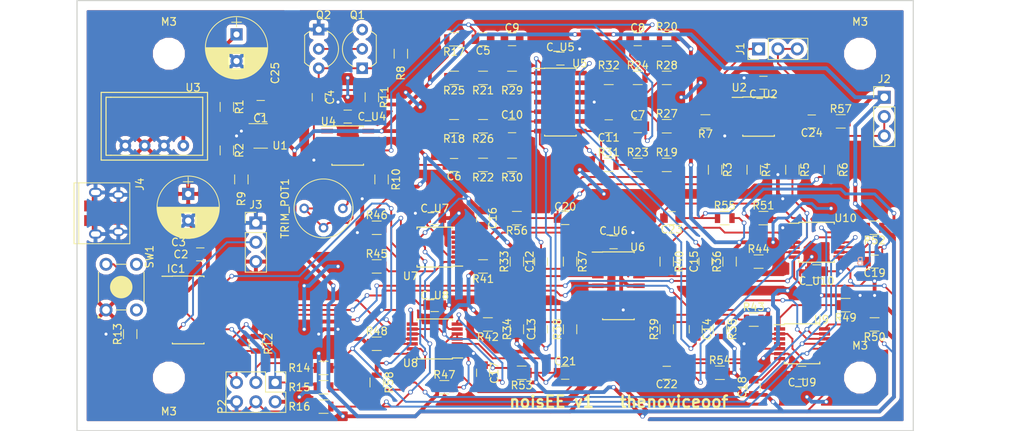
<source format=kicad_pcb>
(kicad_pcb (version 4) (host pcbnew 4.0.6-e0-6349~53~ubuntu16.04.1)
  (title_block (title "noisEE PCB"))
  (layers (0 F.Cu signal) (31 B.Cu signal) (34 B.Paste user) (35 F.Paste user) (36 B.SilkS user) (37 F.SilkS user) (38 B.Mask user) (39 F.Mask user) (44 Edge.Cuts user))
  (net 0 "")
  (net 1 +9V)
  (net 2 Earth)
  (net 3 +5V)
  (net 4 "Net-(C4-Pad1)")
  (net 5 "Net-(C4-Pad2)")
  (net 6 "Net-(C5-Pad1)")
  (net 7 Noise)
  (net 8 "Net-(C6-Pad1)")
  (net 9 "Net-(C7-Pad1)")
  (net 10 "Net-(C8-Pad1)")
  (net 11 "Net-(C9-Pad1)")
  (net 12 "Net-(C12-Pad2)")
  (net 13 "Net-(C10-Pad1)")
  (net 14 "Net-(C10-Pad2)")
  (net 15 "Net-(C11-Pad1)")
  (net 16 "Net-(C11-Pad2)")
  (net 17 "Net-(C12-Pad1)")
  (net 18 "Net-(C13-Pad1)")
  (net 19 "Net-(C14-Pad1)")
  (net 20 "Net-(C15-Pad1)")
  (net 21 "Net-(C15-Pad2)")
  (net 22 "Net-(C16-Pad2)")
  (net 23 "Net-(C17-Pad2)")
  (net 24 "Net-(C18-Pad2)")
  (net 25 "Net-(C19-Pad2)")
  (net 26 N_0016)
  (net 27 W_0016)
  (net 28 N_0270)
  (net 29 W_0270)
  (net 30 N_5300)
  (net 31 W_5300)
  (net 32 N_INFT)
  (net 33 W_INFT)
  (net 34 "Net-(C24-Pad1)")
  (net 35 "Net-(C24-Pad2)")
  (net 36 ISP_RESET)
  (net 37 TP_20)
  (net 38 COLOR_LEVEL)
  (net 39 ISP_MOSI)
  (net 40 ISP_MISO)
  (net 41 ISP_CLK)
  (net 42 SS_INFT)
  (net 43 SS_5300)
  (net 44 SS_0270)
  (net 45 SS_0016)
  (net 46 "Net-(J1-Pad1)")
  (net 47 "Net-(J4-Pad2)")
  (net 48 "Net-(J4-Pad3)")
  (net 49 "Net-(J4-Pad4)")
  (net 50 "Net-(Q1-Pad2)")
  (net 51 "Net-(Q1-Pad3)")
  (net 52 "Net-(R1-Pad2)")
  (net 53 "Net-(R7-Pad1)")
  (net 54 "Net-(R10-Pad1)")
  (net 55 SPI_CLK)
  (net 56 SPI_MISO)
  (net 57 SPI_MOSI)
  (net 58 "Net-(R24-Pad1)")
  (net 59 "Net-(R25-Pad1)")
  (net 60 "Net-(R26-Pad1)")
  (net 61 "Net-(R27-Pad1)")
  (net 62 "Net-(R28-Pad1)")
  (net 63 A_0016)
  (net 64 A_0270)
  (net 65 A_5300)
  (net 66 A_INFT)
  (net 67 "Net-(R41-Pad1)")
  (net 68 "Net-(R42-Pad1)")
  (net 69 "Net-(R43-Pad1)")
  (net 70 "Net-(R44-Pad1)")
  (net 71 "Net-(R45-Pad2)")
  (net 72 "Net-(R46-Pad2)")
  (net 73 "Net-(R47-Pad2)")
  (net 74 "Net-(R48-Pad2)")
  (net 75 "Net-(R49-Pad2)")
  (net 76 "Net-(R50-Pad2)")
  (net 77 "Net-(R51-Pad2)")
  (net 78 "Net-(R52-Pad2)")
  (net 79 "Net-(U2-Pad1)")
  (net 80 "Net-(U2-Pad5)")
  (net 81 "Net-(U2-Pad8)")
  (net 82 "Net-(U4-Pad1)")
  (net 83 "Net-(U4-Pad5)")
  (net 84 "Net-(U4-Pad8)")
  (net 85 VCOM)
  (module Potentiometers:Potentiometer_Trimmer_Bourns_3339P_Horizontal (layer F.Cu) (at 102.235 86.995 90)
    (fp_text reference TRIM_POT1 (at 0 -7.6 90) (layer F.SilkS))
    (fp_text value 10k)
    (pad 3 thru_hole circle (at 0 -5.08 90) (size 1.26 1.26) (drill 0.7) (layers *.Cu *.Mask) (net 54 "Net-(R10-Pad1)"))
    (pad 2 thru_hole circle (at -2.54 -2.54 90) (size 1.26 1.26) (drill 0.7) (layers *.Cu *.Mask) (net 54 "Net-(R10-Pad1)"))
    (pad 1 thru_hole circle (at 0 0 90) (size 1.26 1.26) (drill 0.7) (layers *.Cu *.Mask) (net 7 Noise))
  )
  (module Housings_SSOP:TSSOP-14_4.4x5mm_Pitch0.65mm (layer F.Cu) (at 162.56 104.775)
    (fp_text reference U9 (at 2.54 -3.175) (layer F.SilkS))
    (fp_text value AD5292)
    (pad 1 smd rect (at -2.95 -1.95) (size 1.45 0.45) (layers F.Cu F.Paste F.Mask) (net 75 "Net-(R49-Pad2)"))
    (pad 2 smd rect (at -2.95 -1.3) (size 1.45 0.45) (layers F.Cu F.Paste F.Mask) (net 2 Earth))
    (pad 3 smd rect (at -2.95 -0.65) (size 1.45 0.45) (layers F.Cu F.Paste F.Mask) (net 65 A_5300))
    (pad 4 smd rect (at -2.95 0) (size 1.45 0.45) (layers F.Cu F.Paste F.Mask) (net 31 W_5300))
    (pad 5 smd rect (at -2.95 0.65) (size 1.45 0.45) (layers F.Cu F.Paste F.Mask) (net 31 W_5300))
    (pad 6 smd rect (at -2.95 1.3) (size 1.45 0.45) (layers F.Cu F.Paste F.Mask) (net 1 +9V))
    (pad 7 smd rect (at -2.95 1.95) (size 1.45 0.45) (layers F.Cu F.Paste F.Mask) (net 24 "Net-(C18-Pad2)"))
    (pad 8 smd rect (at 2.95 1.95) (size 1.45 0.45) (layers F.Cu F.Paste F.Mask) (net 3 +5V))
    (pad 9 smd rect (at 2.95 1.3) (size 1.45 0.45) (layers F.Cu F.Paste F.Mask) (net 85 VCOM))
    (pad 10 smd rect (at 2.95 0.65) (size 1.45 0.45) (layers F.Cu F.Paste F.Mask) (net 57 SPI_MOSI))
    (pad 11 smd rect (at 2.95 0) (size 1.45 0.45) (layers F.Cu F.Paste F.Mask) (net 55 SPI_CLK))
    (pad 12 smd rect (at 2.95 -0.65) (size 1.45 0.45) (layers F.Cu F.Paste F.Mask) (net 43 SS_5300))
    (pad 13 smd rect (at 2.95 -1.3) (size 1.45 0.45) (layers F.Cu F.Paste F.Mask) (net 56 SPI_MISO))
    (pad 14 smd rect (at 2.95 -1.95) (size 1.45 0.45) (layers F.Cu F.Paste F.Mask) (net 76 "Net-(R50-Pad2)"))
  )
  (module Capacitors_SMD:C_0805 (layer F.Cu) (at 91.44 73.66 180)
    (fp_text reference C1 (at 0 -1.5 180) (layer F.SilkS))
    (fp_text value 0.1u)
    (pad 1 smd rect (at -1 0 180) (size 1 1.25) (layers F.Cu F.Paste F.Mask) (net 1 +9V))
    (pad 2 smd rect (at 1 0 180) (size 1 1.25) (layers F.Cu F.Paste F.Mask) (net 2 Earth))
  )
  (module Capacitors_SMD:C_0805 (layer F.Cu) (at 83.5025 93.0275)
    (fp_text reference C2 (at -2.54 0 180) (layer F.SilkS))
    (fp_text value 0.1u)
    (pad 1 smd rect (at -1 0) (size 1 1.25) (layers F.Cu F.Paste F.Mask) (net 3 +5V))
    (pad 2 smd rect (at 1 0) (size 1 1.25) (layers F.Cu F.Paste F.Mask) (net 2 Earth))
  )
  (module Capacitors_THT:CP_Radial_D8.0mm_P3.50mm (layer F.Cu) (at 81.915 85.09 270)
    (fp_text reference C3 (at 6.35 1.27 360) (layer F.SilkS))
    (fp_text value 4.7uF)
    (pad 1 thru_hole rect (at 0 0 270) (size 1.6 1.6) (drill 0.8) (layers *.Cu *.Mask) (net 3 +5V))
    (pad 2 thru_hole circle (at 3.5 0 270) (size 1.6 1.6) (drill 0.8) (layers *.Cu *.Mask) (net 2 Earth))
  )
  (module Capacitors_SMD:C_0805 (layer F.Cu) (at 99.06 72.39 270)
    (fp_text reference C4 (at 0 -1.5 270) (layer F.SilkS))
    (fp_text value 1u)
    (pad 1 smd rect (at -1 0 270) (size 1 1.25) (layers F.Cu F.Paste F.Mask) (net 4 "Net-(C4-Pad1)"))
    (pad 2 smd rect (at 1 0 270) (size 1 1.25) (layers F.Cu F.Paste F.Mask) (net 5 "Net-(C4-Pad2)"))
  )
  (module Capacitors_SMD:C_0805 (layer F.Cu) (at 120.65 64.77 180)
    (fp_text reference C5 (at 0 -1.5 180) (layer F.SilkS))
    (fp_text value 1u)
    (pad 1 smd rect (at -1 0 180) (size 1 1.25) (layers F.Cu F.Paste F.Mask) (net 6 "Net-(C5-Pad1)"))
    (pad 2 smd rect (at 1 0 180) (size 1 1.25) (layers F.Cu F.Paste F.Mask) (net 7 Noise))
  )
  (module Capacitors_SMD:C_0805 (layer F.Cu) (at 116.84 81.28 180)
    (fp_text reference C6 (at 0 -1.5 180) (layer F.SilkS))
    (fp_text value 1u)
    (pad 1 smd rect (at -1 0 180) (size 1 1.25) (layers F.Cu F.Paste F.Mask) (net 8 "Net-(C6-Pad1)"))
    (pad 2 smd rect (at 1 0 180) (size 1 1.25) (layers F.Cu F.Paste F.Mask) (net 7 Noise))
  )
  (module Capacitors_SMD:C_0805 (layer F.Cu) (at 140.97 76.2)
    (fp_text reference C7 (at 0 -1.5) (layer F.SilkS))
    (fp_text value 1u)
    (pad 1 smd rect (at -1 0) (size 1 1.25) (layers F.Cu F.Paste F.Mask) (net 9 "Net-(C7-Pad1)"))
    (pad 2 smd rect (at 1 0) (size 1 1.25) (layers F.Cu F.Paste F.Mask) (net 7 Noise))
  )
  (module Capacitors_SMD:C_0805 (layer F.Cu) (at 140.97 64.77)
    (fp_text reference C8 (at 0 -1.5) (layer F.SilkS))
    (fp_text value 1u)
    (pad 1 smd rect (at -1 0) (size 1 1.25) (layers F.Cu F.Paste F.Mask) (net 10 "Net-(C8-Pad1)"))
    (pad 2 smd rect (at 1 0) (size 1 1.25) (layers F.Cu F.Paste F.Mask) (net 7 Noise))
  )
  (module Capacitors_SMD:C_0805 (layer F.Cu) (at 124.46 64.77)
    (fp_text reference C9 (at 0 -1.5) (layer F.SilkS))
    (fp_text value 1u)
    (pad 1 smd rect (at -1 0) (size 1 1.25) (layers F.Cu F.Paste F.Mask) (net 11 "Net-(C9-Pad1)"))
    (pad 2 smd rect (at 1 0) (size 1 1.25) (layers F.Cu F.Paste F.Mask) (net 12 "Net-(C12-Pad2)"))
  )
  (module Capacitors_SMD:C_0805 (layer F.Cu) (at 124.46 76.2)
    (fp_text reference C10 (at 0 -1.5) (layer F.SilkS))
    (fp_text value 179n)
    (pad 1 smd rect (at -1 0) (size 1 1.25) (layers F.Cu F.Paste F.Mask) (net 13 "Net-(C10-Pad1)"))
    (pad 2 smd rect (at 1 0) (size 1 1.25) (layers F.Cu F.Paste F.Mask) (net 14 "Net-(C10-Pad2)"))
  )
  (module Capacitors_SMD:C_0805 (layer F.Cu) (at 137.16 76.2 180)
    (fp_text reference C11 (at 0 -1.5 180) (layer F.SilkS))
    (fp_text value 9.1p)
    (pad 1 smd rect (at -1 0 180) (size 1 1.25) (layers F.Cu F.Paste F.Mask) (net 15 "Net-(C11-Pad1)"))
    (pad 2 smd rect (at 1 0 180) (size 1 1.25) (layers F.Cu F.Paste F.Mask) (net 16 "Net-(C11-Pad2)"))
  )
  (module Capacitors_SMD:C_0805 (layer F.Cu) (at 128.27 93.98 90)
    (fp_text reference C12 (at 0 -1.5 90) (layer F.SilkS))
    (fp_text value 1u)
    (pad 1 smd rect (at -1 0 90) (size 1 1.25) (layers F.Cu F.Paste F.Mask) (net 17 "Net-(C12-Pad1)"))
    (pad 2 smd rect (at 1 0 90) (size 1 1.25) (layers F.Cu F.Paste F.Mask) (net 12 "Net-(C12-Pad2)"))
  )
  (module Capacitors_SMD:C_0805 (layer F.Cu) (at 128.27 102.87 270)
    (fp_text reference C13 (at 0 1.27 270) (layer F.SilkS))
    (fp_text value 1u)
    (pad 1 smd rect (at -1 0 270) (size 1 1.25) (layers F.Cu F.Paste F.Mask) (net 18 "Net-(C13-Pad1)"))
    (pad 2 smd rect (at 1 0 270) (size 1 1.25) (layers F.Cu F.Paste F.Mask) (net 14 "Net-(C10-Pad2)"))
  )
  (module Capacitors_SMD:C_0805 (layer F.Cu) (at 148.59 102.87 270)
    (fp_text reference C14 (at 0 -1.5 270) (layer F.SilkS))
    (fp_text value 1u)
    (pad 1 smd rect (at -1 0 270) (size 1 1.25) (layers F.Cu F.Paste F.Mask) (net 19 "Net-(C14-Pad1)"))
    (pad 2 smd rect (at 1 0 270) (size 1 1.25) (layers F.Cu F.Paste F.Mask) (net 16 "Net-(C11-Pad2)"))
  )
  (module Capacitors_SMD:C_0805 (layer F.Cu) (at 149.86 93.98 90)
    (fp_text reference C15 (at 0 -1.5 90) (layer F.SilkS))
    (fp_text value 1u)
    (pad 1 smd rect (at -1 0 90) (size 1 1.25) (layers F.Cu F.Paste F.Mask) (net 20 "Net-(C15-Pad1)"))
    (pad 2 smd rect (at 1 0 90) (size 1 1.25) (layers F.Cu F.Paste F.Mask) (net 21 "Net-(C15-Pad2)"))
  )
  (module Capacitors_SMD:C_0805 (layer F.Cu) (at 120.65 88.265 270)
    (fp_text reference C16 (at 0 -1.27 270) (layer F.SilkS))
    (fp_text value 1u)
    (pad 1 smd rect (at -1 0 270) (size 1 1.25) (layers F.Cu F.Paste F.Mask) (net 85 VCOM))
    (pad 2 smd rect (at 1 0 270) (size 1 1.25) (layers F.Cu F.Paste F.Mask) (net 22 "Net-(C16-Pad2)"))
  )
  (module Capacitors_SMD:C_0805 (layer F.Cu) (at 120.65 108.585 270)
    (fp_text reference C17 (at 0 -1.5 270) (layer F.SilkS))
    (fp_text value 1u)
    (pad 1 smd rect (at -1 0 270) (size 1 1.25) (layers F.Cu F.Paste F.Mask) (net 85 VCOM))
    (pad 2 smd rect (at 1 0 270) (size 1 1.25) (layers F.Cu F.Paste F.Mask) (net 23 "Net-(C17-Pad2)"))
  )
  (module Capacitors_SMD:C_0805 (layer F.Cu) (at 156.21 110.49 90)
    (fp_text reference C18 (at 0 -1.5 90) (layer F.SilkS))
    (fp_text value 1u)
    (pad 1 smd rect (at -1 0 90) (size 1 1.25) (layers F.Cu F.Paste F.Mask) (net 85 VCOM))
    (pad 2 smd rect (at 1 0 90) (size 1 1.25) (layers F.Cu F.Paste F.Mask) (net 24 "Net-(C18-Pad2)"))
  )
  (module Capacitors_SMD:C_0805 (layer F.Cu) (at 172.085 93.98 180)
    (fp_text reference C19 (at 0 -1.5 180) (layer F.SilkS))
    (fp_text value 1u)
    (pad 1 smd rect (at -1 0 180) (size 1 1.25) (layers F.Cu F.Paste F.Mask) (net 85 VCOM))
    (pad 2 smd rect (at 1 0 180) (size 1 1.25) (layers F.Cu F.Paste F.Mask) (net 25 "Net-(C19-Pad2)"))
  )
  (module Capacitors_SMD:C_0805 (layer F.Cu) (at 131.445 88.265)
    (fp_text reference C20 (at 0 -1.5) (layer F.SilkS))
    (fp_text value 1u)
    (pad 1 smd rect (at -1 0) (size 1 1.25) (layers F.Cu F.Paste F.Mask) (net 26 N_0016))
    (pad 2 smd rect (at 1 0) (size 1 1.25) (layers F.Cu F.Paste F.Mask) (net 27 W_0016))
  )
  (module Capacitors_SMD:C_0805 (layer F.Cu) (at 131.445 108.585)
    (fp_text reference C21 (at 0 -1.5) (layer F.SilkS))
    (fp_text value 1u)
    (pad 1 smd rect (at -1 0) (size 1 1.25) (layers F.Cu F.Paste F.Mask) (net 28 N_0270))
    (pad 2 smd rect (at 1 0) (size 1 1.25) (layers F.Cu F.Paste F.Mask) (net 29 W_0270))
  )
  (module Capacitors_SMD:C_0805 (layer F.Cu) (at 144.78 108.585 180)
    (fp_text reference C22 (at 0 -1.5 180) (layer F.SilkS))
    (fp_text value 1u)
    (pad 1 smd rect (at -1 0 180) (size 1 1.25) (layers F.Cu F.Paste F.Mask) (net 30 N_5300))
    (pad 2 smd rect (at 1 0 180) (size 1 1.25) (layers F.Cu F.Paste F.Mask) (net 31 W_5300))
  )
  (module Capacitors_SMD:C_0805 (layer F.Cu) (at 145.415 88.265 180)
    (fp_text reference C23 (at 0 -1.5 180) (layer F.SilkS))
    (fp_text value 1u)
    (pad 1 smd rect (at -1 0 180) (size 1 1.25) (layers F.Cu F.Paste F.Mask) (net 32 N_INFT))
    (pad 2 smd rect (at 1 0 180) (size 1 1.25) (layers F.Cu F.Paste F.Mask) (net 33 W_INFT))
  )
  (module Capacitors_SMD:C_0805 (layer F.Cu) (at 163.83 75.565 180)
    (fp_text reference C24 (at 0 -1.5 180) (layer F.SilkS))
    (fp_text value 1u)
    (pad 1 smd rect (at -1 0 180) (size 1 1.25) (layers F.Cu F.Paste F.Mask) (net 34 "Net-(C24-Pad1)"))
    (pad 2 smd rect (at 1 0 180) (size 1 1.25) (layers F.Cu F.Paste F.Mask) (net 35 "Net-(C24-Pad2)"))
  )
  (module Capacitors_THT:CP_Radial_D8.0mm_P3.50mm (layer F.Cu) (at 88.265 64.135 270)
    (fp_text reference C25 (at 5.08 -5.08 450) (layer F.SilkS))
    (fp_text value 4.7uF)
    (pad 1 thru_hole rect (at 0 0 270) (size 1.6 1.6) (drill 0.8) (layers *.Cu *.Mask) (net 1 +9V))
    (pad 2 thru_hole circle (at 3.5 0 270) (size 1.6 1.6) (drill 0.8) (layers *.Cu *.Mask) (net 2 Earth))
  )
  (module Capacitors_SMD:C_0805 (layer F.Cu) (at 157.48 70.485 180)
    (fp_text reference C_U2 (at 0 -1.5 180) (layer F.SilkS))
    (fp_text value 0.1u)
    (pad 1 smd rect (at -1 0 180) (size 1 1.25) (layers F.Cu F.Paste F.Mask) (net 1 +9V))
    (pad 2 smd rect (at 1 0 180) (size 1 1.25) (layers F.Cu F.Paste F.Mask) (net 2 Earth))
  )
  (module Capacitors_SMD:C_0805 (layer F.Cu) (at 130.81 67.31)
    (fp_text reference C_U5 (at 0 -1.5) (layer F.SilkS))
    (fp_text value 0.1u)
    (pad 1 smd rect (at -1 0) (size 1 1.25) (layers F.Cu F.Paste F.Mask) (net 1 +9V))
    (pad 2 smd rect (at 1 0) (size 1 1.25) (layers F.Cu F.Paste F.Mask) (net 2 Earth))
  )
  (module Capacitors_SMD:C_0805 (layer F.Cu) (at 137.795 91.44)
    (fp_text reference C_U6 (at 0 -1.5) (layer F.SilkS))
    (fp_text value 0.1u)
    (pad 1 smd rect (at -1 0) (size 1 1.25) (layers F.Cu F.Paste F.Mask) (net 1 +9V))
    (pad 2 smd rect (at 1 0) (size 1 1.25) (layers F.Cu F.Paste F.Mask) (net 2 Earth))
  )
  (module Capacitors_SMD:C_0805 (layer F.Cu) (at 114.3 88.265 180)
    (fp_text reference C_U7 (at 0 1.27 180) (layer F.SilkS))
    (fp_text value 0.1u)
    (pad 1 smd rect (at -1 0 180) (size 1 1.25) (layers F.Cu F.Paste F.Mask) (net 1 +9V))
    (pad 2 smd rect (at 1 0 180) (size 1 1.25) (layers F.Cu F.Paste F.Mask) (net 2 Earth))
  )
  (module Capacitors_SMD:C_0805 (layer F.Cu) (at 114.3 99.695 180)
    (fp_text reference C_U8 (at 0 1.27 180) (layer F.SilkS))
    (fp_text value 0.1u)
    (pad 1 smd rect (at -1 0 180) (size 1 1.25) (layers F.Cu F.Paste F.Mask) (net 1 +9V))
    (pad 2 smd rect (at 1 0 180) (size 1 1.25) (layers F.Cu F.Paste F.Mask) (net 2 Earth))
  )
  (module Capacitors_SMD:C_0805 (layer F.Cu) (at 162.56 108.585)
    (fp_text reference C_U9 (at 0 1.27) (layer F.SilkS))
    (fp_text value 0.1u)
    (pad 1 smd rect (at -1 0) (size 1 1.25) (layers F.Cu F.Paste F.Mask) (net 1 +9V))
    (pad 2 smd rect (at 1 0) (size 1 1.25) (layers F.Cu F.Paste F.Mask) (net 2 Earth))
  )
  (module Capacitors_SMD:C_0805 (layer F.Cu) (at 164.465 95.25)
    (fp_text reference C_U10 (at 0 1.27) (layer F.SilkS))
    (fp_text value 0.1u)
    (pad 1 smd rect (at -1 0) (size 1 1.25) (layers F.Cu F.Paste F.Mask) (net 1 +9V))
    (pad 2 smd rect (at 1 0) (size 1 1.25) (layers F.Cu F.Paste F.Mask) (net 2 Earth))
  )
  (module Housings_SOIC:SOIC-14_3.9x8.7mm_Pitch1.27mm (layer F.Cu) (at 81.915 100.33)
    (fp_text reference IC1 (at -1.5875 -5.3975) (layer F.SilkS))
    (fp_text value ATTINY84-S)
    (pad 1 smd rect (at -2.7 -3.81) (size 1.5 0.6) (layers F.Cu F.Paste F.Mask) (net 3 +5V))
    (pad 2 smd rect (at -2.7 -2.54) (size 1.5 0.6) (layers F.Cu F.Paste F.Mask) (net 2 Earth))
    (pad 3 smd rect (at -2.7 -1.27) (size 1.5 0.6) (layers F.Cu F.Paste F.Mask) (net 2 Earth))
    (pad 4 smd rect (at -2.7 0) (size 1.5 0.6) (layers F.Cu F.Paste F.Mask) (net 36 ISP_RESET))
    (pad 5 smd rect (at -2.7 1.27) (size 1.5 0.6) (layers F.Cu F.Paste F.Mask) (net 37 TP_20))
    (pad 6 smd rect (at -2.7 2.54) (size 1.5 0.6) (layers F.Cu F.Paste F.Mask) (net 38 COLOR_LEVEL))
    (pad 7 smd rect (at -2.7 3.81) (size 1.5 0.6) (layers F.Cu F.Paste F.Mask) (net 39 ISP_MOSI))
    (pad 8 smd rect (at 2.7 3.81) (size 1.5 0.6) (layers F.Cu F.Paste F.Mask) (net 40 ISP_MISO))
    (pad 9 smd rect (at 2.7 2.54) (size 1.5 0.6) (layers F.Cu F.Paste F.Mask) (net 41 ISP_CLK))
    (pad 10 smd rect (at 2.7 1.27) (size 1.5 0.6) (layers F.Cu F.Paste F.Mask) (net 42 SS_INFT))
    (pad 11 smd rect (at 2.7 0) (size 1.5 0.6) (layers F.Cu F.Paste F.Mask) (net 43 SS_5300))
    (pad 12 smd rect (at 2.7 -1.27) (size 1.5 0.6) (layers F.Cu F.Paste F.Mask) (net 44 SS_0270))
    (pad 13 smd rect (at 2.7 -2.54) (size 1.5 0.6) (layers F.Cu F.Paste F.Mask) (net 45 SS_0016))
    (pad 14 smd rect (at 2.7 -3.81) (size 1.5 0.6) (layers F.Cu F.Paste F.Mask) (net 2 Earth))
  )
  (module Pin_Headers:Pin_Header_Straight_1x03_Pitch2.54mm (layer F.Cu) (at 156.845 66.04 90)
    (fp_text reference J1 (at 0 -2.39 90) (layer F.SilkS))
    (fp_text value VOL_CONN)
    (pad 1 thru_hole rect (at 0 0 90) (size 1.7 1.7) (drill 1) (layers *.Cu *.Mask) (net 46 "Net-(J1-Pad1)"))
    (pad 2 thru_hole oval (at 0 2.54 90) (size 1.7 1.7) (drill 1) (layers *.Cu *.Mask) (net 35 "Net-(C24-Pad2)"))
    (pad 3 thru_hole oval (at 0 5.08 90) (size 1.7 1.7) (drill 1) (layers *.Cu *.Mask) (net 35 "Net-(C24-Pad2)"))
  )
  (module Pin_Headers:Pin_Header_Straight_1x03_Pitch2.54mm (layer F.Cu) (at 173.355 72.39)
    (fp_text reference J2 (at 0 -2.39) (layer F.SilkS))
    (fp_text value Stereo_CONN)
    (pad 1 thru_hole rect (at 0 0) (size 1.7 1.7) (drill 1) (layers *.Cu *.Mask) (net 85 VCOM))
    (pad 2 thru_hole oval (at 0 2.54) (size 1.7 1.7) (drill 1) (layers *.Cu *.Mask) (net 34 "Net-(C24-Pad1)"))
    (pad 3 thru_hole oval (at 0 5.08) (size 1.7 1.7) (drill 1) (layers *.Cu *.Mask) (net 34 "Net-(C24-Pad1)"))
  )
  (module Pin_Headers:Pin_Header_Straight_1x03_Pitch2.54mm (layer F.Cu) (at 90.805 88.9)
    (fp_text reference J3 (at 0 -2.39) (layer F.SilkS))
    (fp_text value COLOR_CONN)
    (pad 1 thru_hole rect (at 0 0) (size 1.7 1.7) (drill 1) (layers *.Cu *.Mask) (net 2 Earth))
    (pad 2 thru_hole oval (at 0 2.54) (size 1.7 1.7) (drill 1) (layers *.Cu *.Mask) (net 38 COLOR_LEVEL))
    (pad 3 thru_hole oval (at 0 5.08) (size 1.7 1.7) (drill 1) (layers *.Cu *.Mask) (net 3 +5V))
  )
  (module Connectors:USB_Micro-B_10103594-0001LF (layer F.Cu) (at 71.12 87.63 270)
    (fp_text reference J4 (at -3.81 -4.445 270) (layer F.SilkS))
    (fp_text value USB_OTG)
    (pad 1 smd rect (at -1.3 -1.5) (size 1.65 0.4) (layers F.Cu F.Paste F.Mask) (net 3 +5V))
    (pad 2 smd rect (at -0.65 -1.5) (size 1.65 0.4) (layers F.Cu F.Paste F.Mask) (net 47 "Net-(J4-Pad2)"))
    (pad 3 smd rect (at 0 -1.5) (size 1.65 0.4) (layers F.Cu F.Paste F.Mask) (net 48 "Net-(J4-Pad3)"))
    (pad 4 smd rect (at 0.65 -1.5) (size 1.65 0.4) (layers F.Cu F.Paste F.Mask) (net 49 "Net-(J4-Pad4)"))
    (pad 5 smd rect (at 1.3 -1.5) (size 1.65 0.4) (layers F.Cu F.Paste F.Mask) (net 2 Earth))
    (pad 6 thru_hole oval (at -2.42 -1.62) (size 1.5 1.1) (drill oval 1.05 0.65) (layers *.Cu *.Mask) (net 2 Earth))
    (pad 6 thru_hole oval (at 2.42 -1.62) (size 1.5 1.1) (drill oval 1.05 0.65) (layers *.Cu *.Mask) (net 2 Earth))
    (pad 6 thru_hole oval (at -2.73 1.38) (size 1.7 1.2) (drill oval 1.2 0.7) (layers *.Cu *.Mask) (net 2 Earth))
    (pad 6 thru_hole oval (at 2.73 1.38) (size 1.7 1.2) (drill oval 1.2 0.7) (layers *.Cu *.Mask) (net 2 Earth))
    (pad 6 smd rect (at -0.96 1.62) (size 2.5 1.43) (layers F.Cu F.Paste F.Mask) (net 2 Earth))
    (pad 6 smd rect (at 0.96 1.62) (size 2.5 1.43) (layers F.Cu F.Paste F.Mask) (net 2 Earth))
  )
  (module Pin_Headers:Pin_Header_Straight_2x03_Pitch2.54mm (layer F.Cu) (at 93.345 109.855 270)
    (fp_text reference P2 (at 3.175 6.985 270) (layer F.SilkS))
    (fp_text value ISP_02x03)
    (pad 1 thru_hole rect (at 0 0 270) (size 1.7 1.7) (drill 1) (layers *.Cu *.Mask) (net 40 ISP_MISO))
    (pad 2 thru_hole oval (at 2.54 0 270) (size 1.7 1.7) (drill 1) (layers *.Cu *.Mask) (net 3 +5V))
    (pad 3 thru_hole oval (at 0 2.54 270) (size 1.7 1.7) (drill 1) (layers *.Cu *.Mask) (net 41 ISP_CLK))
    (pad 4 thru_hole oval (at 2.54 2.54 270) (size 1.7 1.7) (drill 1) (layers *.Cu *.Mask) (net 39 ISP_MOSI))
    (pad 5 thru_hole oval (at 0 5.08 270) (size 1.7 1.7) (drill 1) (layers *.Cu *.Mask) (net 36 ISP_RESET))
    (pad 6 thru_hole oval (at 2.54 5.08 270) (size 1.7 1.7) (drill 1) (layers *.Cu *.Mask) (net 2 Earth))
  )
  (module TO_SOT_Packages_THT:TO-92_Inline_Wide (layer F.Cu) (at 104.775 68.58 90)
    (fp_text reference Q1 (at 6.985 -0.635 360) (layer F.SilkS))
    (fp_text value PN2222A)
    (pad 2 thru_hole circle (at 2.54 0 180) (size 1.52 1.52) (drill 0.8) (layers *.Cu *.Mask) (net 50 "Net-(Q1-Pad2)"))
    (pad 3 thru_hole circle (at 5.08 0 180) (size 1.52 1.52) (drill 0.8) (layers *.Cu *.Mask) (net 51 "Net-(Q1-Pad3)"))
    (pad 1 thru_hole rect (at 0 0 180) (size 1.52 1.52) (drill 0.8) (layers *.Cu *.Mask) (net 4 "Net-(C4-Pad1)"))
  )
  (module TO_SOT_Packages_THT:TO-92_Inline_Wide (layer F.Cu) (at 99.06 63.5 270)
    (fp_text reference Q2 (at -1.905 -0.635 540) (layer F.SilkS))
    (fp_text value PN2222A)
    (pad 2 thru_hole circle (at 2.54 0) (size 1.52 1.52) (drill 0.8) (layers *.Cu *.Mask) (net 50 "Net-(Q1-Pad2)"))
    (pad 3 thru_hole circle (at 5.08 0) (size 1.52 1.52) (drill 0.8) (layers *.Cu *.Mask) (net 4 "Net-(C4-Pad1)"))
    (pad 1 thru_hole rect (at 0 0) (size 1.52 1.52) (drill 0.8) (layers *.Cu *.Mask) (net 2 Earth))
  )
  (module Resistors_SMD:R_0805 (layer F.Cu) (at 86.995 73.66 270)
    (fp_text reference R1 (at 0 -1.65 270) (layer F.SilkS))
    (fp_text value 47k)
    (pad 1 smd rect (at -0.95 0 270) (size 0.7 1.3) (layers F.Cu F.Paste F.Mask) (net 1 +9V))
    (pad 2 smd rect (at 0.95 0 270) (size 0.7 1.3) (layers F.Cu F.Paste F.Mask) (net 52 "Net-(R1-Pad2)"))
  )
  (module Resistors_SMD:R_0805 (layer F.Cu) (at 86.995 79.375 270)
    (fp_text reference R2 (at 0 -1.65 270) (layer F.SilkS))
    (fp_text value 47k)
    (pad 1 smd rect (at -0.95 0 270) (size 0.7 1.3) (layers F.Cu F.Paste F.Mask) (net 52 "Net-(R1-Pad2)"))
    (pad 2 smd rect (at 0.95 0 270) (size 0.7 1.3) (layers F.Cu F.Paste F.Mask) (net 2 Earth))
  )
  (module Resistors_SMD:R_0805 (layer F.Cu) (at 151.13 81.915 270)
    (fp_text reference R3 (at 0 -1.65 270) (layer F.SilkS))
    (fp_text value 3.3k)
    (pad 1 smd rect (at -0.95 0 270) (size 0.7 1.3) (layers F.Cu F.Paste F.Mask) (net 46 "Net-(J1-Pad1)"))
    (pad 2 smd rect (at 0.95 0 270) (size 0.7 1.3) (layers F.Cu F.Paste F.Mask) (net 26 N_0016))
  )
  (module Resistors_SMD:R_0805 (layer F.Cu) (at 156.21 81.915 270)
    (fp_text reference R4 (at 0 -1.65 270) (layer F.SilkS))
    (fp_text value 3.3k)
    (pad 1 smd rect (at -0.95 0 270) (size 0.7 1.3) (layers F.Cu F.Paste F.Mask) (net 46 "Net-(J1-Pad1)"))
    (pad 2 smd rect (at 0.95 0 270) (size 0.7 1.3) (layers F.Cu F.Paste F.Mask) (net 28 N_0270))
  )
  (module Resistors_SMD:R_0805 (layer F.Cu) (at 161.29 81.915 270)
    (fp_text reference R5 (at 0 -1.65 270) (layer F.SilkS))
    (fp_text value 3.3k)
    (pad 1 smd rect (at -0.95 0 270) (size 0.7 1.3) (layers F.Cu F.Paste F.Mask) (net 46 "Net-(J1-Pad1)"))
    (pad 2 smd rect (at 0.95 0 270) (size 0.7 1.3) (layers F.Cu F.Paste F.Mask) (net 30 N_5300))
  )
  (module Resistors_SMD:R_0805 (layer F.Cu) (at 166.37 81.915 270)
    (fp_text reference R6 (at 0 -1.65 270) (layer F.SilkS))
    (fp_text value 3.3k)
    (pad 1 smd rect (at -0.95 0 270) (size 0.7 1.3) (layers F.Cu F.Paste F.Mask) (net 46 "Net-(J1-Pad1)"))
    (pad 2 smd rect (at 0.95 0 270) (size 0.7 1.3) (layers F.Cu F.Paste F.Mask) (net 32 N_INFT))
  )
  (module Resistors_SMD:R_0805 (layer F.Cu) (at 149.86 75.565 180)
    (fp_text reference R7 (at 0 -1.65 180) (layer F.SilkS))
    (fp_text value 2.7k)
    (pad 1 smd rect (at -0.95 0 180) (size 0.7 1.3) (layers F.Cu F.Paste F.Mask) (net 53 "Net-(R7-Pad1)"))
    (pad 2 smd rect (at 0.95 0 180) (size 0.7 1.3) (layers F.Cu F.Paste F.Mask) (net 85 VCOM))
  )
  (module Resistors_SMD:R_0805 (layer F.Cu) (at 109.855 66.675 270)
    (fp_text reference R8 (at 2.54 0 270) (layer F.SilkS))
    (fp_text value 150k)
    (pad 1 smd rect (at -0.95 0 270) (size 0.7 1.3) (layers F.Cu F.Paste F.Mask) (net 1 +9V))
    (pad 2 smd rect (at 0.95 0 270) (size 0.7 1.3) (layers F.Cu F.Paste F.Mask) (net 4 "Net-(C4-Pad1)"))
  )
  (module Resistors_SMD:R_0805 (layer F.Cu) (at 88.9 83.185 270)
    (fp_text reference R9 (at 2.54 0 270) (layer F.SilkS))
    (fp_text value 100k)
    (pad 1 smd rect (at -0.95 0 270) (size 0.7 1.3) (layers F.Cu F.Paste F.Mask) (net 3 +5V))
    (pad 2 smd rect (at 0.95 0 270) (size 0.7 1.3) (layers F.Cu F.Paste F.Mask) (net 2 Earth))
  )
  (module Resistors_SMD:R_0805 (layer F.Cu) (at 107.315 83.185 270)
    (fp_text reference R10 (at 0 -1.905 270) (layer F.SilkS))
    (fp_text value 1k)
    (pad 1 smd rect (at -0.95 0 270) (size 0.7 1.3) (layers F.Cu F.Paste F.Mask) (net 54 "Net-(R10-Pad1)"))
    (pad 2 smd rect (at 0.95 0 270) (size 0.7 1.3) (layers F.Cu F.Paste F.Mask) (net 85 VCOM))
  )
  (module Resistors_SMD:R_0805 (layer F.Cu) (at 106.045 72.39 270)
    (fp_text reference R11 (at 0 -1.65 270) (layer F.SilkS))
    (fp_text value 1M)
    (pad 1 smd rect (at -0.95 0 270) (size 0.7 1.3) (layers F.Cu F.Paste F.Mask) (net 5 "Net-(C4-Pad2)"))
    (pad 2 smd rect (at 0.95 0 270) (size 0.7 1.3) (layers F.Cu F.Paste F.Mask) (net 85 VCOM))
  )
  (module Resistors_SMD:R_0805 (layer F.Cu) (at 90.805 104.775 270)
    (fp_text reference R12 (at 0 -1.65 270) (layer F.SilkS))
    (fp_text value 47k)
    (pad 1 smd rect (at -0.95 0 270) (size 0.7 1.3) (layers F.Cu F.Paste F.Mask) (net 3 +5V))
    (pad 2 smd rect (at 0.95 0 270) (size 0.7 1.3) (layers F.Cu F.Paste F.Mask) (net 36 ISP_RESET))
  )
  (module Resistors_SMD:R_0805 (layer F.Cu) (at 74.295 103.505 90)
    (fp_text reference R13 (at 0 -1.65 90) (layer F.SilkS))
    (fp_text value 47k)
    (pad 1 smd rect (at -0.95 0 90) (size 0.7 1.3) (layers F.Cu F.Paste F.Mask) (net 37 TP_20))
    (pad 2 smd rect (at 0.95 0 90) (size 0.7 1.3) (layers F.Cu F.Paste F.Mask) (net 2 Earth))
  )
  (module Resistors_SMD:R_0805 (layer F.Cu) (at 99.695 107.95)
    (fp_text reference R14 (at -3.175 0) (layer F.SilkS))
    (fp_text value 470)
    (pad 1 smd rect (at -0.95 0) (size 0.7 1.3) (layers F.Cu F.Paste F.Mask) (net 41 ISP_CLK))
    (pad 2 smd rect (at 0.95 0) (size 0.7 1.3) (layers F.Cu F.Paste F.Mask) (net 55 SPI_CLK))
  )
  (module Resistors_SMD:R_0805 (layer F.Cu) (at 99.695 110.49)
    (fp_text reference R15 (at -3.175 0) (layer F.SilkS))
    (fp_text value 470)
    (pad 1 smd rect (at -0.95 0) (size 0.7 1.3) (layers F.Cu F.Paste F.Mask) (net 40 ISP_MISO))
    (pad 2 smd rect (at 0.95 0) (size 0.7 1.3) (layers F.Cu F.Paste F.Mask) (net 56 SPI_MISO))
  )
  (module Resistors_SMD:R_0805 (layer F.Cu) (at 99.695 113.03)
    (fp_text reference R16 (at -3.175 0) (layer F.SilkS))
    (fp_text value 470)
    (pad 1 smd rect (at -0.95 0) (size 0.7 1.3) (layers F.Cu F.Paste F.Mask) (net 39 ISP_MOSI))
    (pad 2 smd rect (at 0.95 0) (size 0.7 1.3) (layers F.Cu F.Paste F.Mask) (net 57 SPI_MOSI))
  )
  (module Resistors_SMD:R_0805 (layer F.Cu) (at 116.84 64.77 180)
    (fp_text reference R17 (at 0 -1.65 180) (layer F.SilkS))
    (fp_text value 1M)
    (pad 1 smd rect (at -0.95 0 180) (size 0.7 1.3) (layers F.Cu F.Paste F.Mask) (net 6 "Net-(C5-Pad1)"))
    (pad 2 smd rect (at 0.95 0 180) (size 0.7 1.3) (layers F.Cu F.Paste F.Mask) (net 85 VCOM))
  )
  (module Resistors_SMD:R_0805 (layer F.Cu) (at 116.84 76.2 180)
    (fp_text reference R18 (at 0 -1.65 180) (layer F.SilkS))
    (fp_text value 1M)
    (pad 1 smd rect (at -0.95 0 180) (size 0.7 1.3) (layers F.Cu F.Paste F.Mask) (net 8 "Net-(C6-Pad1)"))
    (pad 2 smd rect (at 0.95 0 180) (size 0.7 1.3) (layers F.Cu F.Paste F.Mask) (net 85 VCOM))
  )
  (module Resistors_SMD:R_0805 (layer F.Cu) (at 144.78 81.28)
    (fp_text reference R19 (at 0 -1.65) (layer F.SilkS))
    (fp_text value 1M)
    (pad 1 smd rect (at -0.95 0) (size 0.7 1.3) (layers F.Cu F.Paste F.Mask) (net 9 "Net-(C7-Pad1)"))
    (pad 2 smd rect (at 0.95 0) (size 0.7 1.3) (layers F.Cu F.Paste F.Mask) (net 85 VCOM))
  )
  (module Resistors_SMD:R_0805 (layer F.Cu) (at 144.78 64.77)
    (fp_text reference R20 (at 0 -1.65) (layer F.SilkS))
    (fp_text value 1M)
    (pad 1 smd rect (at -0.95 0) (size 0.7 1.3) (layers F.Cu F.Paste F.Mask) (net 10 "Net-(C8-Pad1)"))
    (pad 2 smd rect (at 0.95 0) (size 0.7 1.3) (layers F.Cu F.Paste F.Mask) (net 85 VCOM))
  )
  (module Resistors_SMD:R_0805 (layer F.Cu) (at 120.65 69.85 180)
    (fp_text reference R21 (at 0 -1.65 180) (layer F.SilkS))
    (fp_text value 10k)
    (pad 1 smd rect (at -0.95 0 180) (size 0.7 1.3) (layers F.Cu F.Paste F.Mask) (net 11 "Net-(C9-Pad1)"))
    (pad 2 smd rect (at 0.95 0 180) (size 0.7 1.3) (layers F.Cu F.Paste F.Mask) (net 6 "Net-(C5-Pad1)"))
  )
  (module Resistors_SMD:R_0805 (layer F.Cu) (at 120.65 81.28 180)
    (fp_text reference R22 (at 0 -1.65 180) (layer F.SilkS))
    (fp_text value 3.3k)
    (pad 1 smd rect (at -0.95 0 180) (size 0.7 1.3) (layers F.Cu F.Paste F.Mask) (net 13 "Net-(C10-Pad1)"))
    (pad 2 smd rect (at 0.95 0 180) (size 0.7 1.3) (layers F.Cu F.Paste F.Mask) (net 8 "Net-(C6-Pad1)"))
  )
  (module Resistors_SMD:R_0805 (layer F.Cu) (at 140.97 81.28)
    (fp_text reference R23 (at 0 -1.65) (layer F.SilkS))
    (fp_text value 3.3k)
    (pad 1 smd rect (at -0.95 0) (size 0.7 1.3) (layers F.Cu F.Paste F.Mask) (net 15 "Net-(C11-Pad1)"))
    (pad 2 smd rect (at 0.95 0) (size 0.7 1.3) (layers F.Cu F.Paste F.Mask) (net 9 "Net-(C7-Pad1)"))
  )
  (module Resistors_SMD:R_0805 (layer F.Cu) (at 140.97 69.85)
    (fp_text reference R24 (at 0 -1.65) (layer F.SilkS))
    (fp_text value 3.3k)
    (pad 1 smd rect (at -0.95 0) (size 0.7 1.3) (layers F.Cu F.Paste F.Mask) (net 58 "Net-(R24-Pad1)"))
    (pad 2 smd rect (at 0.95 0) (size 0.7 1.3) (layers F.Cu F.Paste F.Mask) (net 10 "Net-(C8-Pad1)"))
  )
  (module Resistors_SMD:R_0805 (layer F.Cu) (at 116.84 69.85 180)
    (fp_text reference R25 (at 0 -1.65 180) (layer F.SilkS))
    (fp_text value 1.6k)
    (pad 1 smd rect (at -0.95 0 180) (size 0.7 1.3) (layers F.Cu F.Paste F.Mask) (net 59 "Net-(R25-Pad1)"))
    (pad 2 smd rect (at 0.95 0 180) (size 0.7 1.3) (layers F.Cu F.Paste F.Mask) (net 85 VCOM))
  )
  (module Resistors_SMD:R_0805 (layer F.Cu) (at 120.65 76.2 180)
    (fp_text reference R26 (at 0 -1.65 180) (layer F.SilkS))
    (fp_text value 1.6k)
    (pad 1 smd rect (at -0.95 0 180) (size 0.7 1.3) (layers F.Cu F.Paste F.Mask) (net 60 "Net-(R26-Pad1)"))
    (pad 2 smd rect (at 0.95 0 180) (size 0.7 1.3) (layers F.Cu F.Paste F.Mask) (net 85 VCOM))
  )
  (module Resistors_SMD:R_0805 (layer F.Cu) (at 144.78 76.2)
    (fp_text reference R27 (at 0 -1.65) (layer F.SilkS))
    (fp_text value 1.6k)
    (pad 1 smd rect (at -0.95 0) (size 0.7 1.3) (layers F.Cu F.Paste F.Mask) (net 61 "Net-(R27-Pad1)"))
    (pad 2 smd rect (at 0.95 0) (size 0.7 1.3) (layers F.Cu F.Paste F.Mask) (net 85 VCOM))
  )
  (module Resistors_SMD:R_0805 (layer F.Cu) (at 144.78 69.85)
    (fp_text reference R28 (at 0 -1.65) (layer F.SilkS))
    (fp_text value 1.6k)
    (pad 1 smd rect (at -0.95 0) (size 0.7 1.3) (layers F.Cu F.Paste F.Mask) (net 62 "Net-(R28-Pad1)"))
    (pad 2 smd rect (at 0.95 0) (size 0.7 1.3) (layers F.Cu F.Paste F.Mask) (net 85 VCOM))
  )
  (module Resistors_SMD:R_0805 (layer F.Cu) (at 124.46 69.85 180)
    (fp_text reference R29 (at 0 -1.65 180) (layer F.SilkS))
    (fp_text value 10k)
    (pad 1 smd rect (at -0.95 0 180) (size 0.7 1.3) (layers F.Cu F.Paste F.Mask) (net 12 "Net-(C12-Pad2)"))
    (pad 2 smd rect (at 0.95 0 180) (size 0.7 1.3) (layers F.Cu F.Paste F.Mask) (net 11 "Net-(C9-Pad1)"))
  )
  (module Resistors_SMD:R_0805 (layer F.Cu) (at 124.46 81.28 180)
    (fp_text reference R30 (at 0 -1.65 180) (layer F.SilkS))
    (fp_text value 3.3k)
    (pad 1 smd rect (at -0.95 0 180) (size 0.7 1.3) (layers F.Cu F.Paste F.Mask) (net 14 "Net-(C10-Pad2)"))
    (pad 2 smd rect (at 0.95 0 180) (size 0.7 1.3) (layers F.Cu F.Paste F.Mask) (net 13 "Net-(C10-Pad1)"))
  )
  (module Resistors_SMD:R_0805 (layer F.Cu) (at 137.16 81.28)
    (fp_text reference R31 (at 0 -1.65) (layer F.SilkS))
    (fp_text value 3.3k)
    (pad 1 smd rect (at -0.95 0) (size 0.7 1.3) (layers F.Cu F.Paste F.Mask) (net 16 "Net-(C11-Pad2)"))
    (pad 2 smd rect (at 0.95 0) (size 0.7 1.3) (layers F.Cu F.Paste F.Mask) (net 15 "Net-(C11-Pad1)"))
  )
  (module Resistors_SMD:R_0805 (layer F.Cu) (at 137.16 69.85)
    (fp_text reference R32 (at 0 -1.65) (layer F.SilkS))
    (fp_text value 3.3k)
    (pad 1 smd rect (at -0.95 0) (size 0.7 1.3) (layers F.Cu F.Paste F.Mask) (net 21 "Net-(C15-Pad2)"))
    (pad 2 smd rect (at 0.95 0) (size 0.7 1.3) (layers F.Cu F.Paste F.Mask) (net 58 "Net-(R24-Pad1)"))
  )
  (module Resistors_SMD:R_0805 (layer F.Cu) (at 125.095 93.98 90)
    (fp_text reference R33 (at 0 -1.65 90) (layer F.SilkS))
    (fp_text value 1M)
    (pad 1 smd rect (at -0.95 0 90) (size 0.7 1.3) (layers F.Cu F.Paste F.Mask) (net 17 "Net-(C12-Pad1)"))
    (pad 2 smd rect (at 0.95 0 90) (size 0.7 1.3) (layers F.Cu F.Paste F.Mask) (net 85 VCOM))
  )
  (module Resistors_SMD:R_0805 (layer F.Cu) (at 125.095 102.87 270)
    (fp_text reference R34 (at 0 1.27 270) (layer F.SilkS))
    (fp_text value 1M)
    (pad 1 smd rect (at -0.95 0 270) (size 0.7 1.3) (layers F.Cu F.Paste F.Mask) (net 18 "Net-(C13-Pad1)"))
    (pad 2 smd rect (at 0.95 0 270) (size 0.7 1.3) (layers F.Cu F.Paste F.Mask) (net 85 VCOM))
  )
  (module Resistors_SMD:R_0805 (layer F.Cu) (at 151.765 102.87 270)
    (fp_text reference R35 (at 0 -1.65 270) (layer F.SilkS))
    (fp_text value 1M)
    (pad 1 smd rect (at -0.95 0 270) (size 0.7 1.3) (layers F.Cu F.Paste F.Mask) (net 19 "Net-(C14-Pad1)"))
    (pad 2 smd rect (at 0.95 0 270) (size 0.7 1.3) (layers F.Cu F.Paste F.Mask) (net 85 VCOM))
  )
  (module Resistors_SMD:R_0805 (layer F.Cu) (at 153.035 93.98 90)
    (fp_text reference R36 (at 0 -1.65 90) (layer F.SilkS))
    (fp_text value 1M)
    (pad 1 smd rect (at -0.95 0 90) (size 0.7 1.3) (layers F.Cu F.Paste F.Mask) (net 20 "Net-(C15-Pad1)"))
    (pad 2 smd rect (at 0.95 0 90) (size 0.7 1.3) (layers F.Cu F.Paste F.Mask) (net 85 VCOM))
  )
  (module Resistors_SMD:R_0805 (layer F.Cu) (at 132.08 93.98 270)
    (fp_text reference R37 (at 0 -1.65 270) (layer F.SilkS))
    (fp_text value 360k)
    (pad 1 smd rect (at -0.95 0 270) (size 0.7 1.3) (layers F.Cu F.Paste F.Mask) (net 63 A_0016))
    (pad 2 smd rect (at 0.95 0 270) (size 0.7 1.3) (layers F.Cu F.Paste F.Mask) (net 17 "Net-(C12-Pad1)"))
  )
  (module Resistors_SMD:R_0805 (layer F.Cu) (at 132.08 102.87 90)
    (fp_text reference R38 (at 0 -1.65 90) (layer F.SilkS))
    (fp_text value 33k)
    (pad 1 smd rect (at -0.95 0 90) (size 0.7 1.3) (layers F.Cu F.Paste F.Mask) (net 64 A_0270))
    (pad 2 smd rect (at 0.95 0 90) (size 0.7 1.3) (layers F.Cu F.Paste F.Mask) (net 18 "Net-(C13-Pad1)"))
  )
  (module Resistors_SMD:R_0805 (layer F.Cu) (at 144.78 102.87 90)
    (fp_text reference R39 (at 0 -1.65 90) (layer F.SilkS))
    (fp_text value 10k)
    (pad 1 smd rect (at -0.95 0 90) (size 0.7 1.3) (layers F.Cu F.Paste F.Mask) (net 65 A_5300))
    (pad 2 smd rect (at 0.95 0 90) (size 0.7 1.3) (layers F.Cu F.Paste F.Mask) (net 19 "Net-(C14-Pad1)"))
  )
  (module Resistors_SMD:R_0805 (layer F.Cu) (at 144.78 93.98 270)
    (fp_text reference R40 (at 0 -1.65 270) (layer F.SilkS))
    (fp_text value 18k)
    (pad 1 smd rect (at -0.95 0 270) (size 0.7 1.3) (layers F.Cu F.Paste F.Mask) (net 66 A_INFT))
    (pad 2 smd rect (at 0.95 0 270) (size 0.7 1.3) (layers F.Cu F.Paste F.Mask) (net 20 "Net-(C15-Pad1)"))
  )
  (module Resistors_SMD:R_0805 (layer F.Cu) (at 120.65 94.615 180)
    (fp_text reference R41 (at 0 -1.65 180) (layer F.SilkS))
    (fp_text value 10k)
    (pad 1 smd rect (at -0.95 0 180) (size 0.7 1.3) (layers F.Cu F.Paste F.Mask) (net 67 "Net-(R41-Pad1)"))
    (pad 2 smd rect (at 0.95 0 180) (size 0.7 1.3) (layers F.Cu F.Paste F.Mask) (net 85 VCOM))
  )
  (module Resistors_SMD:R_0805 (layer F.Cu) (at 121.285 102.235 180)
    (fp_text reference R42 (at 0 -1.65 180) (layer F.SilkS))
    (fp_text value 8.2k)
    (pad 1 smd rect (at -0.95 0 180) (size 0.7 1.3) (layers F.Cu F.Paste F.Mask) (net 68 "Net-(R42-Pad1)"))
    (pad 2 smd rect (at 0.95 0 180) (size 0.7 1.3) (layers F.Cu F.Paste F.Mask) (net 85 VCOM))
  )
  (module Resistors_SMD:R_0805 (layer F.Cu) (at 156.21 101.6)
    (fp_text reference R43 (at 0 -1.65) (layer F.SilkS))
    (fp_text value 4.7k)
    (pad 1 smd rect (at -0.95 0) (size 0.7 1.3) (layers F.Cu F.Paste F.Mask) (net 69 "Net-(R43-Pad1)"))
    (pad 2 smd rect (at 0.95 0) (size 0.7 1.3) (layers F.Cu F.Paste F.Mask) (net 85 VCOM))
  )
  (module Resistors_SMD:R_0805 (layer F.Cu) (at 156.845 93.98)
    (fp_text reference R44 (at 0 -1.65) (layer F.SilkS))
    (fp_text value 6.2k)
    (pad 1 smd rect (at -0.95 0) (size 0.7 1.3) (layers F.Cu F.Paste F.Mask) (net 70 "Net-(R44-Pad1)"))
    (pad 2 smd rect (at 0.95 0) (size 0.7 1.3) (layers F.Cu F.Paste F.Mask) (net 85 VCOM))
  )
  (module Resistors_SMD:R_0805 (layer F.Cu) (at 106.68 94.615)
    (fp_text reference R45 (at 0 -1.65) (layer F.SilkS))
    (fp_text value 10k)
    (pad 1 smd rect (at -0.95 0) (size 0.7 1.3) (layers F.Cu F.Paste F.Mask) (net 3 +5V))
    (pad 2 smd rect (at 0.95 0) (size 0.7 1.3) (layers F.Cu F.Paste F.Mask) (net 71 "Net-(R45-Pad2)"))
  )
  (module Resistors_SMD:R_0805 (layer F.Cu) (at 106.68 89.535)
    (fp_text reference R46 (at 0 -1.65) (layer F.SilkS))
    (fp_text value 10k)
    (pad 1 smd rect (at -0.95 0) (size 0.7 1.3) (layers F.Cu F.Paste F.Mask) (net 3 +5V))
    (pad 2 smd rect (at 0.95 0) (size 0.7 1.3) (layers F.Cu F.Paste F.Mask) (net 72 "Net-(R46-Pad2)"))
  )
  (module Resistors_SMD:R_0805 (layer F.Cu) (at 115.57 110.49)
    (fp_text reference R47 (at 0 -1.65) (layer F.SilkS))
    (fp_text value 10k)
    (pad 1 smd rect (at -0.95 0) (size 0.7 1.3) (layers F.Cu F.Paste F.Mask) (net 3 +5V))
    (pad 2 smd rect (at 0.95 0) (size 0.7 1.3) (layers F.Cu F.Paste F.Mask) (net 73 "Net-(R47-Pad2)"))
  )
  (module Resistors_SMD:R_0805 (layer F.Cu) (at 106.68 104.775)
    (fp_text reference R48 (at 0 -1.65) (layer F.SilkS))
    (fp_text value 10k)
    (pad 1 smd rect (at -0.95 0) (size 0.7 1.3) (layers F.Cu F.Paste F.Mask) (net 3 +5V))
    (pad 2 smd rect (at 0.95 0) (size 0.7 1.3) (layers F.Cu F.Paste F.Mask) (net 74 "Net-(R48-Pad2)"))
  )
  (module Resistors_SMD:R_0805 (layer F.Cu) (at 168.275 99.695 180)
    (fp_text reference R49 (at 0 -1.65 180) (layer F.SilkS))
    (fp_text value 10k)
    (pad 1 smd rect (at -0.95 0 180) (size 0.7 1.3) (layers F.Cu F.Paste F.Mask) (net 3 +5V))
    (pad 2 smd rect (at 0.95 0 180) (size 0.7 1.3) (layers F.Cu F.Paste F.Mask) (net 75 "Net-(R49-Pad2)"))
  )
  (module Resistors_SMD:R_0805 (layer F.Cu) (at 172.085 102.235 180)
    (fp_text reference R50 (at 0 -1.65 180) (layer F.SilkS))
    (fp_text value 10k)
    (pad 1 smd rect (at -0.95 0 180) (size 0.7 1.3) (layers F.Cu F.Paste F.Mask) (net 3 +5V))
    (pad 2 smd rect (at 0.95 0 180) (size 0.7 1.3) (layers F.Cu F.Paste F.Mask) (net 76 "Net-(R50-Pad2)"))
  )
  (module Resistors_SMD:R_0805 (layer F.Cu) (at 157.48 88.265)
    (fp_text reference R51 (at 0 -1.65) (layer F.SilkS))
    (fp_text value 10k)
    (pad 1 smd rect (at -0.95 0) (size 0.7 1.3) (layers F.Cu F.Paste F.Mask) (net 3 +5V))
    (pad 2 smd rect (at 0.95 0) (size 0.7 1.3) (layers F.Cu F.Paste F.Mask) (net 77 "Net-(R51-Pad2)"))
  )
  (module Resistors_SMD:R_0805 (layer F.Cu) (at 172.085 89.535 180)
    (fp_text reference R52 (at 0 -1.65 180) (layer F.SilkS))
    (fp_text value 10k)
    (pad 1 smd rect (at -0.95 0 180) (size 0.7 1.3) (layers F.Cu F.Paste F.Mask) (net 3 +5V))
    (pad 2 smd rect (at 0.95 0 180) (size 0.7 1.3) (layers F.Cu F.Paste F.Mask) (net 78 "Net-(R52-Pad2)"))
  )
  (module Resistors_SMD:R_0805 (layer F.Cu) (at 125.73 108.585 180)
    (fp_text reference R53 (at 0 -1.65 180) (layer F.SilkS))
    (fp_text value 1M)
    (pad 1 smd rect (at -0.95 0 180) (size 0.7 1.3) (layers F.Cu F.Paste F.Mask) (net 28 N_0270))
    (pad 2 smd rect (at 0.95 0 180) (size 0.7 1.3) (layers F.Cu F.Paste F.Mask) (net 85 VCOM))
  )
  (module Resistors_SMD:R_0805 (layer F.Cu) (at 151.765 108.585)
    (fp_text reference R54 (at 0 -1.65) (layer F.SilkS))
    (fp_text value 1M)
    (pad 1 smd rect (at -0.95 0) (size 0.7 1.3) (layers F.Cu F.Paste F.Mask) (net 30 N_5300))
    (pad 2 smd rect (at 0.95 0) (size 0.7 1.3) (layers F.Cu F.Paste F.Mask) (net 85 VCOM))
  )
  (module Resistors_SMD:R_0805 (layer F.Cu) (at 152.4 88.265)
    (fp_text reference R55 (at 0 -1.65) (layer F.SilkS))
    (fp_text value 1M)
    (pad 1 smd rect (at -0.95 0) (size 0.7 1.3) (layers F.Cu F.Paste F.Mask) (net 32 N_INFT))
    (pad 2 smd rect (at 0.95 0) (size 0.7 1.3) (layers F.Cu F.Paste F.Mask) (net 85 VCOM))
  )
  (module Resistors_SMD:R_0805 (layer F.Cu) (at 125.095 88.265 180)
    (fp_text reference R56 (at 0 -1.65 180) (layer F.SilkS))
    (fp_text value 1M)
    (pad 1 smd rect (at -0.95 0 180) (size 0.7 1.3) (layers F.Cu F.Paste F.Mask) (net 26 N_0016))
    (pad 2 smd rect (at 0.95 0 180) (size 0.7 1.3) (layers F.Cu F.Paste F.Mask) (net 85 VCOM))
  )
  (module Resistors_SMD:R_0805 (layer F.Cu) (at 167.64 75.565)
    (fp_text reference R57 (at 0 -1.65) (layer F.SilkS))
    (fp_text value 1M)
    (pad 1 smd rect (at -0.95 0) (size 0.7 1.3) (layers F.Cu F.Paste F.Mask) (net 34 "Net-(C24-Pad1)"))
    (pad 2 smd rect (at 0.95 0) (size 0.7 1.3) (layers F.Cu F.Paste F.Mask) (net 85 VCOM))
  )
  (module Resistors_SMD:R_0805 (layer F.Cu) (at 106.68 109.855 270)
    (fp_text reference R58 (at 0 -1.65 270) (layer F.SilkS))
    (fp_text value 10k)
    (pad 1 smd rect (at -0.95 0 270) (size 0.7 1.3) (layers F.Cu F.Paste F.Mask) (net 3 +5V))
    (pad 2 smd rect (at 0.95 0 270) (size 0.7 1.3) (layers F.Cu F.Paste F.Mask) (net 56 SPI_MISO))
  )
  (module Buttons_Switches_THT:SW_TH_Tactile_Omron_B3F-10xx (layer F.Cu) (at 71.12 100.33 90)
    (fp_text reference SW1 (at 6.985 5.715 90) (layer F.SilkS))
    (fp_text value SW_DIP_x01)
    (pad 4 thru_hole circle (at 6 4 90) (size 1.7 1.7) (drill 1) (layers *.Cu *.Mask))
    (pad 3 thru_hole circle (at 0 4 90) (size 1.7 1.7) (drill 1) (layers *.Cu *.Mask))
    (pad 2 thru_hole circle (at 6 0 90) (size 1.7 1.7) (drill 1) (layers *.Cu *.Mask) (net 37 TP_20))
    (pad 1 thru_hole circle (at 0 0 90) (size 1.7 1.7) (drill 1) (layers *.Cu *.Mask) (net 3 +5V))
  )
  (module TO_SOT_Packages_SMD:SOT-23-5 (layer F.Cu) (at 91.44 77.47)
    (fp_text reference U1 (at 2.54 1.27) (layer F.SilkS))
    (fp_text value LMH6642)
    (pad 1 smd rect (at -1.1 -0.95) (size 1.06 0.65) (layers F.Cu F.Paste F.Mask) (net 85 VCOM))
    (pad 2 smd rect (at -1.1 0) (size 1.06 0.65) (layers F.Cu F.Paste F.Mask) (net 2 Earth))
    (pad 3 smd rect (at -1.1 0.95) (size 1.06 0.65) (layers F.Cu F.Paste F.Mask) (net 52 "Net-(R1-Pad2)"))
    (pad 4 smd rect (at 1.1 0.95) (size 1.06 0.65) (layers F.Cu F.Paste F.Mask) (net 85 VCOM))
    (pad 5 smd rect (at 1.1 -0.95) (size 1.06 0.65) (layers F.Cu F.Paste F.Mask) (net 1 +9V))
  )
  (module Housings_SOIC:SOIC-8_3.9x4.9mm_Pitch1.27mm (layer F.Cu) (at 156.845 74.93)
    (fp_text reference U2 (at -2.54 -3.81) (layer F.SilkS))
    (fp_text value OPA227)
    (pad 1 smd rect (at -2.7 -1.905) (size 1.55 0.6) (layers F.Cu F.Paste F.Mask) (net 79 "Net-(U2-Pad1)"))
    (pad 2 smd rect (at -2.7 -0.635) (size 1.55 0.6) (layers F.Cu F.Paste F.Mask) (net 46 "Net-(J1-Pad1)"))
    (pad 3 smd rect (at -2.7 0.635) (size 1.55 0.6) (layers F.Cu F.Paste F.Mask) (net 53 "Net-(R7-Pad1)"))
    (pad 4 smd rect (at -2.7 1.905) (size 1.55 0.6) (layers F.Cu F.Paste F.Mask) (net 2 Earth))
    (pad 5 smd rect (at 2.7 1.905) (size 1.55 0.6) (layers F.Cu F.Paste F.Mask) (net 80 "Net-(U2-Pad5)"))
    (pad 6 smd rect (at 2.7 0.635) (size 1.55 0.6) (layers F.Cu F.Paste F.Mask) (net 35 "Net-(C24-Pad2)"))
    (pad 7 smd rect (at 2.7 -0.635) (size 1.55 0.6) (layers F.Cu F.Paste F.Mask) (net 1 +9V))
    (pad 8 smd rect (at 2.7 -1.905) (size 1.55 0.6) (layers F.Cu F.Paste F.Mask) (net 81 "Net-(U2-Pad8)"))
  )
  (module NoisEE_Components:MEE1SC (layer F.Cu) (at 77.47 76.2 180)
    (fp_text reference U3 (at -5.08 5.08 180) (layer F.SilkS))
    (fp_text value MEE1S0509SC)
    (pad 1 thru_hole circle (at 3.81 -2.54 180) (size 1.524 1.524) (drill 0.762) (layers *.Cu *.Mask) (net 2 Earth))
    (pad 2 thru_hole circle (at 1.27 -2.54 180) (size 1.524 1.524) (drill 0.762) (layers *.Cu *.Mask) (net 3 +5V))
    (pad 3 thru_hole circle (at -1.27 -2.54 180) (size 1.524 1.524) (drill 0.762) (layers *.Cu *.Mask) (net 2 Earth))
    (pad 4 thru_hole circle (at -3.81 -2.54 180) (size 1.524 1.524) (drill 0.762) (layers *.Cu *.Mask) (net 1 +9V))
  )
  (module Housings_SOIC:SOIC-14_3.9x8.7mm_Pitch1.27mm (layer F.Cu) (at 130.81 73.025)
    (fp_text reference U5 (at 2.54 -5.08) (layer F.SilkS))
    (fp_text value OPA4227)
    (pad 1 smd rect (at -2.7 -3.81) (size 1.5 0.6) (layers F.Cu F.Paste F.Mask) (net 12 "Net-(C12-Pad2)"))
    (pad 2 smd rect (at -2.7 -2.54) (size 1.5 0.6) (layers F.Cu F.Paste F.Mask) (net 11 "Net-(C9-Pad1)"))
    (pad 3 smd rect (at -2.7 -1.27) (size 1.5 0.6) (layers F.Cu F.Paste F.Mask) (net 59 "Net-(R25-Pad1)"))
    (pad 4 smd rect (at -2.7 0) (size 1.5 0.6) (layers F.Cu F.Paste F.Mask) (net 1 +9V))
    (pad 5 smd rect (at -2.7 1.27) (size 1.5 0.6) (layers F.Cu F.Paste F.Mask) (net 60 "Net-(R26-Pad1)"))
    (pad 6 smd rect (at -2.7 2.54) (size 1.5 0.6) (layers F.Cu F.Paste F.Mask) (net 13 "Net-(C10-Pad1)"))
    (pad 7 smd rect (at -2.7 3.81) (size 1.5 0.6) (layers F.Cu F.Paste F.Mask) (net 14 "Net-(C10-Pad2)"))
    (pad 8 smd rect (at 2.7 3.81) (size 1.5 0.6) (layers F.Cu F.Paste F.Mask) (net 16 "Net-(C11-Pad2)"))
    (pad 9 smd rect (at 2.7 2.54) (size 1.5 0.6) (layers F.Cu F.Paste F.Mask) (net 15 "Net-(C11-Pad1)"))
    (pad 10 smd rect (at 2.7 1.27) (size 1.5 0.6) (layers F.Cu F.Paste F.Mask) (net 61 "Net-(R27-Pad1)"))
    (pad 11 smd rect (at 2.7 0) (size 1.5 0.6) (layers F.Cu F.Paste F.Mask) (net 2 Earth))
    (pad 12 smd rect (at 2.7 -1.27) (size 1.5 0.6) (layers F.Cu F.Paste F.Mask) (net 62 "Net-(R28-Pad1)"))
    (pad 13 smd rect (at 2.7 -2.54) (size 1.5 0.6) (layers F.Cu F.Paste F.Mask) (net 58 "Net-(R24-Pad1)"))
    (pad 14 smd rect (at 2.7 -3.81) (size 1.5 0.6) (layers F.Cu F.Paste F.Mask) (net 21 "Net-(C15-Pad2)"))
  )
  (module Housings_SOIC:SOIC-14_3.9x8.7mm_Pitch1.27mm (layer F.Cu) (at 138.43 97.155)
    (fp_text reference U6 (at 2.54 -5.08) (layer F.SilkS))
    (fp_text value OPA4227)
    (pad 1 smd rect (at -2.7 -3.81) (size 1.5 0.6) (layers F.Cu F.Paste F.Mask) (net 27 W_0016))
    (pad 2 smd rect (at -2.7 -2.54) (size 1.5 0.6) (layers F.Cu F.Paste F.Mask) (net 63 A_0016))
    (pad 3 smd rect (at -2.7 -1.27) (size 1.5 0.6) (layers F.Cu F.Paste F.Mask) (net 67 "Net-(R41-Pad1)"))
    (pad 4 smd rect (at -2.7 0) (size 1.5 0.6) (layers F.Cu F.Paste F.Mask) (net 1 +9V))
    (pad 5 smd rect (at -2.7 1.27) (size 1.5 0.6) (layers F.Cu F.Paste F.Mask) (net 68 "Net-(R42-Pad1)"))
    (pad 6 smd rect (at -2.7 2.54) (size 1.5 0.6) (layers F.Cu F.Paste F.Mask) (net 64 A_0270))
    (pad 7 smd rect (at -2.7 3.81) (size 1.5 0.6) (layers F.Cu F.Paste F.Mask) (net 29 W_0270))
    (pad 8 smd rect (at 2.7 3.81) (size 1.5 0.6) (layers F.Cu F.Paste F.Mask) (net 31 W_5300))
    (pad 9 smd rect (at 2.7 2.54) (size 1.5 0.6) (layers F.Cu F.Paste F.Mask) (net 65 A_5300))
    (pad 10 smd rect (at 2.7 1.27) (size 1.5 0.6) (layers F.Cu F.Paste F.Mask) (net 69 "Net-(R43-Pad1)"))
    (pad 11 smd rect (at 2.7 0) (size 1.5 0.6) (layers F.Cu F.Paste F.Mask) (net 2 Earth))
    (pad 12 smd rect (at 2.7 -1.27) (size 1.5 0.6) (layers F.Cu F.Paste F.Mask) (net 70 "Net-(R44-Pad1)"))
    (pad 13 smd rect (at 2.7 -2.54) (size 1.5 0.6) (layers F.Cu F.Paste F.Mask) (net 66 A_INFT))
    (pad 14 smd rect (at 2.7 -3.81) (size 1.5 0.6) (layers F.Cu F.Paste F.Mask) (net 33 W_INFT))
  )
  (module Housings_SSOP:TSSOP-14_4.4x5mm_Pitch0.65mm (layer F.Cu) (at 114.3 92.075 180)
    (fp_text reference U7 (at 3.175 -3.81 180) (layer F.SilkS))
    (fp_text value AD5292)
    (pad 1 smd rect (at -2.95 -1.95 180) (size 1.45 0.45) (layers F.Cu F.Paste F.Mask) (net 71 "Net-(R45-Pad2)"))
    (pad 2 smd rect (at -2.95 -1.3 180) (size 1.45 0.45) (layers F.Cu F.Paste F.Mask) (net 2 Earth))
    (pad 3 smd rect (at -2.95 -0.65 180) (size 1.45 0.45) (layers F.Cu F.Paste F.Mask) (net 63 A_0016))
    (pad 4 smd rect (at -2.95 0 180) (size 1.45 0.45) (layers F.Cu F.Paste F.Mask) (net 27 W_0016))
    (pad 5 smd rect (at -2.95 0.65 180) (size 1.45 0.45) (layers F.Cu F.Paste F.Mask) (net 27 W_0016))
    (pad 6 smd rect (at -2.95 1.3 180) (size 1.45 0.45) (layers F.Cu F.Paste F.Mask) (net 1 +9V))
    (pad 7 smd rect (at -2.95 1.95 180) (size 1.45 0.45) (layers F.Cu F.Paste F.Mask) (net 22 "Net-(C16-Pad2)"))
    (pad 8 smd rect (at 2.95 1.95 180) (size 1.45 0.45) (layers F.Cu F.Paste F.Mask) (net 3 +5V))
    (pad 9 smd rect (at 2.95 1.3 180) (size 1.45 0.45) (layers F.Cu F.Paste F.Mask) (net 85 VCOM))
    (pad 10 smd rect (at 2.95 0.65 180) (size 1.45 0.45) (layers F.Cu F.Paste F.Mask) (net 57 SPI_MOSI))
    (pad 11 smd rect (at 2.95 0 180) (size 1.45 0.45) (layers F.Cu F.Paste F.Mask) (net 55 SPI_CLK))
    (pad 12 smd rect (at 2.95 -0.65 180) (size 1.45 0.45) (layers F.Cu F.Paste F.Mask) (net 45 SS_0016))
    (pad 13 smd rect (at 2.95 -1.3 180) (size 1.45 0.45) (layers F.Cu F.Paste F.Mask) (net 56 SPI_MISO))
    (pad 14 smd rect (at 2.95 -1.95 180) (size 1.45 0.45) (layers F.Cu F.Paste F.Mask) (net 72 "Net-(R46-Pad2)"))
  )
  (module Housings_SSOP:TSSOP-14_4.4x5mm_Pitch0.65mm (layer F.Cu) (at 114.3 104.14 180)
    (fp_text reference U8 (at 3.175 -3.175 180) (layer F.SilkS))
    (fp_text value AD5292)
    (pad 1 smd rect (at -2.95 -1.95 180) (size 1.45 0.45) (layers F.Cu F.Paste F.Mask) (net 73 "Net-(R47-Pad2)"))
    (pad 2 smd rect (at -2.95 -1.3 180) (size 1.45 0.45) (layers F.Cu F.Paste F.Mask) (net 2 Earth))
    (pad 3 smd rect (at -2.95 -0.65 180) (size 1.45 0.45) (layers F.Cu F.Paste F.Mask) (net 64 A_0270))
    (pad 4 smd rect (at -2.95 0 180) (size 1.45 0.45) (layers F.Cu F.Paste F.Mask) (net 29 W_0270))
    (pad 5 smd rect (at -2.95 0.65 180) (size 1.45 0.45) (layers F.Cu F.Paste F.Mask) (net 29 W_0270))
    (pad 6 smd rect (at -2.95 1.3 180) (size 1.45 0.45) (layers F.Cu F.Paste F.Mask) (net 1 +9V))
    (pad 7 smd rect (at -2.95 1.95 180) (size 1.45 0.45) (layers F.Cu F.Paste F.Mask) (net 23 "Net-(C17-Pad2)"))
    (pad 8 smd rect (at 2.95 1.95 180) (size 1.45 0.45) (layers F.Cu F.Paste F.Mask) (net 3 +5V))
    (pad 9 smd rect (at 2.95 1.3 180) (size 1.45 0.45) (layers F.Cu F.Paste F.Mask) (net 85 VCOM))
    (pad 10 smd rect (at 2.95 0.65 180) (size 1.45 0.45) (layers F.Cu F.Paste F.Mask) (net 57 SPI_MOSI))
    (pad 11 smd rect (at 2.95 0 180) (size 1.45 0.45) (layers F.Cu F.Paste F.Mask) (net 55 SPI_CLK))
    (pad 12 smd rect (at 2.95 -0.65 180) (size 1.45 0.45) (layers F.Cu F.Paste F.Mask) (net 44 SS_0270))
    (pad 13 smd rect (at 2.95 -1.3 180) (size 1.45 0.45) (layers F.Cu F.Paste F.Mask) (net 56 SPI_MISO))
    (pad 14 smd rect (at 2.95 -1.95 180) (size 1.45 0.45) (layers F.Cu F.Paste F.Mask) (net 74 "Net-(R48-Pad2)"))
  )
  (module Housings_SSOP:TSSOP-14_4.4x5mm_Pitch0.65mm (layer F.Cu) (at 164.465 91.44)
    (fp_text reference U10 (at 3.81 -3.175) (layer F.SilkS))
    (fp_text value AD5292)
    (pad 1 smd rect (at -2.95 -1.95) (size 1.45 0.45) (layers F.Cu F.Paste F.Mask) (net 77 "Net-(R51-Pad2)"))
    (pad 2 smd rect (at -2.95 -1.3) (size 1.45 0.45) (layers F.Cu F.Paste F.Mask) (net 2 Earth))
    (pad 3 smd rect (at -2.95 -0.65) (size 1.45 0.45) (layers F.Cu F.Paste F.Mask) (net 66 A_INFT))
    (pad 4 smd rect (at -2.95 0) (size 1.45 0.45) (layers F.Cu F.Paste F.Mask) (net 33 W_INFT))
    (pad 5 smd rect (at -2.95 0.65) (size 1.45 0.45) (layers F.Cu F.Paste F.Mask) (net 33 W_INFT))
    (pad 6 smd rect (at -2.95 1.3) (size 1.45 0.45) (layers F.Cu F.Paste F.Mask) (net 1 +9V))
    (pad 7 smd rect (at -2.95 1.95) (size 1.45 0.45) (layers F.Cu F.Paste F.Mask) (net 25 "Net-(C19-Pad2)"))
    (pad 8 smd rect (at 2.95 1.95) (size 1.45 0.45) (layers F.Cu F.Paste F.Mask) (net 3 +5V))
    (pad 9 smd rect (at 2.95 1.3) (size 1.45 0.45) (layers F.Cu F.Paste F.Mask) (net 85 VCOM))
    (pad 10 smd rect (at 2.95 0.65) (size 1.45 0.45) (layers F.Cu F.Paste F.Mask) (net 57 SPI_MOSI))
    (pad 11 smd rect (at 2.95 0) (size 1.45 0.45) (layers F.Cu F.Paste F.Mask) (net 55 SPI_CLK))
    (pad 12 smd rect (at 2.95 -0.65) (size 1.45 0.45) (layers F.Cu F.Paste F.Mask) (net 42 SS_INFT))
    (pad 13 smd rect (at 2.95 -1.3) (size 1.45 0.45) (layers F.Cu F.Paste F.Mask) (net 56 SPI_MISO))
    (pad 14 smd rect (at 2.95 -1.95) (size 1.45 0.45) (layers F.Cu F.Paste F.Mask) (net 78 "Net-(R52-Pad2)"))
  )
  (module Mounting_Holes:MountingHole_3.2mm_M3 (layer F.Cu) (at 79.375 66.675)
    (fp_text reference M3 (at 0 -4.2) (layer F.SilkS))
    (fp_text value MountingHole_3.2mm_M3)
    (pad 1 np_thru_hole circle (at 0 0) (size 3.2 3.2) (drill 3.2) (layers *.Cu *.Mask))
  )
  (module Mounting_Holes:MountingHole_3.2mm_M3 (layer F.Cu) (at 170.18 66.675)
    (fp_text reference M3 (at 0 -4.2) (layer F.SilkS))
    (fp_text value MountingHole_3.2mm_M3)
    (pad "" np_thru_hole circle (at 0 0) (size 3.2 3.2) (drill 3.2) (layers *.Cu *.Mask))
  )
  (module Mounting_Holes:MountingHole_3.2mm_M3 (layer F.Cu) (at 79.375 109.22)
    (fp_text reference M3 (at 0 4.445) (layer F.SilkS))
    (fp_text value MountingHole_3.2mm_M3)
    (pad 1 np_thru_hole circle (at 0 0) (size 3.2 3.2) (drill 3.2) (layers *.Cu *.Mask))
  )
  (module Mounting_Holes:MountingHole_3.2mm_M3 (layer F.Cu) (at 170.18 109.22)
    (fp_text reference M3 (at 0 -4.2) (layer F.SilkS))
    (fp_text value MountingHole_3.2mm_M3)
    (pad 1 np_thru_hole circle (at 0 0) (size 3.2 3.2) (drill 3.2) (layers *.Cu *.Mask))
  )
  (module Housings_SOIC:SOIC-8_3.9x4.9mm_Pitch1.27mm (layer F.Cu) (at 102.87 78.74)
    (fp_text reference U4 (at -2.54 -3.175) (layer F.SilkS))
    (fp_text value OPA227)
    (pad 1 smd rect (at -2.7 -1.905) (size 1.55 0.6) (layers F.Cu F.Paste F.Mask) (net 82 "Net-(U4-Pad1)"))
    (pad 2 smd rect (at -2.7 -0.635) (size 1.55 0.6) (layers F.Cu F.Paste F.Mask) (net 54 "Net-(R10-Pad1)"))
    (pad 3 smd rect (at -2.7 0.635) (size 1.55 0.6) (layers F.Cu F.Paste F.Mask) (net 5 "Net-(C4-Pad2)"))
    (pad 4 smd rect (at -2.7 1.905) (size 1.55 0.6) (layers F.Cu F.Paste F.Mask) (net 2 Earth))
    (pad 5 smd rect (at 2.7 1.905) (size 1.55 0.6) (layers F.Cu F.Paste F.Mask) (net 83 "Net-(U4-Pad5)"))
    (pad 6 smd rect (at 2.7 0.635) (size 1.55 0.6) (layers F.Cu F.Paste F.Mask) (net 7 Noise))
    (pad 7 smd rect (at 2.7 -0.635) (size 1.55 0.6) (layers F.Cu F.Paste F.Mask) (net 1 +9V))
    (pad 8 smd rect (at 2.7 -1.905) (size 1.55 0.6) (layers F.Cu F.Paste F.Mask) (net 84 "Net-(U4-Pad8)"))
  )
  (module Capacitors_SMD:C_0805 (layer F.Cu) (at 102.87 74.93 180)
    (fp_text reference C_U4 (at -3.175 0 180) (layer F.SilkS))
    (fp_text value 0.1u)
    (pad 1 smd rect (at -1 0 180) (size 1 1.25) (layers F.Cu F.Paste F.Mask) (net 1 +9V))
    (pad 2 smd rect (at 1 0 180) (size 1 1.25) (layers F.Cu F.Paste F.Mask) (net 2 Earth))
  )
  (module NoisEE_Components:plane_pad (layer F.Cu) (at 132.08 81.915)
    (fp_text reference X hide)
    (fp_text value plane_pad)
    (pad 1 smd circle (at 0 0) (size 0.5 0.5) (layers F.Cu F.Paste F.Mask) (net 1 +9V))
  )
  (module NoisEE_Components:plane_pad (layer F.Cu) (at 160.655 86.36)
    (fp_text reference Y hide)
    (fp_text value plane_pad)
    (pad 1 smd circle (at 0 0) (size 0.5 0.5) (layers B.Cu F.Paste F.Mask) (net 2 Earth))
  )
  (module NoisEE_Components:plane_pad (layer F.Cu) (at 105.41 84.455)
    (fp_text reference Z hide)
    (fp_text value plane_pad)
    (pad 1 smd circle (at 0 0) (size 0.5 0.5) (layers B.Cu F.Paste F.Mask) (net 2 Earth))
  )
  (module NoisEE_Components:plane_pad (layer F.Cu) (at 97.79 104.14)
    (fp_text reference A hide)
    (fp_text value plane_pad)
    (pad 1 smd circle (at 0 0) (size 0.5 0.5) (layers B.Cu F.Paste F.Mask) (net 2 Earth))
  )
  (module NoisEE_Components:plane_pad (layer B.Cu) (at 170.18 95.885)
    (fp_text reference B (at 0 -1.905) (layer B.SilkS) (effects (justify mirror)))
    (fp_text value plane_pad)
    (pad 1 smd circle (at 0 0) (size 0.5 0.5) (layers B.Cu B.Paste B.Mask) (net 2 Earth))
  )
  (module NoisEE_Components:plane_pad (layer B.Cu) (at 164.465 99.06)
    (fp_text reference C hide)
    (fp_text value plane_pad)
    (pad 1 smd circle (at 0 0) (size 0.5 0.5) (layers B.Cu B.Paste B.Mask) (net 2 Earth))
  )
  (module NoisEE_Components:plane_pad (layer F.Cu) (at 149.225 69.85)
    (fp_text reference D hide)
    (fp_text value plane_pad)
    (pad 1 smd circle (at 0 0) (size 0.5 0.5) (layers F.Cu F.Paste F.Mask) (net 1 +9V))
  )
  (module NoisEE_Components:plane_pad (layer F.Cu) (at 162.56 111.76)
    (fp_text reference e hide)
    (fp_text value plane_pad)
    (pad 1 smd circle (at 0 0) (size 0.5 0.5) (layers F.Cu F.Paste F.Mask) (net 1 +9V))
  )
  (gr_line (start 67.31 59.69) (end 67.31 116.205) (angle 90) (layer Edge.Cuts) (width 0.15))
  (gr_line (start 177.165 59.69) (end 177.165 116.205) (angle 90) (layer Edge.Cuts) (width 0.15))
  (gr_line (start 67.31 116.205) (end 177.165 116.205) (angle 90) (layer Edge.Cuts) (width 0.15))
  (gr_line (start 177.165 59.69) (end 67.31 59.69) (angle 90) (layer Edge.Cuts) (width 0.15))
  (gr_text "noisEE v1   thenoviceoof" (at 153.035 112.395) (layer F.SilkS) (effects (font (size 1.5 1.5) (thickness 0.3)) (justify right)))
  (segment (start 92.54 76.52) (end 93.03 76.52) (width 0.5) (layer F.Cu) (net 1))
  (segment (start 93.03 76.52) (end 93.98 77.47) (width 0.5) (layer F.Cu) (net 1))
  (segment (start 93.98 77.47) (end 97.155 77.47) (width 0.5) (layer F.Cu) (net 1))
  (segment (start 97.155 75.565) (end 93.495 75.565) (width 0.5) (layer F.Cu) (net 1))
  (segment (start 93.495 75.565) (end 92.54 76.52) (width 0.5) (layer F.Cu) (net 1))
  (segment (start 162.56 111.76) (end 163.195 111.76) (width 0.5) (layer F.Cu) (net 1))
  (via (at 165.735 112.395) (size 0.6) (drill 0.4) (layers F.Cu B.Cu) (net 1))
  (segment (start 163.83 112.395) (end 165.735 112.395) (width 0.5) (layer B.Cu) (net 1))
  (segment (start 163.195 111.76) (end 163.83 112.395) (width 0.5) (layer B.Cu) (net 1))
  (via (at 163.195 111.76) (size 0.6) (drill 0.4) (layers F.Cu B.Cu) (net 1))
  (segment (start 149.225 69.85) (end 149.225 70.485) (width 0.5) (layer F.Cu) (net 1))
  (via (at 146.685 72.39) (size 0.6) (drill 0.4) (layers F.Cu B.Cu) (net 1))
  (segment (start 147.32 72.39) (end 146.685 72.39) (width 0.5) (layer B.Cu) (net 1))
  (segment (start 149.225 70.485) (end 147.32 72.39) (width 0.5) (layer B.Cu) (net 1))
  (via (at 149.225 70.485) (size 0.6) (drill 0.4) (layers F.Cu B.Cu) (net 1))
  (segment (start 157.48 106.68) (end 159.385 104.775) (width 0.5) (layer B.Cu) (net 1))
  (segment (start 159.385 104.775) (end 159.385 100.33) (width 0.5) (layer B.Cu) (net 1))
  (segment (start 159.385 100.33) (end 158.75 99.695) (width 0.5) (layer B.Cu) (net 1))
  (segment (start 158.75 99.695) (end 158.75 98.425) (width 0.5) (layer B.Cu) (net 1))
  (segment (start 158.75 98.425) (end 159.385 97.79) (width 0.5) (layer B.Cu) (net 1))
  (segment (start 159.385 97.79) (end 160.655 97.79) (width 0.5) (layer B.Cu) (net 1))
  (segment (start 159.61 106.075) (end 158.085 106.075) (width 0.25) (layer F.Cu) (net 1))
  (via (at 157.48 106.68) (size 0.6) (drill 0.4) (layers F.Cu B.Cu) (net 1))
  (segment (start 159.385 100.33) (end 159.385 104.775) (width 0.5) (layer B.Cu) (net 1))
  (segment (start 158.75 99.695) (end 159.385 100.33) (width 0.5) (layer B.Cu) (net 1))
  (segment (start 158.75 98.425) (end 158.75 99.695) (width 0.5) (layer B.Cu) (net 1))
  (segment (start 159.385 97.79) (end 158.75 98.425) (width 0.5) (layer B.Cu) (net 1))
  (segment (start 158.085 106.075) (end 157.48 106.68) (width 0.25) (layer F.Cu) (net 1))
  (segment (start 163.83 93.345) (end 161.925 95.25) (width 0.25) (layer B.Cu) (net 1))
  (via (at 163.83 93.345) (size 0.6) (drill 0.4) (layers F.Cu B.Cu) (net 1))
  (segment (start 161.925 95.25) (end 161.925 96.52) (width 0.25) (layer B.Cu) (net 1))
  (segment (start 161.925 96.52) (end 160.655 97.79) (width 0.25) (layer B.Cu) (net 1))
  (segment (start 160.655 97.79) (end 161.925 96.52) (width 0.25) (layer B.Cu) (net 1))
  (via (at 160.655 97.79) (size 0.6) (drill 0.4) (layers F.Cu B.Cu) (net 1))
  (segment (start 161.925 96.52) (end 160.655 97.79) (width 0.25) (layer B.Cu) (net 1))
  (segment (start 132.08 81.915) (end 133.35 81.915) (width 0.5) (layer F.Cu) (net 1))
  (via (at 136.525 85.09) (size 0.6) (drill 0.4) (layers F.Cu B.Cu) (net 1))
  (segment (start 133.35 81.915) (end 136.525 85.09) (width 0.5) (layer B.Cu) (net 1))
  (via (at 133.35 81.915) (size 0.6) (drill 0.4) (layers F.Cu B.Cu) (net 1))
  (via (at 110.49 71.755) (size 0.6) (drill 0.4) (layers F.Cu B.Cu) (net 1))
  (segment (start 110.81 65.725) (end 111.125 66.04) (width 0.25) (layer F.Cu) (net 1))
  (segment (start 111.125 66.04) (end 111.125 71.12) (width 0.25) (layer F.Cu) (net 1))
  (segment (start 111.125 71.12) (end 110.49 71.755) (width 0.25) (layer F.Cu) (net 1))
  (segment (start 109.855 65.725) (end 110.81 65.725) (width 0.25) (layer F.Cu) (net 1))
  (via (at 112.395 73.66) (size 0.6) (drill 0.4) (layers F.Cu B.Cu) (net 1))
  (segment (start 110.49 71.755) (end 112.395 73.66) (width 0.5) (layer B.Cu) (net 1))
  (segment (start 167.005 86.995) (end 166.37 86.995) (width 0.5) (layer F.Cu) (net 1))
  (via (at 166.37 86.995) (size 0.6) (drill 0.4) (layers F.Cu B.Cu) (net 1))
  (segment (start 166.37 86.995) (end 164.465 86.995) (width 0.375) (layer B.Cu) (net 1))
  (segment (start 163.83 86.36) (end 164.465 86.995) (width 0.375) (layer B.Cu) (net 1))
  (segment (start 162.56 86.36) (end 163.83 86.36) (width 0.375) (layer B.Cu) (net 1))
  (segment (start 160.655 88.265) (end 159.385 88.265) (width 0.375) (layer B.Cu) (net 1))
  (segment (start 159.385 88.265) (end 158.75 88.9) (width 0.375) (layer B.Cu) (net 1))
  (segment (start 162.56 86.36) (end 160.655 88.265) (width 0.375) (layer B.Cu) (net 1))
  (segment (start 158.75 88.9) (end 158.75 89.535) (width 0.375) (layer B.Cu) (net 1))
  (segment (start 158.75 91.44) (end 158.75 92.075) (width 0.25) (layer F.Cu) (net 1))
  (segment (start 158.75 88.9) (end 158.75 89.535) (width 0.375) (layer B.Cu) (net 1))
  (segment (start 158.75 89.535) (end 158.75 91.44) (width 0.375) (layer B.Cu) (net 1))
  (via (at 158.75 91.44) (size 0.6) (drill 0.4) (layers F.Cu B.Cu) (net 1))
  (segment (start 159.415 92.74) (end 161.515 92.74) (width 0.25) (layer F.Cu) (net 1))
  (segment (start 158.75 92.075) (end 159.415 92.74) (width 0.25) (layer F.Cu) (net 1))
  (segment (start 103.87 74.93) (end 103.87 73.39) (width 0.375) (layer F.Cu) (net 1))
  (via (at 102.87 69.85) (size 0.6) (drill 0.4) (layers F.Cu B.Cu) (net 1))
  (segment (start 102.87 72.39) (end 102.87 69.85) (width 0.375) (layer B.Cu) (net 1))
  (via (at 102.87 72.39) (size 0.6) (drill 0.4) (layers F.Cu B.Cu) (net 1))
  (segment (start 103.87 73.39) (end 102.87 72.39) (width 0.375) (layer F.Cu) (net 1))
  (segment (start 161.925 95.25) (end 161.925 96.52) (width 0.25) (layer B.Cu) (net 1))
  (segment (start 163.83 93.345) (end 163.195 93.345) (width 0.25) (layer F.Cu) (net 1))
  (via (at 117.475 87.63) (size 0.6) (drill 0.4) (layers F.Cu B.Cu) (net 1))
  (segment (start 115.3 99.695) (end 116.205 99.695) (width 0.5) (layer F.Cu) (net 1))
  (via (at 116.205 99.695) (size 0.6) (drill 0.4) (layers F.Cu B.Cu) (net 1))
  (segment (start 116.205 88.9) (end 116.205 99.695) (width 0.5) (layer B.Cu) (net 1))
  (segment (start 116.205 88.9) (end 117.475 87.63) (width 0.5) (layer B.Cu) (net 1))
  (segment (start 136.795 91.44) (end 136.795 91.71) (width 0.5) (layer F.Cu) (net 1))
  (segment (start 136.795 91.71) (end 137.795 92.71) (width 0.5) (layer F.Cu) (net 1))
  (segment (start 137.795 92.71) (end 137.795 93.98) (width 0.5) (layer F.Cu) (net 1))
  (segment (start 159.61 106.075) (end 160.685 106.075) (width 0.25) (layer F.Cu) (net 1))
  (segment (start 161.56 106.95) (end 161.56 108.585) (width 0.25) (layer F.Cu) (net 1))
  (segment (start 160.685 106.075) (end 161.56 106.95) (width 0.25) (layer F.Cu) (net 1))
  (segment (start 161.515 92.74) (end 162.59 92.74) (width 0.25) (layer F.Cu) (net 1))
  (segment (start 162.59 92.74) (end 163.195 93.345) (width 0.25) (layer F.Cu) (net 1))
  (segment (start 163.465 93.615) (end 163.465 95.25) (width 0.25) (layer F.Cu) (net 1))
  (segment (start 163.195 93.345) (end 163.465 93.615) (width 0.25) (layer F.Cu) (net 1))
  (segment (start 115.3 99.695) (end 115.3 101.965) (width 0.25) (layer F.Cu) (net 1))
  (segment (start 116.175 102.84) (end 117.25 102.84) (width 0.25) (layer F.Cu) (net 1))
  (segment (start 115.3 101.965) (end 116.175 102.84) (width 0.25) (layer F.Cu) (net 1))
  (segment (start 115.3 88.265) (end 115.3 89.9) (width 0.25) (layer F.Cu) (net 1))
  (segment (start 116.175 90.775) (end 117.25 90.775) (width 0.25) (layer F.Cu) (net 1))
  (segment (start 115.3 89.9) (end 116.175 90.775) (width 0.25) (layer F.Cu) (net 1))
  (segment (start 92.54 76.52) (end 96.84 76.52) (width 0.5) (layer F.Cu) (net 1))
  (segment (start 96.84 76.52) (end 97.155 76.835) (width 0.5) (layer F.Cu) (net 1))
  (segment (start 91.44 71.12) (end 97.155 71.12) (width 0.5) (layer F.Cu) (net 1))
  (segment (start 92.44 73.66) (end 97.155 73.66) (width 0.5) (layer F.Cu) (net 1))
  (segment (start 92.44 73.66) (end 92.44 76.42) (width 0.5) (layer F.Cu) (net 1))
  (segment (start 92.44 76.42) (end 92.54 76.52) (width 0.5) (layer F.Cu) (net 1))
  (segment (start 85.405 71.12) (end 91.44 71.12) (width 0.5) (layer F.Cu) (net 1))
  (segment (start 92.44 72.12) (end 92.44 73.66) (width 0.5) (layer F.Cu) (net 1))
  (segment (start 91.44 71.12) (end 92.44 72.12) (width 0.5) (layer F.Cu) (net 1))
  (segment (start 84.455 71.12) (end 86.36 69.215) (width 0.5) (layer F.Cu) (net 1))
  (segment (start 86.36 66.04) (end 88.265 64.135) (width 0.5) (layer F.Cu) (net 1))
  (segment (start 86.36 69.215) (end 86.36 66.04) (width 0.5) (layer F.Cu) (net 1))
  (segment (start 81.28 78.74) (end 81.28 74.295) (width 0.5) (layer F.Cu) (net 1))
  (segment (start 85.405 71.12) (end 86.995 72.71) (width 0.5) (layer F.Cu) (net 1))
  (segment (start 84.455 71.12) (end 85.405 71.12) (width 0.5) (layer F.Cu) (net 1))
  (segment (start 81.28 74.295) (end 84.455 71.12) (width 0.5) (layer F.Cu) (net 1))
  (segment (start 97.79 104.14) (end 98.425 104.14) (width 0.5) (layer B.Cu) (net 2))
  (via (at 101.6 102.87) (size 0.6) (drill 0.4) (layers F.Cu B.Cu) (net 2))
  (segment (start 99.695 102.87) (end 101.6 102.87) (width 0.5) (layer F.Cu) (net 2))
  (segment (start 99.06 103.505) (end 99.695 102.87) (width 0.5) (layer F.Cu) (net 2))
  (via (at 99.06 103.505) (size 0.6) (drill 0.4) (layers F.Cu B.Cu) (net 2))
  (segment (start 98.425 104.14) (end 99.06 103.505) (width 0.5) (layer B.Cu) (net 2))
  (segment (start 74.295 102.555) (end 72.07 102.555) (width 0.25) (layer F.Cu) (net 2))
  (via (at 71.12 103.505) (size 0.6) (drill 0.4) (layers F.Cu B.Cu) (net 2))
  (segment (start 72.07 102.555) (end 71.12 103.505) (width 0.25) (layer F.Cu) (net 2))
  (segment (start 90.34 77.47) (end 88.265 77.47) (width 0.5) (layer F.Cu) (net 2))
  (via (at 88.265 77.47) (size 0.6) (drill 0.4) (layers F.Cu B.Cu) (net 2))
  (segment (start 86.995 80.325) (end 86.995 83.185) (width 0.5) (layer F.Cu) (net 2))
  (segment (start 87.945 84.135) (end 88.9 84.135) (width 0.5) (layer F.Cu) (net 2))
  (segment (start 86.995 83.185) (end 87.945 84.135) (width 0.5) (layer F.Cu) (net 2))
  (segment (start 90.44 73.66) (end 90.17 73.66) (width 0.5) (layer F.Cu) (net 2))
  (segment (start 90.17 73.66) (end 88.9 74.93) (width 0.5) (layer F.Cu) (net 2))
  (segment (start 88.9 74.93) (end 88.9 76.835) (width 0.5) (layer F.Cu) (net 2))
  (via (at 88.9 76.835) (size 0.6) (drill 0.4) (layers F.Cu B.Cu) (net 2))
  (segment (start 90.34 77.47) (end 89.535 77.47) (width 0.5) (layer F.Cu) (net 2))
  (segment (start 89.535 77.47) (end 88.9 76.835) (width 0.5) (layer F.Cu) (net 2))
  (segment (start 164.465 99.06) (end 165.1 98.425) (width 0.5) (layer B.Cu) (net 2))
  (via (at 170.18 98.425) (size 0.6) (drill 0.4) (layers F.Cu B.Cu) (net 2))
  (segment (start 165.1 98.425) (end 170.18 98.425) (width 0.5) (layer F.Cu) (net 2))
  (via (at 165.1 98.425) (size 0.6) (drill 0.4) (layers F.Cu B.Cu) (net 2))
  (segment (start 170.18 95.885) (end 171.45 95.885) (width 0.5) (layer B.Cu) (net 2))
  (via (at 172.085 98.425) (size 0.6) (drill 0.4) (layers F.Cu B.Cu) (net 2))
  (segment (start 172.085 96.52) (end 172.085 98.425) (width 0.5) (layer F.Cu) (net 2))
  (via (at 172.085 96.52) (size 0.6) (drill 0.4) (layers F.Cu B.Cu) (net 2))
  (segment (start 171.45 95.885) (end 172.085 96.52) (width 0.5) (layer B.Cu) (net 2))
  (segment (start 111.76 99.06) (end 111.125 99.06) (width 0.25) (layer F.Cu) (net 2))
  (via (at 107.315 100.33) (size 0.6) (drill 0.4) (layers F.Cu B.Cu) (net 2))
  (segment (start 109.855 100.33) (end 107.315 100.33) (width 0.25) (layer F.Cu) (net 2))
  (segment (start 111.125 99.06) (end 109.855 100.33) (width 0.25) (layer F.Cu) (net 2))
  (segment (start 113.3 99.695) (end 112.395 99.695) (width 0.25) (layer F.Cu) (net 2))
  (segment (start 112.395 99.695) (end 111.76 99.06) (width 0.25) (layer F.Cu) (net 2))
  (segment (start 105.41 84.455) (end 105.41 85.09) (width 0.5) (layer B.Cu) (net 2))
  (via (at 104.14 90.17) (size 0.6) (drill 0.4) (layers F.Cu B.Cu) (net 2))
  (segment (start 104.14 88.9) (end 104.14 90.17) (width 0.5) (layer F.Cu) (net 2))
  (segment (start 104.775 88.265) (end 104.14 88.9) (width 0.5) (layer F.Cu) (net 2))
  (segment (start 104.775 87.63) (end 104.775 88.265) (width 0.5) (layer F.Cu) (net 2))
  (segment (start 104.775 85.725) (end 104.775 87.63) (width 0.5) (layer F.Cu) (net 2))
  (via (at 104.775 85.725) (size 0.6) (drill 0.4) (layers F.Cu B.Cu) (net 2))
  (segment (start 105.41 85.09) (end 104.775 85.725) (width 0.5) (layer B.Cu) (net 2))
  (segment (start 160.655 86.36) (end 160.02 85.725) (width 0.5) (layer B.Cu) (net 2))
  (via (at 159.385 82.55) (size 0.6) (drill 0.4) (layers F.Cu B.Cu) (net 2))
  (segment (start 159.385 85.09) (end 159.385 82.55) (width 0.5) (layer F.Cu) (net 2))
  (segment (start 160.02 85.725) (end 159.385 85.09) (width 0.5) (layer F.Cu) (net 2))
  (via (at 160.02 85.725) (size 0.6) (drill 0.4) (layers F.Cu B.Cu) (net 2))
  (segment (start 138.795 96.25) (end 138.795 100.06) (width 0.5) (layer F.Cu) (net 2))
  (segment (start 139.065 100.33) (end 139.065 100.965) (width 0.5) (layer B.Cu) (net 2))
  (via (at 139.065 100.33) (size 0.6) (drill 0.4) (layers F.Cu B.Cu) (net 2))
  (segment (start 138.795 100.06) (end 139.065 100.33) (width 0.5) (layer F.Cu) (net 2))
  (segment (start 138.795 91.44) (end 138.795 96.25) (width 0.5) (layer F.Cu) (net 2))
  (segment (start 139.7 97.155) (end 141.13 97.155) (width 0.5) (layer F.Cu) (net 2))
  (segment (start 138.795 96.25) (end 139.7 97.155) (width 0.5) (layer F.Cu) (net 2))
  (segment (start 101.87 74.93) (end 101.87 73.295) (width 0.375) (layer F.Cu) (net 2))
  (via (at 101.6 73.025) (size 0.6) (drill 0.4) (layers F.Cu B.Cu) (net 2))
  (segment (start 101.87 73.295) (end 101.6 73.025) (width 0.375) (layer F.Cu) (net 2))
  (segment (start 159.61 103.475) (end 160.625 103.475) (width 0.25) (layer F.Cu) (net 2))
  (segment (start 163.56 107.68) (end 163.56 108.585) (width 0.25) (layer F.Cu) (net 2))
  (segment (start 161.29 105.41) (end 163.56 107.68) (width 0.25) (layer F.Cu) (net 2))
  (segment (start 161.29 104.14) (end 161.29 105.41) (width 0.25) (layer F.Cu) (net 2))
  (segment (start 160.625 103.475) (end 161.29 104.14) (width 0.25) (layer F.Cu) (net 2))
  (segment (start 138.795 91.44) (end 139.065 91.44) (width 0.5) (layer F.Cu) (net 2))
  (segment (start 139.065 91.44) (end 140.335 90.17) (width 0.5) (layer F.Cu) (net 2))
  (via (at 140.335 90.17) (size 0.6) (drill 0.4) (layers F.Cu B.Cu) (net 2))
  (segment (start 165.465 95.25) (end 167.64 95.25) (width 0.25) (layer F.Cu) (net 2))
  (segment (start 167.64 93.98) (end 170.815 90.805) (width 0.25) (layer B.Cu) (net 2))
  (segment (start 167.64 94.615) (end 167.64 93.98) (width 0.25) (layer B.Cu) (net 2))
  (segment (start 167.64 95.25) (end 167.64 94.615) (width 0.25) (layer B.Cu) (net 2))
  (via (at 167.64 95.25) (size 0.6) (drill 0.4) (layers F.Cu B.Cu) (net 2))
  (segment (start 161.515 90.14) (end 160.625 90.14) (width 0.25) (layer F.Cu) (net 2))
  (via (at 160.02 89.535) (size 0.6) (drill 0.4) (layers F.Cu B.Cu) (net 2))
  (segment (start 160.625 90.14) (end 160.02 89.535) (width 0.25) (layer F.Cu) (net 2))
  (segment (start 112.395 99.695) (end 111.76 99.06) (width 0.25) (layer F.Cu) (net 2))
  (segment (start 117.25 93.375) (end 116.235 93.375) (width 0.25) (layer F.Cu) (net 2))
  (segment (start 113.3 89.17) (end 113.3 88.265) (width 0.25) (layer F.Cu) (net 2))
  (segment (start 114.935 90.805) (end 113.3 89.17) (width 0.25) (layer F.Cu) (net 2))
  (segment (start 114.935 92.075) (end 114.935 90.805) (width 0.25) (layer F.Cu) (net 2))
  (segment (start 116.235 93.375) (end 114.935 92.075) (width 0.25) (layer F.Cu) (net 2))
  (segment (start 72.62 88.93) (end 72.62 89.93) (width 0.25) (layer F.Cu) (net 2))
  (segment (start 72.62 89.93) (end 72.74 90.05) (width 0.25) (layer F.Cu) (net 2))
  (segment (start 69.5 88.59) (end 69.5 90.12) (width 0.5) (layer F.Cu) (net 2))
  (segment (start 69.5 90.12) (end 69.74 90.36) (width 0.5) (layer F.Cu) (net 2))
  (segment (start 69.5 86.67) (end 69.5 85.14) (width 0.5) (layer F.Cu) (net 2))
  (segment (start 69.5 85.14) (end 69.74 84.9) (width 0.5) (layer F.Cu) (net 2))
  (segment (start 100.17 80.645) (end 98.425 80.645) (width 0.5) (layer F.Cu) (net 2))
  (via (at 98.425 80.645) (size 0.6) (drill 0.4) (layers F.Cu B.Cu) (net 2))
  (segment (start 90.17 73.66) (end 88.9 74.93) (width 0.25) (layer F.Cu) (net 2))
  (segment (start 88.9 76.835) (end 89.535 77.47) (width 0.25) (layer F.Cu) (net 2))
  (segment (start 88.9 74.93) (end 88.9 76.835) (width 0.25) (layer F.Cu) (net 2))
  (segment (start 117.25 105.44) (end 118.775 105.44) (width 0.25) (layer F.Cu) (net 2))
  (via (at 119.38 106.045) (size 0.6) (drill 0.4) (layers F.Cu B.Cu) (net 2))
  (segment (start 118.775 105.44) (end 119.38 106.045) (width 0.25) (layer F.Cu) (net 2))
  (segment (start 113.3 88.265) (end 112.395 88.265) (width 0.5) (layer F.Cu) (net 2))
  (via (at 111.76 87.63) (size 0.6) (drill 0.4) (layers F.Cu B.Cu) (net 2))
  (segment (start 112.395 88.265) (end 111.76 87.63) (width 0.5) (layer F.Cu) (net 2))
  (segment (start 133.51 73.025) (end 135.255 73.025) (width 0.5) (layer F.Cu) (net 2))
  (via (at 135.255 73.025) (size 0.6) (drill 0.4) (layers F.Cu B.Cu) (net 2))
  (segment (start 131.81 67.31) (end 132.08 67.31) (width 0.5) (layer F.Cu) (net 2))
  (segment (start 132.08 67.31) (end 133.35 66.04) (width 0.5) (layer F.Cu) (net 2))
  (via (at 133.35 66.04) (size 0.6) (drill 0.4) (layers F.Cu B.Cu) (net 2))
  (segment (start 156.48 70.485) (end 155.575 70.485) (width 0.5) (layer F.Cu) (net 2))
  (via (at 154.94 69.85) (size 0.6) (drill 0.4) (layers F.Cu B.Cu) (net 2))
  (segment (start 155.575 70.485) (end 154.94 69.85) (width 0.5) (layer F.Cu) (net 2))
  (segment (start 154.145 76.835) (end 153.035 76.835) (width 0.5) (layer F.Cu) (net 2))
  (via (at 152.4 77.47) (size 0.6) (drill 0.4) (layers F.Cu B.Cu) (net 2))
  (segment (start 153.035 76.835) (end 152.4 77.47) (width 0.5) (layer F.Cu) (net 2))
  (segment (start 159.61 103.475) (end 156.24 103.475) (width 0.25) (layer F.Cu) (net 2))
  (via (at 154.94 104.775) (size 0.6) (drill 0.4) (layers F.Cu B.Cu) (net 2))
  (segment (start 156.24 103.475) (end 154.94 104.775) (width 0.25) (layer F.Cu) (net 2))
  (segment (start 79.215 97.79) (end 81.915 97.79) (width 0.5) (layer F.Cu) (net 2))
  (segment (start 83.185 96.52) (end 84.615 96.52) (width 0.5) (layer F.Cu) (net 2))
  (segment (start 81.915 97.79) (end 83.185 96.52) (width 0.5) (layer F.Cu) (net 2))
  (segment (start 79.215 99.06) (end 79.215 97.79) (width 0.5) (layer F.Cu) (net 2))
  (segment (start 84.5025 93.0275) (end 84.5025 96.4075) (width 0.5) (layer F.Cu) (net 2))
  (segment (start 84.5025 96.4075) (end 84.615 96.52) (width 0.5) (layer F.Cu) (net 2))
  (segment (start 81.915 88.59) (end 81.915 88.9) (width 0.5) (layer F.Cu) (net 2))
  (segment (start 81.915 88.9) (end 84.5025 91.4875) (width 0.5) (layer F.Cu) (net 2))
  (segment (start 84.5025 91.4875) (end 84.5025 93.0275) (width 0.5) (layer F.Cu) (net 2))
  (segment (start 88.9 84.135) (end 89.215 84.135) (width 0.5) (layer F.Cu) (net 2))
  (segment (start 89.215 84.135) (end 90.805 85.725) (width 0.5) (layer F.Cu) (net 2))
  (segment (start 90.805 85.725) (end 90.805 88.9) (width 0.5) (layer F.Cu) (net 2))
  (segment (start 129.54 113.665) (end 132.08 113.665) (width 0.5) (layer F.Cu) (net 3))
  (segment (start 132.08 113.665) (end 136.525 109.22) (width 0.5) (layer F.Cu) (net 3))
  (segment (start 167.415 93.39) (end 167.415 93.755) (width 0.25) (layer F.Cu) (net 3))
  (segment (start 167.415 93.755) (end 168.91 95.25) (width 0.25) (layer F.Cu) (net 3))
  (segment (start 169.545 97.155) (end 173.355 97.155) (width 0.25) (layer B.Cu) (net 3))
  (segment (start 168.91 96.52) (end 169.545 97.155) (width 0.25) (layer B.Cu) (net 3))
  (via (at 168.91 96.52) (size 0.6) (drill 0.4) (layers F.Cu B.Cu) (net 3))
  (segment (start 168.91 95.25) (end 168.91 96.52) (width 0.25) (layer F.Cu) (net 3))
  (segment (start 107.95 107.315) (end 108.585 107.315) (width 0.25) (layer B.Cu) (net 3))
  (segment (start 111.125 104.775) (end 111.125 100.33) (width 0.25) (layer B.Cu) (net 3))
  (segment (start 108.585 107.315) (end 111.125 104.775) (width 0.25) (layer B.Cu) (net 3))
  (segment (start 99.06 111.125) (end 99.06 106.045) (width 0.5) (layer B.Cu) (net 3))
  (via (at 99.06 106.045) (size 0.6) (drill 0.4) (layers F.Cu B.Cu) (net 3))
  (via (at 101.6 94.615) (size 0.6) (drill 0.4) (layers F.Cu B.Cu) (net 3))
  (segment (start 105.73 94.615) (end 101.6 94.615) (width 0.5) (layer F.Cu) (net 3))
  (segment (start 97.155 97.155) (end 97.155 102.87) (width 0.5) (layer B.Cu) (net 3))
  (via (at 97.155 102.87) (size 0.6) (drill 0.4) (layers F.Cu B.Cu) (net 3))
  (via (at 97.155 97.155) (size 0.6) (drill 0.4) (layers F.Cu B.Cu) (net 3))
  (segment (start 97.79 97.155) (end 97.155 97.155) (width 0.5) (layer B.Cu) (net 3))
  (segment (start 100.33 94.615) (end 97.79 97.155) (width 0.5) (layer B.Cu) (net 3))
  (segment (start 101.6 94.615) (end 100.33 94.615) (width 0.5) (layer B.Cu) (net 3))
  (segment (start 99.06 111.125) (end 97.155 111.125) (width 0.5) (layer B.Cu) (net 3))
  (via (at 96.52 111.76) (size 0.6) (drill 0.4) (layers F.Cu B.Cu) (net 3))
  (segment (start 97.155 111.125) (end 96.52 111.76) (width 0.5) (layer B.Cu) (net 3))
  (segment (start 174.625 90.805) (end 174.625 87.63) (width 0.375) (layer F.Cu) (net 3))
  (segment (start 155.575 88.265) (end 156.53 88.265) (width 0.375) (layer F.Cu) (net 3))
  (segment (start 154.94 87.63) (end 155.575 88.265) (width 0.375) (layer F.Cu) (net 3))
  (via (at 154.94 87.63) (size 0.6) (drill 0.4) (layers F.Cu B.Cu) (net 3))
  (segment (start 154.94 86.995) (end 154.94 87.63) (width 0.375) (layer B.Cu) (net 3))
  (segment (start 157.48 84.455) (end 154.94 86.995) (width 0.375) (layer B.Cu) (net 3))
  (segment (start 167.64 84.455) (end 157.48 84.455) (width 0.375) (layer B.Cu) (net 3))
  (segment (start 168.275 85.09) (end 167.64 84.455) (width 0.375) (layer B.Cu) (net 3))
  (segment (start 172.085 85.09) (end 168.275 85.09) (width 0.375) (layer B.Cu) (net 3))
  (segment (start 174.625 87.63) (end 172.085 85.09) (width 0.375) (layer B.Cu) (net 3))
  (via (at 174.625 87.63) (size 0.6) (drill 0.4) (layers F.Cu B.Cu) (net 3))
  (segment (start 156.53 88.265) (end 156.21 88.265) (width 0.375) (layer F.Cu) (net 3))
  (segment (start 112.395 113.665) (end 129.54 113.665) (width 0.5) (layer F.Cu) (net 3))
  (segment (start 142.24 113.665) (end 163.195 113.665) (width 0.5) (layer F.Cu) (net 3))
  (segment (start 137.795 109.22) (end 142.24 113.665) (width 0.5) (layer F.Cu) (net 3))
  (segment (start 136.525 109.22) (end 137.795 109.22) (width 0.5) (layer F.Cu) (net 3))
  (via (at 102.235 114.3) (size 0.6) (drill 0.4) (layers F.Cu B.Cu) (net 3))
  (segment (start 114.3 111.76) (end 112.395 113.665) (width 0.5) (layer F.Cu) (net 3))
  (segment (start 112.395 113.665) (end 111.76 114.3) (width 0.5) (layer F.Cu) (net 3))
  (segment (start 111.76 114.3) (end 102.235 114.3) (width 0.5) (layer F.Cu) (net 3))
  (segment (start 102.235 114.3) (end 99.06 111.125) (width 0.5) (layer B.Cu) (net 3))
  (segment (start 72.62 86.33) (end 71.725 86.33) (width 0.25) (layer F.Cu) (net 3))
  (segment (start 71.12 85.725) (end 71.12 83.185) (width 0.25) (layer F.Cu) (net 3))
  (segment (start 71.725 86.33) (end 71.12 85.725) (width 0.25) (layer F.Cu) (net 3))
  (segment (start 72.62 86.33) (end 73.63 86.33) (width 0.25) (layer F.Cu) (net 3))
  (segment (start 73.63 86.33) (end 73.66 86.36) (width 0.25) (layer F.Cu) (net 3))
  (segment (start 173.355 97.155) (end 174.625 98.425) (width 0.25) (layer F.Cu) (net 3))
  (via (at 173.355 97.155) (size 0.6) (drill 0.4) (layers F.Cu B.Cu) (net 3))
  (segment (start 173.035 102.235) (end 173.035 102.55) (width 0.5) (layer F.Cu) (net 3))
  (segment (start 173.035 102.55) (end 174.625 104.14) (width 0.5) (layer F.Cu) (net 3))
  (segment (start 169.225 99.695) (end 173.355 99.695) (width 0.5) (layer F.Cu) (net 3))
  (segment (start 173.355 99.695) (end 174.625 100.965) (width 0.5) (layer F.Cu) (net 3))
  (segment (start 173.035 89.535) (end 173.355 89.535) (width 0.5) (layer F.Cu) (net 3))
  (segment (start 173.355 89.535) (end 174.625 90.805) (width 0.5) (layer F.Cu) (net 3))
  (segment (start 174.625 90.805) (end 174.625 98.425) (width 0.5) (layer F.Cu) (net 3))
  (segment (start 174.625 98.425) (end 174.625 100.965) (width 0.5) (layer F.Cu) (net 3))
  (segment (start 174.625 100.965) (end 174.625 102.87) (width 0.5) (layer F.Cu) (net 3))
  (segment (start 163.195 113.665) (end 172.72 113.665) (width 0.5) (layer F.Cu) (net 3))
  (segment (start 174.625 111.76) (end 174.625 104.14) (width 0.5) (layer F.Cu) (net 3))
  (segment (start 172.72 113.665) (end 174.625 111.76) (width 0.5) (layer F.Cu) (net 3))
  (segment (start 174.625 104.14) (end 174.625 102.87) (width 0.5) (layer F.Cu) (net 3))
  (segment (start 165.51 111.35) (end 163.195 113.665) (width 0.25) (layer F.Cu) (net 3))
  (segment (start 165.51 111.35) (end 165.51 106.725) (width 0.25) (layer F.Cu) (net 3))
  (segment (start 114.62 110.49) (end 114.62 111.44) (width 0.5) (layer F.Cu) (net 3))
  (segment (start 114.62 111.44) (end 114.3 111.76) (width 0.5) (layer F.Cu) (net 3))
  (segment (start 106.68 107.315) (end 107.95 107.315) (width 0.25) (layer F.Cu) (net 3))
  (segment (start 111.35 100.555) (end 111.35 102.19) (width 0.25) (layer F.Cu) (net 3))
  (via (at 111.125 100.33) (size 0.6) (drill 0.4) (layers F.Cu B.Cu) (net 3))
  (segment (start 111.125 100.33) (end 111.35 100.555) (width 0.25) (layer F.Cu) (net 3))
  (via (at 107.95 107.315) (size 0.6) (drill 0.4) (layers F.Cu B.Cu) (net 3))
  (segment (start 105.73 104.775) (end 105.73 106.365) (width 0.5) (layer F.Cu) (net 3))
  (segment (start 106.68 107.315) (end 106.68 108.905) (width 0.5) (layer F.Cu) (net 3))
  (segment (start 105.73 106.365) (end 106.68 107.315) (width 0.5) (layer F.Cu) (net 3))
  (segment (start 105.73 104.775) (end 105.41 104.775) (width 0.5) (layer F.Cu) (net 3))
  (segment (start 105.41 104.775) (end 104.775 104.14) (width 0.5) (layer F.Cu) (net 3))
  (segment (start 104.775 104.14) (end 102.235 104.14) (width 0.5) (layer F.Cu) (net 3))
  (segment (start 105.73 89.535) (end 105.73 87.945) (width 0.25) (layer F.Cu) (net 3))
  (segment (start 111.35 88.49) (end 111.35 90.125) (width 0.25) (layer F.Cu) (net 3))
  (segment (start 108.585 85.725) (end 111.35 88.49) (width 0.25) (layer F.Cu) (net 3))
  (segment (start 107.95 85.725) (end 108.585 85.725) (width 0.25) (layer F.Cu) (net 3))
  (segment (start 105.73 87.945) (end 107.95 85.725) (width 0.25) (layer F.Cu) (net 3))
  (segment (start 105.73 89.535) (end 105.73 94.615) (width 0.5) (layer F.Cu) (net 3))
  (segment (start 104.775 68.58) (end 108.9 68.58) (width 0.25) (layer F.Cu) (net 4))
  (segment (start 108.9 68.58) (end 109.855 67.625) (width 0.25) (layer F.Cu) (net 4))
  (segment (start 104.775 68.58) (end 99.06 68.58) (width 0.25) (layer F.Cu) (net 4))
  (segment (start 99.06 71.39) (end 99.06 68.58) (width 0.25) (layer F.Cu) (net 4))
  (segment (start 100.17 79.375) (end 99.06 79.375) (width 0.25) (layer F.Cu) (net 5))
  (segment (start 98.425 74.025) (end 99.06 73.39) (width 0.25) (layer F.Cu) (net 5))
  (segment (start 98.425 78.74) (end 98.425 74.025) (width 0.25) (layer F.Cu) (net 5))
  (segment (start 99.06 79.375) (end 98.425 78.74) (width 0.25) (layer F.Cu) (net 5))
  (segment (start 99.06 73.39) (end 99.965 73.39) (width 0.25) (layer F.Cu) (net 5))
  (segment (start 101.915 71.44) (end 106.045 71.44) (width 0.25) (layer F.Cu) (net 5))
  (segment (start 99.965 73.39) (end 101.915 71.44) (width 0.25) (layer F.Cu) (net 5))
  (segment (start 120.015 67.945) (end 118.11 66.04) (width 0.25) (layer F.Cu) (net 6))
  (segment (start 118.11 66.04) (end 118.11 65.09) (width 0.25) (layer F.Cu) (net 6))
  (segment (start 118.11 65.09) (end 117.79 64.77) (width 0.25) (layer F.Cu) (net 6))
  (segment (start 119.7 69.85) (end 119.7 68.26) (width 0.25) (layer F.Cu) (net 6))
  (segment (start 121.65 66.31) (end 121.65 64.77) (width 0.25) (layer F.Cu) (net 6))
  (segment (start 119.7 68.26) (end 120.015 67.945) (width 0.25) (layer F.Cu) (net 6))
  (segment (start 120.015 67.945) (end 121.65 66.31) (width 0.25) (layer F.Cu) (net 6))
  (segment (start 105.57 79.375) (end 104.14 79.375) (width 0.25) (layer F.Cu) (net 7))
  (segment (start 102.87 86.36) (end 102.235 86.995) (width 0.25) (layer F.Cu) (net 7))
  (segment (start 102.87 80.645) (end 102.87 86.36) (width 0.25) (layer F.Cu) (net 7))
  (segment (start 104.14 79.375) (end 102.87 80.645) (width 0.25) (layer F.Cu) (net 7))
  (segment (start 118.745 62.865) (end 117.475 62.865) (width 0.25) (layer B.Cu) (net 7))
  (segment (start 108.585 71.755) (end 108.585 73.025) (width 0.25) (layer B.Cu) (net 7))
  (segment (start 117.475 62.865) (end 108.585 71.755) (width 0.25) (layer B.Cu) (net 7))
  (segment (start 135.255 62.865) (end 142.875 70.485) (width 0.25) (layer B.Cu) (net 7))
  (segment (start 141.97 77.835) (end 141.97 76.2) (width 0.25) (layer F.Cu) (net 7))
  (segment (start 142.24 78.105) (end 141.97 77.835) (width 0.25) (layer F.Cu) (net 7))
  (via (at 142.24 78.105) (size 0.6) (drill 0.4) (layers F.Cu B.Cu) (net 7))
  (segment (start 142.875 77.47) (end 142.24 78.105) (width 0.25) (layer B.Cu) (net 7))
  (segment (start 142.875 70.485) (end 142.875 77.47) (width 0.25) (layer B.Cu) (net 7))
  (segment (start 141.97 64.77) (end 141.97 63.77) (width 0.25) (layer F.Cu) (net 7))
  (segment (start 142.875 62.865) (end 135.255 62.865) (width 0.25) (layer B.Cu) (net 7))
  (segment (start 135.255 62.865) (end 118.745 62.865) (width 0.25) (layer B.Cu) (net 7))
  (via (at 142.875 62.865) (size 0.6) (drill 0.4) (layers F.Cu B.Cu) (net 7))
  (segment (start 141.97 63.77) (end 142.875 62.865) (width 0.25) (layer F.Cu) (net 7))
  (segment (start 115.84 81.28) (end 109.22 81.28) (width 0.25) (layer F.Cu) (net 7))
  (segment (start 109.22 81.28) (end 107.315 79.375) (width 0.25) (layer F.Cu) (net 7))
  (segment (start 119.65 64.77) (end 119.65 63.77) (width 0.25) (layer F.Cu) (net 7))
  (segment (start 108.585 79.375) (end 107.315 79.375) (width 0.25) (layer F.Cu) (net 7))
  (segment (start 108.585 73.025) (end 108.585 79.375) (width 0.25) (layer B.Cu) (net 7))
  (via (at 108.585 79.375) (size 0.6) (drill 0.4) (layers F.Cu B.Cu) (net 7))
  (segment (start 107.315 79.375) (end 105.57 79.375) (width 0.25) (layer F.Cu) (net 7))
  (via (at 118.745 62.865) (size 0.6) (drill 0.4) (layers F.Cu B.Cu) (net 7))
  (segment (start 119.65 63.77) (end 118.745 62.865) (width 0.25) (layer F.Cu) (net 7))
  (segment (start 117.84 81.28) (end 119.7 81.28) (width 0.25) (layer F.Cu) (net 8))
  (segment (start 117.79 76.2) (end 117.79 77.785) (width 0.25) (layer F.Cu) (net 8))
  (segment (start 119.7 79.695) (end 119.7 81.28) (width 0.25) (layer F.Cu) (net 8))
  (segment (start 117.79 77.785) (end 119.0625 79.0575) (width 0.25) (layer F.Cu) (net 8))
  (segment (start 119.0625 79.0575) (end 119.7 79.695) (width 0.25) (layer F.Cu) (net 8))
  (segment (start 143.83 81.28) (end 141.92 81.28) (width 0.25) (layer F.Cu) (net 9))
  (segment (start 141.92 81.28) (end 141.92 79.69) (width 0.25) (layer F.Cu) (net 9))
  (segment (start 139.97 77.74) (end 139.97 76.2) (width 0.25) (layer F.Cu) (net 9))
  (segment (start 141.92 79.69) (end 139.97 77.74) (width 0.25) (layer F.Cu) (net 9))
  (segment (start 143.83 64.77) (end 143.83 67.94) (width 0.25) (layer F.Cu) (net 10))
  (segment (start 143.83 67.94) (end 141.92 69.85) (width 0.25) (layer F.Cu) (net 10))
  (segment (start 139.97 64.77) (end 139.97 66.945) (width 0.25) (layer F.Cu) (net 10))
  (segment (start 141.92 68.895) (end 141.92 69.85) (width 0.25) (layer F.Cu) (net 10))
  (segment (start 139.97 66.945) (end 141.92 68.895) (width 0.25) (layer F.Cu) (net 10))
  (segment (start 128.11 70.485) (end 127 70.485) (width 0.25) (layer F.Cu) (net 11))
  (segment (start 125.095 71.755) (end 123.825 70.485) (width 0.25) (layer F.Cu) (net 11))
  (segment (start 125.73 71.755) (end 125.095 71.755) (width 0.25) (layer F.Cu) (net 11))
  (segment (start 127 70.485) (end 125.73 71.755) (width 0.25) (layer F.Cu) (net 11))
  (segment (start 123.825 70.485) (end 123.51 69.85) (width 0.25) (layer F.Cu) (net 11))
  (segment (start 123.46 64.77) (end 123.46 69.8) (width 0.25) (layer F.Cu) (net 11))
  (segment (start 123.46 69.8) (end 123.51 69.85) (width 0.25) (layer F.Cu) (net 11))
  (segment (start 123.51 69.85) (end 121.6 69.85) (width 0.25) (layer F.Cu) (net 11))
  (segment (start 127.635 67.31) (end 128.27 67.945) (width 0.25) (layer F.Cu) (net 12))
  (segment (start 128.27 67.945) (end 128.27 69.055) (width 0.25) (layer F.Cu) (net 12))
  (segment (start 128.27 69.055) (end 128.11 69.215) (width 0.25) (layer F.Cu) (net 12))
  (segment (start 128.27 92.98) (end 128.27 91.44) (width 0.25) (layer F.Cu) (net 12))
  (via (at 127.635 67.31) (size 0.6) (drill 0.4) (layers F.Cu B.Cu) (net 12))
  (segment (start 127.635 73.025) (end 127.635 67.31) (width 0.25) (layer B.Cu) (net 12))
  (segment (start 127.635 90.805) (end 127.635 73.025) (width 0.25) (layer B.Cu) (net 12))
  (segment (start 128.27 91.44) (end 127.635 90.805) (width 0.25) (layer B.Cu) (net 12))
  (via (at 128.27 91.44) (size 0.6) (drill 0.4) (layers F.Cu B.Cu) (net 12))
  (segment (start 128.11 69.215) (end 127.635 69.215) (width 0.25) (layer F.Cu) (net 12))
  (segment (start 128.11 69.215) (end 128.11 69.055) (width 0.25) (layer F.Cu) (net 12))
  (segment (start 125.46 64.77) (end 125.46 69.8) (width 0.25) (layer F.Cu) (net 12))
  (segment (start 125.46 69.8) (end 125.41 69.85) (width 0.25) (layer F.Cu) (net 12))
  (segment (start 128.11 69.215) (end 126.045 69.215) (width 0.25) (layer F.Cu) (net 12))
  (segment (start 126.045 69.215) (end 125.41 69.85) (width 0.25) (layer F.Cu) (net 12))
  (segment (start 123.46 76.2) (end 123.46 75.295) (width 0.25) (layer F.Cu) (net 13))
  (segment (start 127 75.565) (end 128.11 75.565) (width 0.25) (layer F.Cu) (net 13))
  (segment (start 126.365 74.93) (end 127 75.565) (width 0.25) (layer F.Cu) (net 13))
  (segment (start 123.825 74.93) (end 126.365 74.93) (width 0.25) (layer F.Cu) (net 13))
  (segment (start 123.46 75.295) (end 123.825 74.93) (width 0.25) (layer F.Cu) (net 13))
  (segment (start 123.51 81.28) (end 123.51 76.25) (width 0.25) (layer F.Cu) (net 13))
  (segment (start 123.51 76.25) (end 123.46 76.2) (width 0.25) (layer F.Cu) (net 13))
  (segment (start 121.6 81.28) (end 123.51 81.28) (width 0.25) (layer F.Cu) (net 13))
  (segment (start 129.54 104.14) (end 129.54 104.775) (width 0.25) (layer B.Cu) (net 14))
  (segment (start 129.54 104.775) (end 128.905 105.41) (width 0.25) (layer B.Cu) (net 14))
  (segment (start 128.27 103.87) (end 128.27 104.775) (width 0.25) (layer F.Cu) (net 14))
  (via (at 128.905 105.41) (size 0.6) (drill 0.4) (layers F.Cu B.Cu) (net 14))
  (segment (start 128.27 104.775) (end 128.905 105.41) (width 0.25) (layer F.Cu) (net 14))
  (segment (start 128.11 78.58) (end 128.11 76.835) (width 0.25) (layer F.Cu) (net 14))
  (segment (start 128.905 79.375) (end 128.11 78.58) (width 0.25) (layer F.Cu) (net 14))
  (via (at 128.905 79.375) (size 0.6) (drill 0.4) (layers F.Cu B.Cu) (net 14))
  (segment (start 128.905 90.17) (end 128.905 79.375) (width 0.25) (layer B.Cu) (net 14))
  (segment (start 129.54 90.805) (end 128.905 90.17) (width 0.25) (layer B.Cu) (net 14))
  (segment (start 129.54 104.14) (end 129.54 90.805) (width 0.25) (layer B.Cu) (net 14))
  (segment (start 125.46 76.2) (end 125.73 76.2) (width 0.25) (layer F.Cu) (net 14))
  (segment (start 125.73 76.2) (end 126.365 76.835) (width 0.25) (layer F.Cu) (net 14))
  (segment (start 126.365 76.835) (end 128.11 76.835) (width 0.25) (layer F.Cu) (net 14))
  (segment (start 125.46 76.2) (end 125.46 81.23) (width 0.25) (layer F.Cu) (net 14))
  (segment (start 125.46 81.23) (end 125.41 81.28) (width 0.25) (layer F.Cu) (net 14))
  (segment (start 133.51 75.565) (end 134.62 75.565) (width 0.25) (layer F.Cu) (net 15))
  (segment (start 136.89 74.93) (end 138.16 76.2) (width 0.25) (layer F.Cu) (net 15))
  (segment (start 135.255 74.93) (end 136.89 74.93) (width 0.25) (layer F.Cu) (net 15))
  (segment (start 134.62 75.565) (end 135.255 74.93) (width 0.25) (layer F.Cu) (net 15))
  (segment (start 138.16 76.2) (end 138.16 81.23) (width 0.25) (layer F.Cu) (net 15))
  (segment (start 138.16 81.23) (end 138.11 81.28) (width 0.25) (layer F.Cu) (net 15))
  (segment (start 138.11 81.28) (end 140.02 81.28) (width 0.25) (layer F.Cu) (net 15))
  (segment (start 148.59 103.87) (end 148.59 104.775) (width 0.25) (layer F.Cu) (net 16))
  (segment (start 133.51 78.265) (end 133.51 76.835) (width 0.25) (layer F.Cu) (net 16))
  (segment (start 134.62 79.375) (end 133.51 78.265) (width 0.25) (layer F.Cu) (net 16))
  (via (at 134.62 79.375) (size 0.6) (drill 0.4) (layers F.Cu B.Cu) (net 16))
  (segment (start 146.685 91.44) (end 134.62 79.375) (width 0.25) (layer B.Cu) (net 16))
  (segment (start 146.685 104.14) (end 146.685 91.44) (width 0.25) (layer B.Cu) (net 16))
  (segment (start 147.955 105.41) (end 146.685 104.14) (width 0.25) (layer B.Cu) (net 16))
  (via (at 147.955 105.41) (size 0.6) (drill 0.4) (layers F.Cu B.Cu) (net 16))
  (segment (start 148.59 104.775) (end 147.955 105.41) (width 0.25) (layer F.Cu) (net 16))
  (segment (start 136.16 76.2) (end 136.16 81.23) (width 0.25) (layer F.Cu) (net 16))
  (segment (start 136.16 81.23) (end 136.21 81.28) (width 0.25) (layer F.Cu) (net 16))
  (segment (start 136.16 76.2) (end 135.89 76.2) (width 0.25) (layer F.Cu) (net 16))
  (segment (start 135.89 76.2) (end 135.255 76.835) (width 0.25) (layer F.Cu) (net 16))
  (segment (start 135.255 76.835) (end 133.51 76.835) (width 0.25) (layer F.Cu) (net 16))
  (segment (start 128.27 94.98) (end 125.145 94.98) (width 0.25) (layer F.Cu) (net 17))
  (segment (start 125.145 94.98) (end 125.095 94.93) (width 0.25) (layer F.Cu) (net 17))
  (segment (start 132.08 94.93) (end 128.32 94.93) (width 0.25) (layer F.Cu) (net 17))
  (segment (start 128.32 94.93) (end 128.27 94.98) (width 0.25) (layer F.Cu) (net 17))
  (segment (start 132.03 94.98) (end 132.08 94.93) (width 0.25) (layer F.Cu) (net 17))
  (segment (start 128.27 101.87) (end 125.145 101.87) (width 0.25) (layer F.Cu) (net 18))
  (segment (start 125.145 101.87) (end 125.095 101.92) (width 0.25) (layer F.Cu) (net 18))
  (segment (start 132.08 101.92) (end 128.32 101.92) (width 0.25) (layer F.Cu) (net 18))
  (segment (start 128.32 101.92) (end 128.27 101.87) (width 0.25) (layer F.Cu) (net 18))
  (segment (start 148.59 101.87) (end 151.715 101.87) (width 0.25) (layer F.Cu) (net 19))
  (segment (start 151.715 101.87) (end 151.765 101.92) (width 0.25) (layer F.Cu) (net 19))
  (segment (start 144.78 101.92) (end 148.54 101.92) (width 0.25) (layer F.Cu) (net 19))
  (segment (start 148.54 101.92) (end 148.59 101.87) (width 0.25) (layer F.Cu) (net 19))
  (segment (start 153.035 94.93) (end 149.91 94.93) (width 0.25) (layer F.Cu) (net 20))
  (segment (start 149.91 94.93) (end 149.86 94.98) (width 0.25) (layer F.Cu) (net 20))
  (segment (start 144.78 94.93) (end 149.81 94.93) (width 0.25) (layer F.Cu) (net 20))
  (segment (start 149.81 94.93) (end 149.86 94.98) (width 0.25) (layer F.Cu) (net 20))
  (segment (start 133.51 69.215) (end 133.51 69.055) (width 0.25) (layer F.Cu) (net 21))
  (segment (start 133.51 69.055) (end 134.62 67.945) (width 0.25) (layer F.Cu) (net 21))
  (segment (start 148.59 91.44) (end 149.86 92.71) (width 0.25) (layer F.Cu) (net 21))
  (via (at 148.59 91.44) (size 0.6) (drill 0.4) (layers F.Cu B.Cu) (net 21))
  (segment (start 133.35 76.2) (end 148.59 91.44) (width 0.25) (layer B.Cu) (net 21))
  (segment (start 133.35 69.215) (end 133.35 76.2) (width 0.25) (layer B.Cu) (net 21))
  (segment (start 134.62 67.945) (end 133.35 69.215) (width 0.25) (layer B.Cu) (net 21))
  (via (at 134.62 67.945) (size 0.6) (drill 0.4) (layers F.Cu B.Cu) (net 21))
  (segment (start 149.86 92.71) (end 149.86 92.98) (width 0.25) (layer F.Cu) (net 21))
  (segment (start 133.51 69.215) (end 135.575 69.215) (width 0.25) (layer F.Cu) (net 21))
  (segment (start 135.575 69.215) (end 136.21 69.85) (width 0.25) (layer F.Cu) (net 21))
  (segment (start 120.65 89.265) (end 118.11 89.265) (width 0.25) (layer F.Cu) (net 22))
  (segment (start 118.11 89.265) (end 117.25 90.125) (width 0.25) (layer F.Cu) (net 22))
  (segment (start 117.475 100.965) (end 117.475 101.6) (width 0.25) (layer B.Cu) (net 23))
  (segment (start 117.475 101.6) (end 123.19 107.315) (width 0.25) (layer B.Cu) (net 23))
  (segment (start 117.475 100.965) (end 117.475 101.6) (width 0.25) (layer F.Cu) (net 23))
  (segment (start 117.475 101.6) (end 117.25 101.825) (width 0.25) (layer F.Cu) (net 23))
  (segment (start 117.25 101.825) (end 117.25 102.19) (width 0.25) (layer F.Cu) (net 23))
  (segment (start 117.25 102.19) (end 117.25 101.825) (width 0.25) (layer F.Cu) (net 23))
  (segment (start 122.92 109.585) (end 120.65 109.585) (width 0.25) (layer F.Cu) (net 23))
  (segment (start 123.19 109.855) (end 122.92 109.585) (width 0.25) (layer F.Cu) (net 23))
  (via (at 123.19 109.855) (size 0.6) (drill 0.4) (layers F.Cu B.Cu) (net 23))
  (segment (start 123.19 107.315) (end 123.19 109.855) (width 0.25) (layer B.Cu) (net 23))
  (via (at 117.475 100.965) (size 0.6) (drill 0.4) (layers F.Cu B.Cu) (net 23))
  (segment (start 159.61 106.725) (end 159.61 107.09) (width 0.25) (layer F.Cu) (net 24))
  (segment (start 157.21 109.49) (end 156.21 109.49) (width 0.25) (layer F.Cu) (net 24))
  (segment (start 159.61 107.09) (end 157.21 109.49) (width 0.25) (layer F.Cu) (net 24))
  (segment (start 171.085 93.98) (end 171.085 96.25) (width 0.25) (layer F.Cu) (net 25))
  (segment (start 161.515 96.11) (end 161.515 93.39) (width 0.25) (layer F.Cu) (net 25))
  (segment (start 162.56 97.155) (end 161.515 96.11) (width 0.25) (layer F.Cu) (net 25))
  (segment (start 170.18 97.155) (end 162.56 97.155) (width 0.25) (layer F.Cu) (net 25))
  (segment (start 171.085 96.25) (end 170.18 97.155) (width 0.25) (layer F.Cu) (net 25))
  (segment (start 151.13 82.865) (end 133.67 82.865) (width 0.25) (layer F.Cu) (net 26))
  (segment (start 130.445 86.09) (end 130.445 88.265) (width 0.25) (layer F.Cu) (net 26))
  (segment (start 133.67 82.865) (end 130.445 86.09) (width 0.25) (layer F.Cu) (net 26))
  (segment (start 126.045 88.265) (end 130.445 88.265) (width 0.25) (layer F.Cu) (net 26))
  (segment (start 132.445 88.265) (end 132.445 89.17) (width 0.25) (layer F.Cu) (net 27))
  (segment (start 120.665 91.425) (end 117.25 91.425) (width 0.25) (layer F.Cu) (net 27))
  (segment (start 122.555 89.535) (end 120.665 91.425) (width 0.25) (layer F.Cu) (net 27))
  (segment (start 132.08 89.535) (end 122.555 89.535) (width 0.25) (layer F.Cu) (net 27))
  (segment (start 132.445 89.17) (end 132.08 89.535) (width 0.25) (layer F.Cu) (net 27))
  (segment (start 117.25 91.425) (end 117.25 92.075) (width 0.25) (layer F.Cu) (net 27))
  (segment (start 132.445 88.265) (end 133.35 88.265) (width 0.25) (layer F.Cu) (net 27))
  (segment (start 135.73 90.645) (end 135.73 93.345) (width 0.25) (layer F.Cu) (net 27))
  (segment (start 133.35 88.265) (end 135.73 90.645) (width 0.25) (layer F.Cu) (net 27))
  (segment (start 127.635 108.585) (end 128.905 109.855) (width 0.25) (layer F.Cu) (net 28))
  (segment (start 155.255 83.82) (end 156.21 82.865) (width 0.25) (layer F.Cu) (net 28))
  (segment (start 134.62 83.82) (end 155.255 83.82) (width 0.25) (layer F.Cu) (net 28))
  (segment (start 133.35 85.09) (end 134.62 83.82) (width 0.25) (layer F.Cu) (net 28))
  (via (at 133.35 85.09) (size 0.6) (drill 0.4) (layers F.Cu B.Cu) (net 28))
  (segment (start 130.175 88.265) (end 133.35 85.09) (width 0.25) (layer B.Cu) (net 28))
  (segment (start 130.175 108.585) (end 130.175 88.265) (width 0.25) (layer B.Cu) (net 28))
  (segment (start 128.905 109.855) (end 130.175 108.585) (width 0.25) (layer B.Cu) (net 28))
  (via (at 128.905 109.855) (size 0.6) (drill 0.4) (layers F.Cu B.Cu) (net 28))
  (segment (start 126.68 108.585) (end 127.635 108.585) (width 0.25) (layer F.Cu) (net 28))
  (segment (start 127.635 108.585) (end 130.445 108.585) (width 0.25) (layer F.Cu) (net 28))
  (segment (start 135.73 100.965) (end 135.73 101.125) (width 0.25) (layer F.Cu) (net 29))
  (segment (start 135.73 101.125) (end 134.62 102.235) (width 0.25) (layer F.Cu) (net 29))
  (segment (start 132.715 105.41) (end 132.715 108.315) (width 0.25) (layer F.Cu) (net 29))
  (segment (start 134.62 103.505) (end 132.715 105.41) (width 0.25) (layer F.Cu) (net 29))
  (segment (start 134.62 102.235) (end 134.62 103.505) (width 0.25) (layer F.Cu) (net 29))
  (segment (start 132.715 108.315) (end 132.445 108.585) (width 0.25) (layer F.Cu) (net 29))
  (segment (start 117.25 103.49) (end 116.855 103.49) (width 0.25) (layer F.Cu) (net 29))
  (segment (start 116.855 103.49) (end 115.57 104.775) (width 0.25) (layer F.Cu) (net 29))
  (segment (start 132.445 110.125) (end 132.445 108.585) (width 0.25) (layer F.Cu) (net 29))
  (segment (start 131.445 111.125) (end 132.445 110.125) (width 0.25) (layer F.Cu) (net 29))
  (segment (start 120.015 111.125) (end 131.445 111.125) (width 0.25) (layer F.Cu) (net 29))
  (segment (start 115.57 106.68) (end 120.015 111.125) (width 0.25) (layer F.Cu) (net 29))
  (segment (start 115.57 104.775) (end 115.57 106.68) (width 0.25) (layer F.Cu) (net 29))
  (segment (start 117.25 103.49) (end 117.25 104.14) (width 0.25) (layer F.Cu) (net 29))
  (segment (start 161.29 82.865) (end 161.29 85.725) (width 0.25) (layer F.Cu) (net 30))
  (segment (start 149.225 109.855) (end 147.955 108.585) (width 0.25) (layer F.Cu) (net 30))
  (via (at 149.225 109.855) (size 0.6) (drill 0.4) (layers F.Cu B.Cu) (net 30))
  (segment (start 149.225 104.775) (end 149.225 109.855) (width 0.25) (layer B.Cu) (net 30))
  (segment (start 163.195 90.805) (end 149.225 104.775) (width 0.25) (layer B.Cu) (net 30))
  (segment (start 163.195 87.63) (end 163.195 90.805) (width 0.25) (layer B.Cu) (net 30))
  (segment (start 163.195 87.63) (end 163.195 87.63) (width 0.25) (layer B.Cu) (net 30))
  (via (at 163.195 87.63) (size 0.6) (drill 0.4) (layers F.Cu B.Cu) (net 30))
  (segment (start 161.29 85.725) (end 163.195 87.63) (width 0.25) (layer F.Cu) (net 30))
  (segment (start 150.815 108.585) (end 147.955 108.585) (width 0.25) (layer F.Cu) (net 30))
  (segment (start 147.955 108.585) (end 145.78 108.585) (width 0.25) (layer F.Cu) (net 30))
  (segment (start 141.13 100.965) (end 141.605 100.965) (width 0.25) (layer F.Cu) (net 31))
  (segment (start 141.605 100.965) (end 142.875 102.235) (width 0.25) (layer F.Cu) (net 31))
  (segment (start 143.78 105.045) (end 143.78 108.585) (width 0.25) (layer F.Cu) (net 31))
  (segment (start 142.875 104.14) (end 143.78 105.045) (width 0.25) (layer F.Cu) (net 31))
  (segment (start 142.875 102.235) (end 142.875 104.14) (width 0.25) (layer F.Cu) (net 31))
  (segment (start 159.61 104.775) (end 159.61 105.425) (width 0.25) (layer F.Cu) (net 31))
  (segment (start 143.78 108.585) (end 143.78 107.68) (width 0.25) (layer F.Cu) (net 31))
  (segment (start 157.465 105.425) (end 159.61 105.425) (width 0.25) (layer F.Cu) (net 31))
  (segment (start 155.575 107.315) (end 157.465 105.425) (width 0.25) (layer F.Cu) (net 31))
  (segment (start 144.145 107.315) (end 155.575 107.315) (width 0.25) (layer F.Cu) (net 31))
  (segment (start 143.78 107.68) (end 144.145 107.315) (width 0.25) (layer F.Cu) (net 31))
  (segment (start 166.37 82.865) (end 164.785 82.865) (width 0.25) (layer F.Cu) (net 32))
  (segment (start 149.86 87.63) (end 149.225 88.265) (width 0.25) (layer F.Cu) (net 32))
  (via (at 149.86 87.63) (size 0.6) (drill 0.4) (layers F.Cu B.Cu) (net 32))
  (segment (start 153.035 87.63) (end 149.86 87.63) (width 0.25) (layer B.Cu) (net 32))
  (segment (start 156.845 83.82) (end 153.035 87.63) (width 0.25) (layer B.Cu) (net 32))
  (segment (start 163.83 83.82) (end 156.845 83.82) (width 0.25) (layer B.Cu) (net 32))
  (segment (start 164.465 83.185) (end 163.83 83.82) (width 0.25) (layer B.Cu) (net 32))
  (via (at 164.465 83.185) (size 0.6) (drill 0.4) (layers F.Cu B.Cu) (net 32))
  (segment (start 164.785 82.865) (end 164.465 83.185) (width 0.25) (layer F.Cu) (net 32))
  (segment (start 166.37 82.865) (end 166.055 82.865) (width 0.25) (layer F.Cu) (net 32))
  (segment (start 148.59 88.265) (end 147.955 88.265) (width 0.25) (layer F.Cu) (net 32))
  (segment (start 166.37 82.865) (end 166.37 83.185) (width 0.25) (layer F.Cu) (net 32))
  (segment (start 151.45 88.265) (end 149.225 88.265) (width 0.25) (layer F.Cu) (net 32))
  (segment (start 149.225 88.265) (end 148.59 88.265) (width 0.25) (layer F.Cu) (net 32))
  (segment (start 148.59 88.265) (end 147.955 88.265) (width 0.25) (layer F.Cu) (net 32))
  (segment (start 147.955 88.265) (end 146.415 88.265) (width 0.25) (layer F.Cu) (net 32))
  (segment (start 144.415 88.265) (end 144.415 87.36) (width 0.25) (layer F.Cu) (net 33))
  (segment (start 162.56 91.44) (end 161.515 91.44) (width 0.25) (layer F.Cu) (net 33))
  (segment (start 163.195 90.805) (end 162.56 91.44) (width 0.25) (layer F.Cu) (net 33))
  (segment (start 163.195 88.9) (end 163.195 90.805) (width 0.25) (layer F.Cu) (net 33))
  (segment (start 162.56 88.265) (end 163.195 88.9) (width 0.25) (layer F.Cu) (net 33))
  (segment (start 161.29 88.265) (end 162.56 88.265) (width 0.25) (layer F.Cu) (net 33))
  (segment (start 159.385 86.36) (end 161.29 88.265) (width 0.25) (layer F.Cu) (net 33))
  (segment (start 145.415 86.36) (end 159.385 86.36) (width 0.25) (layer F.Cu) (net 33))
  (segment (start 144.415 87.36) (end 145.415 86.36) (width 0.25) (layer F.Cu) (net 33))
  (segment (start 161.515 91.44) (end 161.515 92.09) (width 0.25) (layer F.Cu) (net 33))
  (segment (start 144.415 88.265) (end 144.415 88.63) (width 0.25) (layer F.Cu) (net 33))
  (segment (start 144.415 88.63) (end 141.13 91.915) (width 0.25) (layer F.Cu) (net 33))
  (segment (start 141.13 91.915) (end 141.13 93.345) (width 0.25) (layer F.Cu) (net 33))
  (segment (start 173.355 74.93) (end 173.355 77.47) (width 0.25) (layer F.Cu) (net 34))
  (segment (start 166.69 75.565) (end 166.69 75.885) (width 0.25) (layer F.Cu) (net 34))
  (segment (start 166.69 75.885) (end 168.275 77.47) (width 0.25) (layer F.Cu) (net 34))
  (segment (start 168.275 77.47) (end 173.355 77.47) (width 0.25) (layer F.Cu) (net 34))
  (segment (start 164.83 75.565) (end 166.69 75.565) (width 0.25) (layer F.Cu) (net 34))
  (segment (start 159.385 66.04) (end 159.385 67.945) (width 0.25) (layer F.Cu) (net 35))
  (segment (start 162.83 71.39) (end 162.83 75.565) (width 0.25) (layer F.Cu) (net 35))
  (segment (start 159.385 67.945) (end 162.83 71.39) (width 0.25) (layer F.Cu) (net 35))
  (segment (start 162.83 75.565) (end 159.545 75.565) (width 0.25) (layer F.Cu) (net 35))
  (segment (start 161.925 66.04) (end 159.385 66.04) (width 0.25) (layer F.Cu) (net 35))
  (segment (start 79.215 100.33) (end 81.28 100.33) (width 0.25) (layer F.Cu) (net 36))
  (segment (start 83.185 104.775) (end 88.265 109.855) (width 0.25) (layer F.Cu) (net 36))
  (segment (start 83.185 102.235) (end 83.185 104.775) (width 0.25) (layer F.Cu) (net 36))
  (segment (start 81.28 100.33) (end 83.185 102.235) (width 0.25) (layer F.Cu) (net 36))
  (segment (start 90.805 105.725) (end 89.22 105.725) (width 0.25) (layer F.Cu) (net 36))
  (segment (start 88.265 106.68) (end 88.265 109.855) (width 0.25) (layer F.Cu) (net 36))
  (segment (start 89.22 105.725) (end 88.265 106.68) (width 0.25) (layer F.Cu) (net 36))
  (segment (start 77.47 100.965) (end 77.47 102.87) (width 0.25) (layer F.Cu) (net 37))
  (segment (start 75.885 104.455) (end 74.295 104.455) (width 0.25) (layer F.Cu) (net 37))
  (segment (start 77.47 102.87) (end 75.885 104.455) (width 0.25) (layer F.Cu) (net 37))
  (segment (start 71.12 94.33) (end 72.105 94.33) (width 0.25) (layer F.Cu) (net 37))
  (segment (start 78.105 101.6) (end 79.215 101.6) (width 0.25) (layer F.Cu) (net 37))
  (segment (start 77.47 100.965) (end 78.105 101.6) (width 0.25) (layer F.Cu) (net 37))
  (segment (start 77.47 99.695) (end 77.47 100.965) (width 0.25) (layer F.Cu) (net 37))
  (segment (start 72.105 94.33) (end 77.47 99.695) (width 0.25) (layer F.Cu) (net 37))
  (segment (start 79.215 102.87) (end 80.645 102.87) (width 0.25) (layer F.Cu) (net 38))
  (segment (start 86.995 91.44) (end 90.805 91.44) (width 0.25) (layer B.Cu) (net 38))
  (segment (start 82.55 95.885) (end 86.995 91.44) (width 0.25) (layer B.Cu) (net 38))
  (segment (start 82.55 100.965) (end 82.55 95.885) (width 0.25) (layer B.Cu) (net 38))
  (segment (start 81.28 102.235) (end 82.55 100.965) (width 0.25) (layer B.Cu) (net 38))
  (via (at 81.28 102.235) (size 0.6) (drill 0.4) (layers F.Cu B.Cu) (net 38))
  (segment (start 80.645 102.87) (end 81.28 102.235) (width 0.25) (layer F.Cu) (net 38))
  (segment (start 79.215 104.14) (end 81.28 104.14) (width 0.25) (layer F.Cu) (net 39))
  (segment (start 86.36 109.22) (end 86.36 112.395) (width 0.25) (layer F.Cu) (net 39))
  (segment (start 81.28 104.14) (end 86.36 109.22) (width 0.25) (layer F.Cu) (net 39))
  (segment (start 79.215 104.14) (end 79.375 104.14) (width 0.25) (layer F.Cu) (net 39))
  (segment (start 86.36 113.03) (end 86.995 113.665) (width 0.25) (layer F.Cu) (net 39))
  (segment (start 89.535 113.665) (end 86.995 113.665) (width 0.25) (layer F.Cu) (net 39))
  (segment (start 90.805 112.395) (end 89.535 113.665) (width 0.25) (layer F.Cu) (net 39))
  (segment (start 86.36 112.395) (end 86.36 113.03) (width 0.25) (layer F.Cu) (net 39))
  (segment (start 90.805 112.395) (end 92.075 113.665) (width 0.25) (layer F.Cu) (net 39))
  (segment (start 97.79 113.665) (end 98.425 113.03) (width 0.25) (layer F.Cu) (net 39))
  (segment (start 92.075 113.665) (end 97.79 113.665) (width 0.25) (layer F.Cu) (net 39))
  (segment (start 98.425 113.03) (end 98.745 113.03) (width 0.25) (layer F.Cu) (net 39))
  (segment (start 98.745 113.03) (end 98.745 113.345) (width 0.25) (layer F.Cu) (net 39))
  (segment (start 84.615 104.14) (end 87.63 104.14) (width 0.25) (layer F.Cu) (net 40))
  (segment (start 93.345 106.045) (end 93.345 109.855) (width 0.25) (layer B.Cu) (net 40))
  (segment (start 89.535 102.235) (end 93.345 106.045) (width 0.25) (layer B.Cu) (net 40))
  (via (at 89.535 102.235) (size 0.6) (drill 0.4) (layers F.Cu B.Cu) (net 40))
  (segment (start 87.63 104.14) (end 89.535 102.235) (width 0.25) (layer F.Cu) (net 40))
  (segment (start 93.345 109.855) (end 98.11 109.855) (width 0.25) (layer F.Cu) (net 40))
  (segment (start 98.11 109.855) (end 98.745 110.49) (width 0.25) (layer F.Cu) (net 40))
  (segment (start 84.615 102.87) (end 87.63 102.87) (width 0.25) (layer F.Cu) (net 41))
  (segment (start 90.805 106.045) (end 90.805 109.855) (width 0.25) (layer B.Cu) (net 41))
  (segment (start 87.63 102.87) (end 90.805 106.045) (width 0.25) (layer B.Cu) (net 41))
  (via (at 87.63 102.87) (size 0.6) (drill 0.4) (layers F.Cu B.Cu) (net 41))
  (segment (start 98.745 107.95) (end 95.885 107.95) (width 0.25) (layer F.Cu) (net 41))
  (segment (start 90.805 107.95) (end 90.805 109.855) (width 0.25) (layer F.Cu) (net 41))
  (segment (start 91.44 107.315) (end 90.805 107.95) (width 0.25) (layer F.Cu) (net 41))
  (segment (start 95.25 107.315) (end 91.44 107.315) (width 0.25) (layer F.Cu) (net 41))
  (segment (start 95.885 107.95) (end 95.25 107.315) (width 0.25) (layer F.Cu) (net 41))
  (segment (start 131.445 97.155) (end 132.08 96.52) (width 0.25) (layer B.Cu) (net 42))
  (segment (start 144.145 96.52) (end 145.415 96.52) (width 0.25) (layer B.Cu) (net 42))
  (segment (start 132.08 96.52) (end 144.145 96.52) (width 0.25) (layer B.Cu) (net 42))
  (segment (start 84.615 101.6) (end 87.63 101.6) (width 0.25) (layer F.Cu) (net 42))
  (segment (start 164.48 90.79) (end 167.415 90.79) (width 0.25) (layer F.Cu) (net 42))
  (via (at 145.415 96.52) (size 0.6) (drill 0.4) (layers F.Cu B.Cu) (net 42))
  (segment (start 145.415 96.52) (end 146.685 96.52) (width 0.25) (layer F.Cu) (net 42))
  (segment (start 146.685 96.52) (end 160.655 96.52) (width 0.25) (layer F.Cu) (net 42))
  (via (at 160.655 96.52) (size 0.6) (drill 0.4) (layers F.Cu B.Cu) (net 42))
  (segment (start 160.655 96.52) (end 161.29 95.885) (width 0.25) (layer B.Cu) (net 42))
  (segment (start 161.29 95.885) (end 161.29 93.98) (width 0.25) (layer B.Cu) (net 42))
  (segment (start 161.29 93.98) (end 164.465 90.805) (width 0.25) (layer B.Cu) (net 42))
  (via (at 164.465 90.805) (size 0.6) (drill 0.4) (layers F.Cu B.Cu) (net 42))
  (segment (start 164.465 90.805) (end 164.48 90.79) (width 0.25) (layer F.Cu) (net 42))
  (via (at 131.445 97.155) (size 0.6) (drill 0.4) (layers F.Cu B.Cu) (net 42))
  (segment (start 106.68 97.155) (end 131.445 97.155) (width 0.25) (layer F.Cu) (net 42))
  (via (at 106.68 97.155) (size 0.6) (drill 0.4) (layers F.Cu B.Cu) (net 42))
  (segment (start 106.68 99.06) (end 106.68 97.155) (width 0.25) (layer B.Cu) (net 42))
  (segment (start 104.14 101.6) (end 106.68 99.06) (width 0.25) (layer B.Cu) (net 42))
  (via (at 104.14 101.6) (size 0.6) (drill 0.4) (layers F.Cu B.Cu) (net 42))
  (segment (start 102.235 101.6) (end 104.14 101.6) (width 0.25) (layer F.Cu) (net 42))
  (segment (start 101.6 100.965) (end 102.235 101.6) (width 0.25) (layer F.Cu) (net 42))
  (segment (start 88.265 100.965) (end 101.6 100.965) (width 0.25) (layer F.Cu) (net 42))
  (segment (start 87.63 101.6) (end 88.265 100.965) (width 0.25) (layer F.Cu) (net 42))
  (segment (start 109.855 97.79) (end 107.95 97.79) (width 0.25) (layer F.Cu) (net 43))
  (segment (start 107.315 98.425) (end 105.41 98.425) (width 0.25) (layer F.Cu) (net 43))
  (segment (start 131.445 98.425) (end 130.81 98.425) (width 0.25) (layer F.Cu) (net 43))
  (segment (start 107.315 98.425) (end 105.41 98.425) (width 0.25) (layer F.Cu) (net 43))
  (segment (start 107.95 97.79) (end 107.315 98.425) (width 0.25) (layer F.Cu) (net 43))
  (segment (start 130.175 97.79) (end 109.855 97.79) (width 0.25) (layer F.Cu) (net 43))
  (segment (start 130.81 98.425) (end 130.175 97.79) (width 0.25) (layer F.Cu) (net 43))
  (segment (start 146.685 99.06) (end 147.955 100.33) (width 0.25) (layer F.Cu) (net 43))
  (segment (start 153.67 100.33) (end 154.94 99.06) (width 0.25) (layer F.Cu) (net 43))
  (segment (start 147.955 100.33) (end 153.67 100.33) (width 0.25) (layer F.Cu) (net 43))
  (segment (start 131.445 98.425) (end 132.715 97.155) (width 0.25) (layer B.Cu) (net 43))
  (segment (start 154.94 99.06) (end 160.02 99.06) (width 0.25) (layer F.Cu) (net 43))
  (segment (start 145.415 97.79) (end 146.685 99.06) (width 0.25) (layer F.Cu) (net 43))
  (via (at 145.415 97.79) (size 0.6) (drill 0.4) (layers F.Cu B.Cu) (net 43))
  (segment (start 144.78 97.155) (end 145.415 97.79) (width 0.25) (layer B.Cu) (net 43))
  (segment (start 132.715 97.155) (end 144.78 97.155) (width 0.25) (layer B.Cu) (net 43))
  (segment (start 160.02 99.06) (end 161.29 99.06) (width 0.25) (layer B.Cu) (net 43))
  (via (at 160.02 99.06) (size 0.6) (drill 0.4) (layers F.Cu B.Cu) (net 43))
  (segment (start 163.18 104.125) (end 165.51 104.125) (width 0.25) (layer F.Cu) (net 43))
  (segment (start 161.29 99.06) (end 161.925 99.695) (width 0.25) (layer B.Cu) (net 43))
  (segment (start 161.925 99.695) (end 161.925 102.87) (width 0.25) (layer B.Cu) (net 43))
  (via (at 161.925 102.87) (size 0.6) (drill 0.4) (layers F.Cu B.Cu) (net 43))
  (segment (start 161.925 102.87) (end 163.18 104.125) (width 0.25) (layer F.Cu) (net 43))
  (segment (start 84.615 100.33) (end 103.505 100.33) (width 0.25) (layer F.Cu) (net 43))
  (via (at 131.445 98.425) (size 0.6) (drill 0.4) (layers F.Cu B.Cu) (net 43))
  (via (at 105.41 98.425) (size 0.6) (drill 0.4) (layers F.Cu B.Cu) (net 43))
  (segment (start 103.505 100.33) (end 105.41 98.425) (width 0.25) (layer B.Cu) (net 43))
  (via (at 103.505 100.33) (size 0.6) (drill 0.4) (layers F.Cu B.Cu) (net 43))
  (segment (start 85.725 99.06) (end 86.36 99.06) (width 0.25) (layer F.Cu) (net 44))
  (segment (start 102.235 99.695) (end 102.87 99.06) (width 0.25) (layer F.Cu) (net 44))
  (segment (start 86.995 99.695) (end 102.235 99.695) (width 0.25) (layer F.Cu) (net 44))
  (segment (start 86.36 99.06) (end 86.995 99.695) (width 0.25) (layer F.Cu) (net 44))
  (segment (start 84.615 99.06) (end 85.725 99.06) (width 0.25) (layer F.Cu) (net 44))
  (segment (start 109.87 104.79) (end 111.35 104.79) (width 0.25) (layer F.Cu) (net 44))
  (segment (start 104.14 99.06) (end 109.87 104.79) (width 0.25) (layer F.Cu) (net 44))
  (segment (start 102.87 99.06) (end 104.14 99.06) (width 0.25) (layer F.Cu) (net 44))
  (segment (start 111.35 92.725) (end 109.87 92.725) (width 0.25) (layer F.Cu) (net 45))
  (segment (start 85.725 97.79) (end 84.615 97.79) (width 0.25) (layer F.Cu) (net 45))
  (segment (start 87.63 95.885) (end 85.725 97.79) (width 0.25) (layer F.Cu) (net 45))
  (via (at 87.63 95.885) (size 0.6) (drill 0.4) (layers F.Cu B.Cu) (net 45))
  (segment (start 96.52 95.885) (end 87.63 95.885) (width 0.25) (layer B.Cu) (net 45))
  (segment (start 106.045 86.36) (end 96.52 95.885) (width 0.25) (layer B.Cu) (net 45))
  (segment (start 107.95 86.36) (end 106.045 86.36) (width 0.25) (layer B.Cu) (net 45))
  (segment (start 108.585 86.995) (end 107.95 86.36) (width 0.25) (layer B.Cu) (net 45))
  (via (at 108.585 86.995) (size 0.6) (drill 0.4) (layers F.Cu B.Cu) (net 45))
  (segment (start 108.585 91.44) (end 108.585 86.995) (width 0.25) (layer F.Cu) (net 45))
  (segment (start 109.87 92.725) (end 108.585 91.44) (width 0.25) (layer F.Cu) (net 45))
  (segment (start 156.845 66.04) (end 155.575 66.04) (width 0.25) (layer F.Cu) (net 46))
  (segment (start 153.035 74.295) (end 154.145 74.295) (width 0.25) (layer F.Cu) (net 46))
  (segment (start 152.4 73.66) (end 153.035 74.295) (width 0.25) (layer F.Cu) (net 46))
  (segment (start 152.4 69.215) (end 152.4 73.66) (width 0.25) (layer F.Cu) (net 46))
  (segment (start 155.575 66.04) (end 152.4 69.215) (width 0.25) (layer F.Cu) (net 46))
  (segment (start 154.145 74.295) (end 154.94 74.295) (width 0.25) (layer F.Cu) (net 46))
  (segment (start 156.21 75.565) (end 156.21 80.965) (width 0.25) (layer F.Cu) (net 46))
  (segment (start 154.94 74.295) (end 156.21 75.565) (width 0.25) (layer F.Cu) (net 46))
  (segment (start 166.37 80.965) (end 160.97 80.965) (width 0.25) (layer F.Cu) (net 46))
  (segment (start 156.21 80.965) (end 161.29 80.965) (width 0.25) (layer F.Cu) (net 46))
  (segment (start 151.13 80.965) (end 156.21 80.965) (width 0.25) (layer F.Cu) (net 46))
  (segment (start 104.775 66.04) (end 99.06 66.04) (width 0.25) (layer F.Cu) (net 50))
  (segment (start 90.34 78.42) (end 87 78.42) (width 0.25) (layer F.Cu) (net 52))
  (segment (start 87 78.42) (end 86.995 78.425) (width 0.25) (layer F.Cu) (net 52))
  (segment (start 86.995 74.61) (end 86.995 78.425) (width 0.25) (layer F.Cu) (net 52))
  (segment (start 154.145 75.565) (end 150.81 75.565) (width 0.25) (layer F.Cu) (net 53))
  (segment (start 107.315 82.235) (end 105.725 82.235) (width 0.25) (layer F.Cu) (net 54))
  (segment (start 103.505 84.455) (end 103.505 88.265) (width 0.25) (layer F.Cu) (net 54))
  (segment (start 105.725 82.235) (end 103.505 84.455) (width 0.25) (layer F.Cu) (net 54))
  (segment (start 102.87 88.9) (end 100.33 88.9) (width 0.25) (layer F.Cu) (net 54))
  (segment (start 102.87 88.9) (end 103.505 88.265) (width 0.25) (layer F.Cu) (net 54))
  (segment (start 100.33 88.9) (end 99.695 89.535) (width 0.25) (layer F.Cu) (net 54))
  (segment (start 97.155 86.995) (end 99.695 89.535) (width 0.25) (layer F.Cu) (net 54))
  (segment (start 97.155 86.995) (end 98.425 86.995) (width 0.25) (layer F.Cu) (net 54))
  (segment (start 101.6 78.105) (end 100.17 78.105) (width 0.25) (layer F.Cu) (net 54))
  (segment (start 102.235 78.74) (end 101.6 78.105) (width 0.25) (layer F.Cu) (net 54))
  (segment (start 102.235 83.185) (end 102.235 78.74) (width 0.25) (layer F.Cu) (net 54))
  (segment (start 98.425 86.995) (end 102.235 83.185) (width 0.25) (layer F.Cu) (net 54))
  (segment (start 107.315 101.6) (end 107.95 101.6) (width 0.25) (layer B.Cu) (net 55))
  (segment (start 107.95 101.6) (end 109.855 103.505) (width 0.25) (layer F.Cu) (net 55))
  (via (at 107.95 101.6) (size 0.6) (drill 0.4) (layers F.Cu B.Cu) (net 55))
  (segment (start 167.415 91.44) (end 168.91 91.44) (width 0.25) (layer F.Cu) (net 55))
  (segment (start 166.37 100.965) (end 162.56 104.775) (width 0.25) (layer B.Cu) (net 55))
  (segment (start 166.37 93.98) (end 166.37 100.965) (width 0.25) (layer B.Cu) (net 55))
  (segment (start 169.545 90.805) (end 166.37 93.98) (width 0.25) (layer B.Cu) (net 55))
  (via (at 169.545 90.805) (size 0.6) (drill 0.4) (layers F.Cu B.Cu) (net 55))
  (segment (start 168.91 91.44) (end 169.545 90.805) (width 0.25) (layer F.Cu) (net 55))
  (segment (start 103.505 105.41) (end 110.49 112.395) (width 0.25) (layer B.Cu) (net 55))
  (segment (start 162.56 104.775) (end 165.51 104.775) (width 0.25) (layer F.Cu) (net 55))
  (segment (start 162.56 104.775) (end 162.56 104.775) (width 0.25) (layer F.Cu) (net 55))
  (via (at 162.56 104.775) (size 0.6) (drill 0.4) (layers F.Cu B.Cu) (net 55))
  (segment (start 154.94 112.395) (end 162.56 104.775) (width 0.25) (layer B.Cu) (net 55))
  (segment (start 110.49 112.395) (end 154.94 112.395) (width 0.25) (layer B.Cu) (net 55))
  (segment (start 108.585 100.33) (end 108.585 89.535) (width 0.25) (layer B.Cu) (net 55))
  (segment (start 110.49 92.075) (end 111.35 92.075) (width 0.25) (layer F.Cu) (net 55))
  (segment (start 109.855 91.44) (end 110.49 92.075) (width 0.25) (layer F.Cu) (net 55))
  (segment (start 109.855 90.805) (end 109.855 91.44) (width 0.25) (layer F.Cu) (net 55))
  (segment (start 109.855 88.265) (end 109.855 90.805) (width 0.25) (layer F.Cu) (net 55))
  (via (at 109.855 88.265) (size 0.6) (drill 0.4) (layers F.Cu B.Cu) (net 55))
  (segment (start 108.585 89.535) (end 109.855 88.265) (width 0.25) (layer B.Cu) (net 55))
  (segment (start 100.645 107.95) (end 100.965 107.95) (width 0.25) (layer F.Cu) (net 55))
  (segment (start 100.965 107.95) (end 103.505 105.41) (width 0.25) (layer F.Cu) (net 55))
  (via (at 103.505 105.41) (size 0.6) (drill 0.4) (layers F.Cu B.Cu) (net 55))
  (segment (start 103.505 105.41) (end 107.315 101.6) (width 0.25) (layer B.Cu) (net 55))
  (segment (start 107.315 101.6) (end 108.585 100.33) (width 0.25) (layer B.Cu) (net 55))
  (segment (start 109.855 103.505) (end 110.49 104.14) (width 0.25) (layer F.Cu) (net 55))
  (segment (start 110.49 104.14) (end 111.35 104.14) (width 0.25) (layer F.Cu) (net 55))
  (segment (start 112.395 104.14) (end 112.395 104.775) (width 0.25) (layer B.Cu) (net 56))
  (segment (start 112.395 104.775) (end 113.03 105.41) (width 0.25) (layer B.Cu) (net 56))
  (segment (start 112.395 101.6) (end 112.395 104.14) (width 0.25) (layer B.Cu) (net 56))
  (segment (start 113.03 105.41) (end 113.03 106.045) (width 0.25) (layer B.Cu) (net 56))
  (via (at 113.03 106.045) (size 0.6) (drill 0.4) (layers F.Cu B.Cu) (net 56))
  (segment (start 167.415 90.14) (end 165.705 90.14) (width 0.25) (layer F.Cu) (net 56))
  (segment (start 165.735 100.33) (end 163.195 102.87) (width 0.25) (layer B.Cu) (net 56))
  (segment (start 165.735 90.17) (end 165.735 100.33) (width 0.25) (layer B.Cu) (net 56))
  (segment (start 165.1 89.535) (end 165.735 90.17) (width 0.25) (layer B.Cu) (net 56))
  (via (at 165.1 89.535) (size 0.6) (drill 0.4) (layers F.Cu B.Cu) (net 56))
  (segment (start 165.705 90.14) (end 165.1 89.535) (width 0.25) (layer F.Cu) (net 56))
  (segment (start 111.35 93.375) (end 112.425 93.375) (width 0.25) (layer F.Cu) (net 56))
  (segment (start 112.395 95.885) (end 112.395 101.6) (width 0.25) (layer B.Cu) (net 56))
  (segment (start 113.03 95.25) (end 112.395 95.885) (width 0.25) (layer B.Cu) (net 56))
  (segment (start 113.03 93.98) (end 113.03 95.25) (width 0.25) (layer B.Cu) (net 56))
  (via (at 113.03 93.98) (size 0.6) (drill 0.4) (layers F.Cu B.Cu) (net 56))
  (segment (start 112.425 93.375) (end 113.03 93.98) (width 0.25) (layer F.Cu) (net 56))
  (segment (start 111.125 109.855) (end 111.76 109.855) (width 0.25) (layer F.Cu) (net 56))
  (segment (start 163.8 103.475) (end 165.51 103.475) (width 0.25) (layer F.Cu) (net 56))
  (segment (start 163.195 102.87) (end 163.8 103.475) (width 0.25) (layer F.Cu) (net 56))
  (via (at 163.195 102.87) (size 0.6) (drill 0.4) (layers F.Cu B.Cu) (net 56))
  (segment (start 154.305 111.76) (end 163.195 102.87) (width 0.25) (layer B.Cu) (net 56))
  (segment (start 113.665 111.76) (end 154.305 111.76) (width 0.25) (layer B.Cu) (net 56))
  (segment (start 113.03 111.125) (end 113.665 111.76) (width 0.25) (layer B.Cu) (net 56))
  (via (at 113.03 111.125) (size 0.6) (drill 0.4) (layers F.Cu B.Cu) (net 56))
  (segment (start 111.76 109.855) (end 113.03 111.125) (width 0.25) (layer F.Cu) (net 56))
  (segment (start 111.35 105.44) (end 112.425 105.44) (width 0.25) (layer F.Cu) (net 56))
  (segment (start 110.175 110.805) (end 106.68 110.805) (width 0.25) (layer F.Cu) (net 56))
  (segment (start 113.03 107.95) (end 111.125 109.855) (width 0.25) (layer F.Cu) (net 56))
  (segment (start 111.125 109.855) (end 110.175 110.805) (width 0.25) (layer F.Cu) (net 56))
  (segment (start 113.03 106.045) (end 113.03 107.95) (width 0.25) (layer F.Cu) (net 56))
  (segment (start 112.425 105.44) (end 113.03 106.045) (width 0.25) (layer F.Cu) (net 56))
  (segment (start 106.68 110.805) (end 100.96 110.805) (width 0.25) (layer F.Cu) (net 56))
  (segment (start 100.96 110.805) (end 100.645 110.49) (width 0.25) (layer F.Cu) (net 56))
  (segment (start 113.665 104.775) (end 113.665 108.585) (width 0.25) (layer B.Cu) (net 57))
  (segment (start 113.03 103.505) (end 113.03 104.14) (width 0.25) (layer B.Cu) (net 57))
  (segment (start 112.38 103.49) (end 111.35 103.49) (width 0.25) (layer F.Cu) (net 57))
  (segment (start 113.665 104.775) (end 112.38 103.49) (width 0.25) (layer F.Cu) (net 57))
  (via (at 113.665 104.775) (size 0.6) (drill 0.4) (layers F.Cu B.Cu) (net 57))
  (segment (start 113.03 104.14) (end 113.665 104.775) (width 0.25) (layer B.Cu) (net 57))
  (segment (start 113.03 100.965) (end 113.03 103.505) (width 0.25) (layer B.Cu) (net 57))
  (segment (start 114.3 95.25) (end 113.03 96.52) (width 0.25) (layer B.Cu) (net 57))
  (segment (start 113.03 96.52) (end 113.03 100.965) (width 0.25) (layer B.Cu) (net 57))
  (segment (start 111.35 91.425) (end 112.38 91.425) (width 0.25) (layer F.Cu) (net 57))
  (segment (start 113.03 92.71) (end 114.3 93.98) (width 0.25) (layer B.Cu) (net 57))
  (via (at 113.03 92.71) (size 0.6) (drill 0.4) (layers F.Cu B.Cu) (net 57))
  (segment (start 113.03 92.075) (end 113.03 92.71) (width 0.25) (layer F.Cu) (net 57))
  (segment (start 112.38 91.425) (end 113.03 92.075) (width 0.25) (layer F.Cu) (net 57))
  (segment (start 167.415 92.09) (end 170.8 92.09) (width 0.25) (layer F.Cu) (net 57))
  (segment (start 167.005 102.235) (end 163.195 106.045) (width 0.25) (layer B.Cu) (net 57))
  (segment (start 167.005 97.155) (end 167.005 102.235) (width 0.25) (layer B.Cu) (net 57))
  (segment (start 169.545 94.615) (end 167.005 97.155) (width 0.25) (layer B.Cu) (net 57))
  (segment (start 170.815 94.615) (end 169.545 94.615) (width 0.25) (layer B.Cu) (net 57))
  (segment (start 171.45 93.98) (end 170.815 94.615) (width 0.25) (layer B.Cu) (net 57))
  (segment (start 171.45 91.44) (end 171.45 93.98) (width 0.25) (layer B.Cu) (net 57))
  (via (at 171.45 91.44) (size 0.6) (drill 0.4) (layers F.Cu B.Cu) (net 57))
  (segment (start 170.8 92.09) (end 171.45 91.44) (width 0.25) (layer F.Cu) (net 57))
  (segment (start 163.195 106.045) (end 162.56 106.045) (width 0.25) (layer B.Cu) (net 57))
  (segment (start 107.315 113.03) (end 106.68 113.03) (width 0.25) (layer F.Cu) (net 57))
  (segment (start 107.95 112.395) (end 107.315 113.03) (width 0.25) (layer F.Cu) (net 57))
  (via (at 107.95 112.395) (size 0.6) (drill 0.4) (layers F.Cu B.Cu) (net 57))
  (segment (start 108.585 113.03) (end 107.95 112.395) (width 0.25) (layer B.Cu) (net 57))
  (segment (start 155.575 113.03) (end 108.585 113.03) (width 0.25) (layer B.Cu) (net 57))
  (segment (start 162.56 106.045) (end 155.575 113.03) (width 0.25) (layer B.Cu) (net 57))
  (segment (start 163.815 105.425) (end 165.51 105.425) (width 0.25) (layer F.Cu) (net 57))
  (segment (start 163.195 106.045) (end 163.815 105.425) (width 0.25) (layer F.Cu) (net 57))
  (via (at 163.195 106.045) (size 0.6) (drill 0.4) (layers F.Cu B.Cu) (net 57))
  (segment (start 114.3 95.25) (end 114.3 93.98) (width 0.25) (layer B.Cu) (net 57))
  (segment (start 100.645 113.03) (end 106.68 113.03) (width 0.25) (layer F.Cu) (net 57))
  (segment (start 106.68 113.03) (end 107.95 113.03) (width 0.25) (layer F.Cu) (net 57))
  (segment (start 109.22 113.03) (end 111.125 111.125) (width 0.25) (layer F.Cu) (net 57))
  (via (at 111.125 111.125) (size 0.6) (drill 0.4) (layers F.Cu B.Cu) (net 57))
  (segment (start 111.125 111.125) (end 113.665 108.585) (width 0.25) (layer B.Cu) (net 57))
  (segment (start 107.95 113.03) (end 109.22 113.03) (width 0.25) (layer F.Cu) (net 57))
  (segment (start 138.11 69.85) (end 138.11 70.805) (width 0.25) (layer F.Cu) (net 58))
  (segment (start 134.62 70.485) (end 133.985 70.485) (width 0.25) (layer F.Cu) (net 58))
  (segment (start 135.255 71.12) (end 134.62 70.485) (width 0.25) (layer F.Cu) (net 58))
  (segment (start 137.795 71.12) (end 135.255 71.12) (width 0.25) (layer F.Cu) (net 58))
  (segment (start 138.11 70.805) (end 137.795 71.12) (width 0.25) (layer F.Cu) (net 58))
  (segment (start 133.985 70.485) (end 133.51 70.485) (width 0.25) (layer F.Cu) (net 58))
  (segment (start 140.02 69.85) (end 138.11 69.85) (width 0.25) (layer F.Cu) (net 58))
  (segment (start 117.79 69.85) (end 117.79 70.165) (width 0.25) (layer F.Cu) (net 59))
  (segment (start 117.79 70.165) (end 120.015 72.39) (width 0.25) (layer F.Cu) (net 59))
  (segment (start 120.015 72.39) (end 126.365 72.39) (width 0.25) (layer F.Cu) (net 59))
  (segment (start 126.365 72.39) (end 127 71.755) (width 0.25) (layer F.Cu) (net 59))
  (segment (start 127 71.755) (end 128.11 71.755) (width 0.25) (layer F.Cu) (net 59))
  (segment (start 128.11 74.295) (end 127 74.295) (width 0.25) (layer F.Cu) (net 60))
  (segment (start 124.14 73.66) (end 121.6 76.2) (width 0.25) (layer F.Cu) (net 60))
  (segment (start 126.365 73.66) (end 124.14 73.66) (width 0.25) (layer F.Cu) (net 60))
  (segment (start 127 74.295) (end 126.365 73.66) (width 0.25) (layer F.Cu) (net 60))
  (segment (start 143.83 76.2) (end 143.83 75.885) (width 0.25) (layer F.Cu) (net 61))
  (segment (start 143.83 75.885) (end 142.24 74.295) (width 0.25) (layer F.Cu) (net 61))
  (segment (start 142.24 74.295) (end 133.51 74.295) (width 0.25) (layer F.Cu) (net 61))
  (segment (start 143.83 69.85) (end 143.83 70.165) (width 0.25) (layer F.Cu) (net 62))
  (segment (start 143.83 70.165) (end 142.24 71.755) (width 0.25) (layer F.Cu) (net 62))
  (segment (start 142.24 71.755) (end 133.51 71.755) (width 0.25) (layer F.Cu) (net 62))
  (segment (start 117.25 92.725) (end 120.635 92.725) (width 0.25) (layer F.Cu) (net 63))
  (segment (start 132.08 91.44) (end 132.08 93.03) (width 0.25) (layer F.Cu) (net 63))
  (segment (start 130.81 90.17) (end 132.08 91.44) (width 0.25) (layer F.Cu) (net 63))
  (segment (start 123.19 90.17) (end 130.81 90.17) (width 0.25) (layer F.Cu) (net 63))
  (segment (start 120.635 92.725) (end 123.19 90.17) (width 0.25) (layer F.Cu) (net 63))
  (segment (start 132.08 93.03) (end 132.08 92.71) (width 0.25) (layer F.Cu) (net 63))
  (segment (start 132.08 93.03) (end 132.4 93.03) (width 0.25) (layer F.Cu) (net 63))
  (segment (start 132.4 93.03) (end 133.985 94.615) (width 0.25) (layer F.Cu) (net 63))
  (segment (start 133.985 94.615) (end 135.73 94.615) (width 0.25) (layer F.Cu) (net 63))
  (segment (start 132.08 103.82) (end 132.08 106.045) (width 0.25) (layer F.Cu) (net 64))
  (segment (start 120.03 104.79) (end 117.25 104.79) (width 0.25) (layer F.Cu) (net 64))
  (segment (start 121.92 106.68) (end 120.03 104.79) (width 0.25) (layer F.Cu) (net 64))
  (segment (start 131.445 106.68) (end 121.92 106.68) (width 0.25) (layer F.Cu) (net 64))
  (segment (start 132.08 106.045) (end 131.445 106.68) (width 0.25) (layer F.Cu) (net 64))
  (segment (start 132.08 103.82) (end 132.08 104.14) (width 0.25) (layer F.Cu) (net 64))
  (segment (start 135.73 99.695) (end 134.62 99.695) (width 0.25) (layer F.Cu) (net 64))
  (segment (start 133.035 103.82) (end 132.08 103.82) (width 0.25) (layer F.Cu) (net 64))
  (segment (start 133.985 102.87) (end 133.035 103.82) (width 0.25) (layer F.Cu) (net 64))
  (segment (start 133.985 100.33) (end 133.985 102.87) (width 0.25) (layer F.Cu) (net 64))
  (segment (start 134.62 99.695) (end 133.985 100.33) (width 0.25) (layer F.Cu) (net 64))
  (segment (start 135.255 99.695) (end 135.73 99.695) (width 0.25) (layer F.Cu) (net 64))
  (segment (start 142.875 100.33) (end 143.51 100.965) (width 0.25) (layer F.Cu) (net 65))
  (segment (start 143.51 102.55) (end 144.78 103.82) (width 0.25) (layer F.Cu) (net 65))
  (segment (start 143.51 100.965) (end 143.51 102.55) (width 0.25) (layer F.Cu) (net 65))
  (segment (start 144.78 103.82) (end 144.78 105.41) (width 0.25) (layer F.Cu) (net 65))
  (segment (start 144.78 105.41) (end 146.184998 106.814998) (width 0.25) (layer F.Cu) (net 65))
  (segment (start 146.184998 106.814998) (end 154.805002 106.814998) (width 0.25) (layer F.Cu) (net 65))
  (segment (start 154.805002 106.814998) (end 157.495 104.125) (width 0.25) (layer F.Cu) (net 65))
  (segment (start 157.495 104.125) (end 159.61 104.125) (width 0.25) (layer F.Cu) (net 65))
  (segment (start 141.13 99.695) (end 142.24 99.695) (width 0.25) (layer F.Cu) (net 65))
  (segment (start 142.24 99.695) (end 142.875 100.33) (width 0.25) (layer F.Cu) (net 65))
  (segment (start 144.78 93.03) (end 144.78 92.075) (width 0.25) (layer F.Cu) (net 66))
  (segment (start 160.005 90.79) (end 161.515 90.79) (width 0.25) (layer F.Cu) (net 66))
  (segment (start 159.385 90.17) (end 160.005 90.79) (width 0.25) (layer F.Cu) (net 66))
  (segment (start 152.4 90.17) (end 159.385 90.17) (width 0.25) (layer F.Cu) (net 66))
  (segment (start 151.765 89.535) (end 152.4 90.17) (width 0.25) (layer F.Cu) (net 66))
  (segment (start 147.32 89.535) (end 151.765 89.535) (width 0.25) (layer F.Cu) (net 66))
  (segment (start 144.78 92.075) (end 147.32 89.535) (width 0.25) (layer F.Cu) (net 66))
  (segment (start 144.78 93.03) (end 144.46 93.03) (width 0.25) (layer F.Cu) (net 66))
  (segment (start 144.46 93.03) (end 142.875 94.615) (width 0.25) (layer F.Cu) (net 66))
  (segment (start 142.875 94.615) (end 141.13 94.615) (width 0.25) (layer F.Cu) (net 66))
  (segment (start 135.73 95.885) (end 122.87 95.885) (width 0.25) (layer F.Cu) (net 67))
  (segment (start 122.87 95.885) (end 121.6 94.615) (width 0.25) (layer F.Cu) (net 67))
  (segment (start 124.46 100.33) (end 124.14 100.33) (width 0.25) (layer F.Cu) (net 68))
  (segment (start 124.14 100.33) (end 122.235 102.235) (width 0.25) (layer F.Cu) (net 68))
  (segment (start 134.62 98.425) (end 135.73 98.425) (width 0.25) (layer F.Cu) (net 68))
  (segment (start 132.715 100.33) (end 134.62 98.425) (width 0.25) (layer F.Cu) (net 68))
  (segment (start 124.46 100.33) (end 132.715 100.33) (width 0.25) (layer F.Cu) (net 68))
  (segment (start 141.13 98.425) (end 142.24 98.425) (width 0.25) (layer F.Cu) (net 69))
  (segment (start 154.305 101.6) (end 155.26 101.6) (width 0.25) (layer F.Cu) (net 69))
  (segment (start 153.67 100.965) (end 154.305 101.6) (width 0.25) (layer F.Cu) (net 69))
  (segment (start 144.78 100.965) (end 153.67 100.965) (width 0.25) (layer F.Cu) (net 69))
  (segment (start 142.24 98.425) (end 144.78 100.965) (width 0.25) (layer F.Cu) (net 69))
  (segment (start 155.26 101.6) (end 155.26 101.285) (width 0.25) (layer F.Cu) (net 69))
  (segment (start 141.13 95.885) (end 153.99 95.885) (width 0.25) (layer F.Cu) (net 70))
  (segment (start 153.99 95.885) (end 155.895 93.98) (width 0.25) (layer F.Cu) (net 70))
  (segment (start 117.25 94.025) (end 115.525 94.025) (width 0.25) (layer F.Cu) (net 71))
  (segment (start 108.265 95.25) (end 107.63 94.615) (width 0.25) (layer F.Cu) (net 71))
  (segment (start 114.3 95.25) (end 108.265 95.25) (width 0.25) (layer F.Cu) (net 71))
  (segment (start 115.525 94.025) (end 114.3 95.25) (width 0.25) (layer F.Cu) (net 71))
  (segment (start 107.63 89.535) (end 107.63 91.755) (width 0.25) (layer F.Cu) (net 72))
  (segment (start 109.9 94.025) (end 111.35 94.025) (width 0.25) (layer F.Cu) (net 72))
  (segment (start 107.63 91.755) (end 109.9 94.025) (width 0.25) (layer F.Cu) (net 72))
  (segment (start 116.52 110.49) (end 118.11 110.49) (width 0.25) (layer F.Cu) (net 73))
  (segment (start 118.155 106.09) (end 117.25 106.09) (width 0.25) (layer F.Cu) (net 73))
  (segment (start 118.745 106.68) (end 118.155 106.09) (width 0.25) (layer F.Cu) (net 73))
  (segment (start 118.745 107.315) (end 118.745 106.68) (width 0.25) (layer F.Cu) (net 73))
  (via (at 118.745 107.315) (size 0.6) (drill 0.4) (layers F.Cu B.Cu) (net 73))
  (segment (start 118.745 109.855) (end 118.745 107.315) (width 0.25) (layer B.Cu) (net 73))
  (segment (start 118.11 110.49) (end 118.745 109.855) (width 0.25) (layer B.Cu) (net 73))
  (via (at 118.11 110.49) (size 0.6) (drill 0.4) (layers F.Cu B.Cu) (net 73))
  (segment (start 111.35 106.09) (end 108.945 106.09) (width 0.25) (layer F.Cu) (net 74))
  (segment (start 108.945 106.09) (end 107.63 104.775) (width 0.25) (layer F.Cu) (net 74))
  (segment (start 167.325 99.695) (end 161.29 99.695) (width 0.25) (layer F.Cu) (net 75))
  (segment (start 159.61 101.375) (end 159.61 102.825) (width 0.25) (layer F.Cu) (net 75))
  (segment (start 161.29 99.695) (end 159.61 101.375) (width 0.25) (layer F.Cu) (net 75))
  (segment (start 171.135 102.235) (end 166.1 102.235) (width 0.25) (layer F.Cu) (net 76))
  (segment (start 166.1 102.235) (end 165.51 102.825) (width 0.25) (layer F.Cu) (net 76))
  (segment (start 158.43 88.265) (end 160.29 88.265) (width 0.25) (layer F.Cu) (net 77))
  (segment (start 160.29 88.265) (end 161.515 89.49) (width 0.25) (layer F.Cu) (net 77))
  (segment (start 171.135 89.535) (end 167.46 89.535) (width 0.25) (layer F.Cu) (net 78))
  (segment (start 167.46 89.535) (end 167.415 89.49) (width 0.25) (layer F.Cu) (net 78))
  (segment (start 173.355 72.39) (end 171.765 72.39) (width 0.5) (layer F.Cu) (net 85))
  (segment (start 171.765 72.39) (end 168.59 75.565) (width 0.5) (layer F.Cu) (net 85))
  (segment (start 169.545 78.74) (end 169.545 76.2) (width 0.5) (layer B.Cu) (net 85))
  (segment (start 169.545 72.39) (end 173.355 72.39) (width 0.5) (layer B.Cu) (net 85))
  (segment (start 169.545 72.39) (end 166.0525 68.8975) (width 0.5) (layer B.Cu) (net 85))
  (segment (start 169.545 76.2) (end 173.355 72.39) (width 0.5) (layer B.Cu) (net 85))
  (segment (start 169.545 78.74) (end 169.545 83.82) (width 0.5) (layer B.Cu) (net 85))
  (via (at 169.545 83.82) (size 0.6) (drill 0.4) (layers F.Cu B.Cu) (net 85))
  (segment (start 169.545 83.82) (end 169.545 86.36) (width 0.5) (layer F.Cu) (net 85))
  (via (at 169.545 86.36) (size 0.6) (drill 0.4) (layers F.Cu B.Cu) (net 85))
  (segment (start 169.545 86.36) (end 173.99 90.805) (width 0.5) (layer B.Cu) (net 85))
  (segment (start 173.99 91.44) (end 173.99 90.805) (width 0.25) (layer B.Cu) (net 85))
  (segment (start 173.355 92.075) (end 173.99 91.44) (width 0.25) (layer B.Cu) (net 85))
  (segment (start 174.625 91.44) (end 174.625 104.14) (width 0.5) (layer B.Cu) (net 85))
  (segment (start 173.99 90.805) (end 174.625 91.44) (width 0.5) (layer B.Cu) (net 85))
  (segment (start 173.355 104.775) (end 174.625 106.045) (width 0.25) (layer B.Cu) (net 85))
  (via (at 173.355 104.775) (size 0.6) (drill 0.4) (layers F.Cu B.Cu) (net 85))
  (segment (start 172.085 103.505) (end 173.355 104.775) (width 0.25) (layer F.Cu) (net 85))
  (via (at 173.355 92.075) (size 0.6) (drill 0.4) (layers F.Cu B.Cu) (net 85))
  (segment (start 174.625 104.14) (end 174.625 106.045) (width 0.5) (layer B.Cu) (net 85))
  (segment (start 174.625 106.045) (end 174.625 111.76) (width 0.5) (layer B.Cu) (net 85))
  (segment (start 165.735 68.58) (end 166.0525 68.8975) (width 0.5) (layer B.Cu) (net 85))
  (segment (start 146.05 64.135) (end 147.955 64.135) (width 0.5) (layer B.Cu) (net 85))
  (segment (start 147.955 64.135) (end 152.4 68.58) (width 0.5) (layer B.Cu) (net 85))
  (segment (start 152.4 68.58) (end 165.735 68.58) (width 0.5) (layer B.Cu) (net 85))
  (segment (start 146.05 64.135) (end 147.955 66.04) (width 0.5) (layer B.Cu) (net 85))
  (segment (start 137.795 64.135) (end 146.05 64.135) (width 0.5) (layer B.Cu) (net 85))
  (via (at 137.795 64.135) (size 0.6) (drill 0.4) (layers F.Cu B.Cu) (net 85))
  (via (at 147.955 66.04) (size 0.6) (drill 0.4) (layers F.Cu B.Cu) (net 85))
  (segment (start 132.715 64.135) (end 137.795 64.135) (width 0.5) (layer F.Cu) (net 85))
  (segment (start 168.275 103.505) (end 172.085 103.505) (width 0.25) (layer F.Cu) (net 85))
  (segment (start 172.72 92.075) (end 173.355 92.075) (width 0.25) (layer F.Cu) (net 85))
  (segment (start 173.085 92.345) (end 173.355 92.075) (width 0.25) (layer F.Cu) (net 85))
  (segment (start 147.955 66.04) (end 147.955 67.31) (width 0.5) (layer F.Cu) (net 85))
  (segment (start 147.955 66.04) (end 146.685 64.77) (width 0.5) (layer F.Cu) (net 85))
  (segment (start 174.625 111.76) (end 172.72 113.665) (width 0.5) (layer B.Cu) (net 85))
  (via (at 132.715 64.135) (size 0.6) (drill 0.4) (layers F.Cu B.Cu) (net 85))
  (segment (start 99.695 95.885) (end 100.965 97.155) (width 0.5) (layer F.Cu) (net 85))
  (segment (start 142.24 113.665) (end 140.97 113.665) (width 0.5) (layer B.Cu) (net 85))
  (segment (start 95.885 92.075) (end 99.695 95.885) (width 0.5) (layer F.Cu) (net 85))
  (segment (start 100.33 99.695) (end 100.33 104.14) (width 0.5) (layer B.Cu) (net 85))
  (segment (start 100.33 110.49) (end 100.33 104.14) (width 0.5) (layer B.Cu) (net 85))
  (segment (start 104.14 114.3) (end 100.33 110.49) (width 0.5) (layer B.Cu) (net 85))
  (segment (start 111.76 114.3) (end 104.14 114.3) (width 0.5) (layer B.Cu) (net 85))
  (segment (start 112.395 113.665) (end 111.76 114.3) (width 0.5) (layer B.Cu) (net 85))
  (segment (start 112.395 113.665) (end 140.97 113.665) (width 0.5) (layer B.Cu) (net 85))
  (segment (start 95.885 79.375) (end 95.885 92.075) (width 0.5) (layer F.Cu) (net 85))
  (via (at 100.965 97.155) (size 0.6) (drill 0.4) (layers F.Cu B.Cu) (net 85))
  (segment (start 100.965 97.155) (end 100.965 99.06) (width 0.5) (layer B.Cu) (net 85))
  (segment (start 100.965 99.06) (end 100.33 99.695) (width 0.5) (layer B.Cu) (net 85))
  (segment (start 142.24 113.665) (end 141.605 114.3) (width 0.5) (layer B.Cu) (net 85))
  (segment (start 136.525 111.125) (end 128.905 111.125) (width 0.5) (layer B.Cu) (net 85))
  (segment (start 137.16 110.49) (end 136.525 111.125) (width 0.5) (layer B.Cu) (net 85))
  (segment (start 137.795 110.49) (end 137.16 110.49) (width 0.5) (layer B.Cu) (net 85))
  (via (at 137.795 110.49) (size 0.6) (drill 0.4) (layers F.Cu B.Cu) (net 85))
  (segment (start 141.605 114.3) (end 137.795 110.49) (width 0.5) (layer F.Cu) (net 85))
  (via (at 141.605 114.3) (size 0.6) (drill 0.4) (layers F.Cu B.Cu) (net 85))
  (segment (start 128.905 111.125) (end 127.635 109.855) (width 0.5) (layer B.Cu) (net 85))
  (segment (start 165.51 106.075) (end 166.975 106.075) (width 0.25) (layer F.Cu) (net 85))
  (segment (start 166.975 106.075) (end 167.64 105.41) (width 0.25) (layer F.Cu) (net 85))
  (segment (start 167.64 104.14) (end 168.275 103.505) (width 0.25) (layer F.Cu) (net 85))
  (segment (start 167.64 105.41) (end 167.64 104.14) (width 0.25) (layer F.Cu) (net 85))
  (segment (start 166.975 106.075) (end 167.005 106.045) (width 0.25) (layer F.Cu) (net 85))
  (segment (start 115.89 64.77) (end 115.89 66.99) (width 0.5) (layer F.Cu) (net 85))
  (segment (start 113.665 69.215) (end 113.665 70.485) (width 0.5) (layer F.Cu) (net 85))
  (segment (start 115.89 66.99) (end 113.665 69.215) (width 0.5) (layer F.Cu) (net 85))
  (segment (start 119.38 100.33) (end 120.015 100.965) (width 0.5) (layer F.Cu) (net 85))
  (segment (start 120.015 100.965) (end 120.015 101.915) (width 0.5) (layer F.Cu) (net 85))
  (segment (start 120.015 101.915) (end 120.335 102.235) (width 0.5) (layer F.Cu) (net 85))
  (segment (start 118.745 95.885) (end 118.745 99.695) (width 0.5) (layer B.Cu) (net 85))
  (segment (start 118.745 99.695) (end 119.38 100.33) (width 0.5) (layer B.Cu) (net 85))
  (via (at 119.38 100.33) (size 0.6) (drill 0.4) (layers F.Cu B.Cu) (net 85))
  (segment (start 157.16 101.6) (end 157.48 101.6) (width 0.5) (layer F.Cu) (net 85))
  (segment (start 157.48 101.6) (end 158.115 100.965) (width 0.5) (layer F.Cu) (net 85))
  (segment (start 152.4 104.14) (end 153.67 105.41) (width 0.5) (layer B.Cu) (net 85))
  (segment (start 152.4 102.87) (end 152.4 104.14) (width 0.5) (layer B.Cu) (net 85))
  (segment (start 154.94 100.33) (end 152.4 102.87) (width 0.5) (layer B.Cu) (net 85))
  (segment (start 158.115 100.33) (end 154.94 100.33) (width 0.5) (layer B.Cu) (net 85))
  (via (at 158.115 100.33) (size 0.6) (drill 0.4) (layers F.Cu B.Cu) (net 85))
  (segment (start 158.115 100.965) (end 158.115 100.33) (width 0.5) (layer F.Cu) (net 85))
  (segment (start 113.03 80.01) (end 113.03 83.185) (width 0.5) (layer B.Cu) (net 85))
  (segment (start 112.08 84.135) (end 107.315 84.135) (width 0.5) (layer F.Cu) (net 85))
  (segment (start 112.395 83.82) (end 112.08 84.135) (width 0.5) (layer F.Cu) (net 85))
  (via (at 112.395 83.82) (size 0.6) (drill 0.4) (layers F.Cu B.Cu) (net 85))
  (segment (start 113.03 83.185) (end 112.395 83.82) (width 0.5) (layer B.Cu) (net 85))
  (segment (start 127.635 109.855) (end 128.905 111.125) (width 0.5) (layer B.Cu) (net 85))
  (segment (start 167.415 92.74) (end 172.055 92.74) (width 0.25) (layer F.Cu) (net 85))
  (segment (start 172.055 92.74) (end 172.72 92.075) (width 0.25) (layer F.Cu) (net 85))
  (segment (start 173.085 93.98) (end 173.085 92.345) (width 0.25) (layer F.Cu) (net 85))
  (segment (start 153.35 88.265) (end 154.305 88.265) (width 0.25) (layer F.Cu) (net 85))
  (segment (start 154.94 90.805) (end 154.305 91.44) (width 0.25) (layer B.Cu) (net 85))
  (segment (start 154.94 90.17) (end 154.94 90.805) (width 0.25) (layer B.Cu) (net 85))
  (segment (start 154.94 88.9) (end 154.94 90.17) (width 0.25) (layer B.Cu) (net 85))
  (via (at 154.94 88.9) (size 0.6) (drill 0.4) (layers F.Cu B.Cu) (net 85))
  (segment (start 154.305 88.265) (end 154.94 88.9) (width 0.25) (layer F.Cu) (net 85))
  (segment (start 115.57 103.505) (end 115.57 101.6) (width 0.5) (layer B.Cu) (net 85))
  (segment (start 115.57 101.6) (end 117.475 99.695) (width 0.5) (layer B.Cu) (net 85))
  (segment (start 117.475 99.695) (end 118.745 99.695) (width 0.5) (layer B.Cu) (net 85))
  (segment (start 125.095 103.82) (end 125.095 104.775) (width 0.5) (layer F.Cu) (net 85))
  (segment (start 124.78 109.54) (end 124.78 108.585) (width 0.5) (layer F.Cu) (net 85))
  (segment (start 125.095 109.855) (end 124.78 109.54) (width 0.5) (layer F.Cu) (net 85))
  (segment (start 127.635 109.855) (end 125.095 109.855) (width 0.5) (layer F.Cu) (net 85))
  (via (at 127.635 109.855) (size 0.6) (drill 0.4) (layers F.Cu B.Cu) (net 85))
  (segment (start 127.635 107.315) (end 127.635 109.855) (width 0.5) (layer B.Cu) (net 85))
  (segment (start 125.095 104.775) (end 127.635 107.315) (width 0.5) (layer B.Cu) (net 85))
  (via (at 125.095 104.775) (size 0.6) (drill 0.4) (layers F.Cu B.Cu) (net 85))
  (segment (start 121.92 107.95) (end 123.825 107.95) (width 0.25) (layer F.Cu) (net 85))
  (segment (start 123.825 107.95) (end 124.46 108.585) (width 0.25) (layer F.Cu) (net 85))
  (segment (start 124.46 108.585) (end 124.78 108.585) (width 0.25) (layer F.Cu) (net 85))
  (segment (start 111.35 102.84) (end 114.905 102.84) (width 0.25) (layer F.Cu) (net 85))
  (segment (start 114.905 102.84) (end 115.57 103.505) (width 0.25) (layer F.Cu) (net 85))
  (via (at 115.57 103.505) (size 0.6) (drill 0.4) (layers F.Cu B.Cu) (net 85))
  (segment (start 121.555 107.585) (end 120.65 107.585) (width 0.25) (layer F.Cu) (net 85))
  (segment (start 121.92 107.95) (end 121.555 107.585) (width 0.25) (layer F.Cu) (net 85))
  (via (at 121.92 107.95) (size 0.6) (drill 0.4) (layers F.Cu B.Cu) (net 85))
  (segment (start 115.57 103.505) (end 116.205 104.14) (width 0.25) (layer B.Cu) (net 85))
  (segment (start 116.205 104.14) (end 118.745 104.14) (width 0.25) (layer B.Cu) (net 85))
  (segment (start 118.745 104.14) (end 121.92 107.315) (width 0.25) (layer B.Cu) (net 85))
  (segment (start 121.92 107.315) (end 121.92 107.95) (width 0.25) (layer B.Cu) (net 85))
  (segment (start 111.35 90.775) (end 112.425 90.775) (width 0.25) (layer F.Cu) (net 85))
  (segment (start 117.475 85.725) (end 118.745 85.725) (width 0.25) (layer B.Cu) (net 85))
  (segment (start 113.03 90.17) (end 117.475 85.725) (width 0.25) (layer B.Cu) (net 85))
  (via (at 113.03 90.17) (size 0.6) (drill 0.4) (layers F.Cu B.Cu) (net 85))
  (segment (start 112.425 90.775) (end 113.03 90.17) (width 0.25) (layer F.Cu) (net 85))
  (segment (start 106.045 73.34) (end 110.81 73.34) (width 0.5) (layer F.Cu) (net 85))
  (segment (start 110.81 73.34) (end 111.125 73.025) (width 0.5) (layer F.Cu) (net 85))
  (segment (start 125.095 93.03) (end 121.6 93.03) (width 0.25) (layer F.Cu) (net 85))
  (segment (start 121.6 93.03) (end 120.015 94.615) (width 0.25) (layer F.Cu) (net 85))
  (segment (start 120.015 94.615) (end 119.7 94.615) (width 0.25) (layer F.Cu) (net 85))
  (segment (start 118.745 85.725) (end 118.745 86.36) (width 0.5) (layer B.Cu) (net 85))
  (segment (start 123.825 91.44) (end 125.095 92.71) (width 0.5) (layer F.Cu) (net 85))
  (via (at 123.825 91.44) (size 0.6) (drill 0.4) (layers F.Cu B.Cu) (net 85))
  (segment (start 118.745 86.36) (end 123.825 91.44) (width 0.5) (layer B.Cu) (net 85))
  (segment (start 125.095 92.71) (end 125.095 93.03) (width 0.5) (layer F.Cu) (net 85))
  (segment (start 107.315 76.835) (end 109.855 76.835) (width 0.5) (layer F.Cu) (net 85))
  (segment (start 118.745 85.725) (end 120.285 87.265) (width 0.5) (layer F.Cu) (net 85))
  (via (at 118.745 85.725) (size 0.6) (drill 0.4) (layers F.Cu B.Cu) (net 85))
  (segment (start 113.03 80.01) (end 118.745 85.725) (width 0.5) (layer B.Cu) (net 85))
  (via (at 113.03 80.01) (size 0.6) (drill 0.4) (layers F.Cu B.Cu) (net 85))
  (segment (start 109.855 76.835) (end 113.03 80.01) (width 0.5) (layer F.Cu) (net 85))
  (segment (start 120.285 87.265) (end 120.65 87.265) (width 0.5) (layer F.Cu) (net 85))
  (segment (start 120.65 87.265) (end 123.145 87.265) (width 0.5) (layer F.Cu) (net 85))
  (segment (start 123.145 87.265) (end 124.145 88.265) (width 0.5) (layer F.Cu) (net 85))
  (segment (start 119.7 94.615) (end 119.7 94.93) (width 0.5) (layer F.Cu) (net 85))
  (segment (start 119.7 94.93) (end 118.745 95.885) (width 0.5) (layer F.Cu) (net 85))
  (via (at 118.745 95.885) (size 0.6) (drill 0.4) (layers F.Cu B.Cu) (net 85))
  (segment (start 152.715 108.585) (end 153.67 108.585) (width 0.5) (layer F.Cu) (net 85))
  (segment (start 156.21 111.49) (end 157.845 111.49) (width 0.5) (layer F.Cu) (net 85))
  (segment (start 158.75 112.395) (end 160.02 113.665) (width 0.5) (layer B.Cu) (net 85))
  (via (at 158.75 112.395) (size 0.6) (drill 0.4) (layers F.Cu B.Cu) (net 85))
  (segment (start 157.845 111.49) (end 158.75 112.395) (width 0.5) (layer F.Cu) (net 85))
  (segment (start 151.765 103.82) (end 152.08 103.82) (width 0.5) (layer F.Cu) (net 85))
  (segment (start 152.08 103.82) (end 153.67 105.41) (width 0.5) (layer F.Cu) (net 85))
  (via (at 153.67 105.41) (size 0.6) (drill 0.4) (layers F.Cu B.Cu) (net 85))
  (segment (start 153.67 105.41) (end 153.67 108.585) (width 0.5) (layer B.Cu) (net 85))
  (via (at 153.67 108.585) (size 0.6) (drill 0.4) (layers F.Cu B.Cu) (net 85))
  (segment (start 154.67 111.49) (end 156.21 111.49) (width 0.5) (layer F.Cu) (net 85))
  (segment (start 153.67 108.585) (end 154.305 109.22) (width 0.5) (layer F.Cu) (net 85))
  (segment (start 154.305 109.22) (end 154.305 111.125) (width 0.5) (layer F.Cu) (net 85))
  (segment (start 154.305 111.125) (end 154.67 111.49) (width 0.5) (layer F.Cu) (net 85))
  (segment (start 154.305 91.44) (end 154.305 91.76) (width 0.5) (layer F.Cu) (net 85))
  (segment (start 154.305 91.76) (end 153.035 93.03) (width 0.5) (layer F.Cu) (net 85))
  (segment (start 157.795 93.98) (end 157.795 93.025) (width 0.5) (layer F.Cu) (net 85))
  (via (at 147.955 81.28) (size 0.6) (drill 0.4) (layers F.Cu B.Cu) (net 85))
  (segment (start 147.955 81.28) (end 147.955 87.63) (width 0.5) (layer B.Cu) (net 85))
  (segment (start 147.955 87.63) (end 147.955 88.265) (width 0.5) (layer B.Cu) (net 85))
  (segment (start 147.955 88.265) (end 151.13 91.44) (width 0.5) (layer B.Cu) (net 85))
  (segment (start 151.13 91.44) (end 154.305 91.44) (width 0.5) (layer B.Cu) (net 85))
  (via (at 154.305 91.44) (size 0.6) (drill 0.4) (layers F.Cu B.Cu) (net 85))
  (segment (start 147.955 81.28) (end 147.955 79.055) (width 0.5) (layer F.Cu) (net 85))
  (segment (start 156.21 91.44) (end 154.305 91.44) (width 0.5) (layer F.Cu) (net 85))
  (segment (start 157.795 93.025) (end 156.21 91.44) (width 0.5) (layer F.Cu) (net 85))
  (segment (start 152.715 108.585) (end 152.715 108.9) (width 0.25) (layer F.Cu) (net 85))
  (segment (start 167.005 106.045) (end 165.54 106.045) (width 0.25) (layer F.Cu) (net 85))
  (segment (start 165.54 106.045) (end 165.51 106.075) (width 0.25) (layer F.Cu) (net 85))
  (segment (start 147.955 73.025) (end 147.955 73.975) (width 0.5) (layer F.Cu) (net 85))
  (segment (start 147.955 73.975) (end 145.73 76.2) (width 0.5) (layer F.Cu) (net 85))
  (segment (start 147.955 74.93) (end 147.955 79.055) (width 0.5) (layer F.Cu) (net 85))
  (segment (start 147.955 79.055) (end 145.73 81.28) (width 0.5) (layer F.Cu) (net 85))
  (segment (start 147.955 67.31) (end 147.955 73.025) (width 0.5) (layer F.Cu) (net 85))
  (segment (start 147.955 73.025) (end 147.955 74.93) (width 0.5) (layer F.Cu) (net 85))
  (segment (start 147.955 74.93) (end 148.59 75.565) (width 0.5) (layer F.Cu) (net 85))
  (segment (start 148.59 75.565) (end 148.91 75.565) (width 0.5) (layer F.Cu) (net 85))
  (segment (start 147.955 67.31) (end 147.955 67.625) (width 0.5) (layer F.Cu) (net 85))
  (segment (start 147.955 67.625) (end 145.73 69.85) (width 0.5) (layer F.Cu) (net 85))
  (segment (start 146.685 64.77) (end 145.73 64.77) (width 0.5) (layer F.Cu) (net 85))
  (segment (start 115.89 73.025) (end 118.11 73.025) (width 0.5) (layer F.Cu) (net 85))
  (segment (start 119.7 74.615) (end 119.7 76.2) (width 0.5) (layer F.Cu) (net 85))
  (segment (start 118.11 73.025) (end 119.7 74.615) (width 0.5) (layer F.Cu) (net 85))
  (segment (start 115.89 69.85) (end 115.89 73.025) (width 0.5) (layer F.Cu) (net 85))
  (segment (start 115.89 73.025) (end 115.89 76.2) (width 0.5) (layer F.Cu) (net 85))
  (segment (start 115.89 69.85) (end 115.89 70.165) (width 0.5) (layer F.Cu) (net 85))
  (segment (start 115.89 70.165) (end 114.3 71.755) (width 0.5) (layer F.Cu) (net 85))
  (segment (start 114.3 71.755) (end 112.395 71.755) (width 0.5) (layer F.Cu) (net 85))
  (segment (start 160.02 113.665) (end 142.24 113.665) (width 0.5) (layer B.Cu) (net 85))
  (segment (start 172.72 113.665) (end 160.02 113.665) (width 0.5) (layer B.Cu) (net 85))
  (segment (start 92.54 78.42) (end 94.93 78.42) (width 0.5) (layer F.Cu) (net 85))
  (via (at 113.665 70.485) (size 0.6) (drill 0.4) (layers F.Cu B.Cu) (net 85))
  (segment (start 113.665 70.485) (end 120.015 64.135) (width 0.5) (layer B.Cu) (net 85))
  (segment (start 120.015 64.135) (end 132.715 64.135) (width 0.5) (layer B.Cu) (net 85))
  (segment (start 107.315 76.835) (end 111.125 73.025) (width 0.5) (layer F.Cu) (net 85))
  (segment (start 111.125 73.025) (end 112.395 71.755) (width 0.5) (layer F.Cu) (net 85))
  (segment (start 112.395 71.755) (end 113.665 70.485) (width 0.5) (layer F.Cu) (net 85))
  (via (at 107.315 76.835) (size 0.6) (drill 0.4) (layers F.Cu B.Cu) (net 85))
  (segment (start 98.425 76.835) (end 107.315 76.835) (width 0.5) (layer B.Cu) (net 85))
  (segment (start 95.885 79.375) (end 98.425 76.835) (width 0.5) (layer B.Cu) (net 85))
  (via (at 95.885 79.375) (size 0.6) (drill 0.4) (layers F.Cu B.Cu) (net 85))
  (segment (start 94.93 78.42) (end 95.885 79.375) (width 0.5) (layer F.Cu) (net 85))
  (segment (start 90.34 76.52) (end 91.125 76.52) (width 0.25) (layer F.Cu) (net 85))
  (segment (start 91.44 77.32) (end 92.54 78.42) (width 0.25) (layer F.Cu) (net 85))
  (segment (start 91.44 76.835) (end 91.44 77.32) (width 0.25) (layer F.Cu) (net 85))
  (segment (start 91.125 76.52) (end 91.44 76.835) (width 0.25) (layer F.Cu) (net 85))
  (zone (net 2) (net_name Earth) (layer B.Cu) (connect_pads (clearance 0.508)) (min_thickness 0.254) (fill yes (arc_segments 16) (thermal_gap 0.508) (thermal_bridge_width 0.508))
    (polygon (pts (xy 175.895 60.96) (xy 175.895 114.935) (xy 68.58 114.935) (xy 68.58 60.96)))
  )
  (zone (net 3) (net_name +5V) (layer F.Cu) (connect_pads (clearance 0.508)) (min_thickness 0.254) (fill yes (arc_segments 16) (thermal_gap 0.508) (thermal_bridge_width 0.508))
    (polygon (pts (xy 94.615 92.71) (xy 102.87 92.71) (xy 102.87 114.935) (xy 68.58 114.935) (xy 68.58 60.96) (xy 94.615 60.96)))
  )
  (zone (net 1) (net_name +9V) (layer F.Cu) (connect_pads (clearance 0.508)) (min_thickness 0.254) (fill yes (arc_segments 16) (thermal_gap 0.508) (thermal_bridge_width 0.508))
    (polygon (pts (xy 175.895 114.935) (xy 104.775 114.935) (xy 104.775 90.805) (xy 96.52 90.805) (xy 96.52 60.96) (xy 175.895 60.96)))
  )
)
</source>
